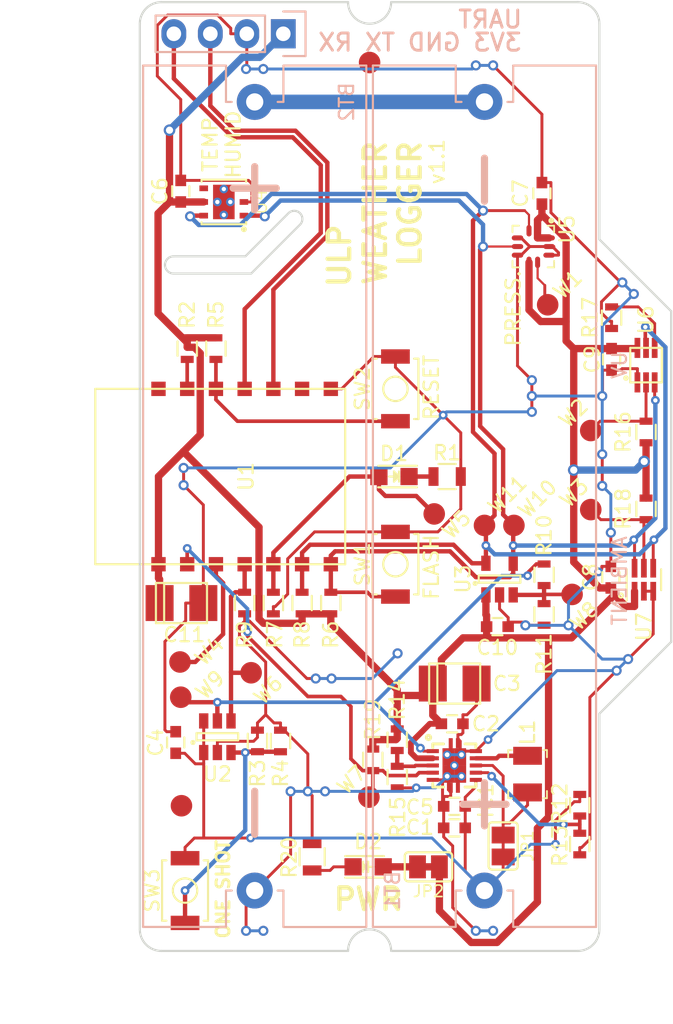
<source format=kicad_pcb>
(kicad_pcb (version 20171130) (host pcbnew "(5.1.12)-1")

  (general
    (thickness 1.6)
    (drawings 39)
    (tracks 566)
    (zones 0)
    (modules 94)
    (nets 29)
  )

  (page A4)
  (title_block
    (title "Ultra Low Power Weather Logger (ESP8266)")
    (date 2017-01-16)
    (rev 1.2)
    (company @hamityanik)
    (comment 1 "M. Hamit YANIK")
  )

  (layers
    (0 F.Cu signal)
    (31 B.Cu signal)
    (32 B.Adhes user hide)
    (33 F.Adhes user hide)
    (34 B.Paste user hide)
    (35 F.Paste user hide)
    (36 B.SilkS user hide)
    (37 F.SilkS user hide)
    (38 B.Mask user)
    (39 F.Mask user hide)
    (40 Dwgs.User user)
    (41 Cmts.User user)
    (42 Eco1.User user)
    (43 Eco2.User user)
    (44 Edge.Cuts user)
    (45 Margin user)
    (46 B.CrtYd user hide)
    (47 F.CrtYd user)
    (48 B.Fab user hide)
    (49 F.Fab user hide)
  )

  (setup
    (last_trace_width 0.4064)
    (user_trace_width 0.2032)
    (user_trace_width 0.254)
    (user_trace_width 0.3048)
    (user_trace_width 0.4064)
    (user_trace_width 0.508)
    (user_trace_width 0.6096)
    (user_trace_width 0.8128)
    (user_trace_width 1.016)
    (trace_clearance 0.1524)
    (zone_clearance 0.2032)
    (zone_45_only yes)
    (trace_min 0.1524)
    (via_size 0.6096)
    (via_drill 0.3)
    (via_min_size 0.6096)
    (via_min_drill 0.3)
    (user_via 0.7048 0.4)
    (user_via 0.8048 0.5)
    (user_via 0.9048 0.6)
    (user_via 1.05 0.7)
    (user_via 1.2 0.8)
    (user_via 1.35 0.9)
    (user_via 1.5 1)
    (user_via 1.65 1.1)
    (uvia_size 0.6096)
    (uvia_drill 0.3)
    (uvias_allowed no)
    (uvia_min_size 0.3048)
    (uvia_min_drill 0.3)
    (edge_width 0.15)
    (segment_width 0.2)
    (pcb_text_width 0.3)
    (pcb_text_size 1.5 1.5)
    (mod_edge_width 0.15)
    (mod_text_size 0.8 0.8)
    (mod_text_width 0.125)
    (pad_size 0.28 0.7)
    (pad_drill 0)
    (pad_to_mask_clearance 0.13)
    (solder_mask_min_width 0.1)
    (pad_to_paste_clearance -0.03)
    (aux_axis_origin 138 149)
    (grid_origin 138 149)
    (visible_elements 7FFFFFFF)
    (pcbplotparams
      (layerselection 0x010f8_80000001)
      (usegerberextensions true)
      (usegerberattributes true)
      (usegerberadvancedattributes true)
      (creategerberjobfile true)
      (excludeedgelayer true)
      (linewidth 0.100000)
      (plotframeref false)
      (viasonmask false)
      (mode 1)
      (useauxorigin true)
      (hpglpennumber 1)
      (hpglpenspeed 20)
      (hpglpendiameter 15.000000)
      (psnegative false)
      (psa4output false)
      (plotreference true)
      (plotvalue true)
      (plotinvisibletext false)
      (padsonsilk false)
      (subtractmaskfromsilk true)
      (outputformat 1)
      (mirror false)
      (drillshape 0)
      (scaleselection 1)
      (outputdirectory "gerbers/"))
  )

  (net 0 "")
  (net 1 +BATT)
  (net 2 "Net-(BT1-Pad2)")
  (net 3 GND)
  (net 4 +3V3)
  (net 5 /L)
  (net 6 "Net-(D1-Pad1)")
  (net 7 "Net-(IC1-Pad9)")
  (net 8 /LOWBATT)
  (net 9 /TX)
  (net 10 /RX)
  (net 11 "Net-(R2-Pad2)")
  (net 12 "Net-(R5-Pad2)")
  (net 13 /SDA)
  (net 14 /SCL)
  (net 15 /DONE)
  (net 16 /BATT_VOUT)
  (net 17 "Net-(R16-Pad2)")
  (net 18 "Net-(R17-Pad2)")
  (net 19 "Net-(R18-Pad2)")
  (net 20 "Net-(U1-Pad7)")
  (net 21 "Net-(U4-PadPAD)")
  (net 22 "Net-(U5-Pad7)")
  (net 23 /DRVn)
  (net 24 /M_DRV)
  (net 25 "Net-(D2-Pad1)")
  (net 26 /GPIO_12)
  (net 27 /LBI)
  (net 28 /FB)

  (net_class Default "This is the default net class."
    (clearance 0.1524)
    (trace_width 0.2032)
    (via_dia 0.6096)
    (via_drill 0.3)
    (uvia_dia 0.6096)
    (uvia_drill 0.3)
    (add_net +BATT)
    (add_net /BATT_VOUT)
    (add_net /DONE)
    (add_net /DRVn)
    (add_net /FB)
    (add_net /GPIO_12)
    (add_net /L)
    (add_net /LBI)
    (add_net /LOWBATT)
    (add_net /M_DRV)
    (add_net /RX)
    (add_net /SCL)
    (add_net /SDA)
    (add_net /TX)
    (add_net GND)
    (add_net "Net-(BT1-Pad2)")
    (add_net "Net-(D1-Pad1)")
    (add_net "Net-(D2-Pad1)")
    (add_net "Net-(IC1-Pad9)")
    (add_net "Net-(R16-Pad2)")
    (add_net "Net-(R17-Pad2)")
    (add_net "Net-(R18-Pad2)")
    (add_net "Net-(R2-Pad2)")
    (add_net "Net-(R5-Pad2)")
    (add_net "Net-(U1-Pad7)")
    (add_net "Net-(U4-PadPAD)")
    (add_net "Net-(U5-Pad7)")
  )

  (net_class power ""
    (clearance 0.1524)
    (trace_width 0.508)
    (via_dia 0.8048)
    (via_drill 0.5)
    (uvia_dia 0.6096)
    (uvia_drill 0.3)
    (add_net +3V3)
  )

  (module footprints:ST_LPS25HB (layer F.Cu) (tedit 58CA7D2B) (tstamp 582A148F)
    (at 165.4 100 270)
    (path /582794E2)
    (attr smd)
    (fp_text reference U5 (at -1.2 -2.35 90) (layer F.SilkS)
      (effects (font (size 1 1) (thickness 0.15)))
    )
    (fp_text value LPS25HB (at 0 -1.7 270) (layer F.Fab)
      (effects (font (size 0.8 0.8) (thickness 0.125)))
    )
    (fp_circle (center -1.8 -1.25) (end -1.9 -1.25) (layer F.SilkS) (width 0.2))
    (fp_line (start -1.5 -1.5) (end 1.5 -1.5) (layer F.CrtYd) (width 0.05))
    (fp_line (start -1.5 1.5) (end -1.5 -1.5) (layer F.CrtYd) (width 0.05))
    (fp_line (start 1.5 1.5) (end -1.5 1.5) (layer F.CrtYd) (width 0.05))
    (fp_line (start 1.5 -1.5) (end 1.5 1.5) (layer F.CrtYd) (width 0.05))
    (fp_line (start -1.45 -1.45) (end -1.45 -1) (layer F.SilkS) (width 0.127))
    (fp_line (start -1 -1.45) (end -1.45 -1.45) (layer F.SilkS) (width 0.127))
    (fp_line (start 1.45 -1.45) (end 1.45 -1) (layer F.SilkS) (width 0.127))
    (fp_line (start 1 -1.45) (end 1.45 -1.45) (layer F.SilkS) (width 0.127))
    (fp_line (start 1.45 1.45) (end 1 1.45) (layer F.SilkS) (width 0.127))
    (fp_line (start 1.45 1) (end 1.45 1.45) (layer F.SilkS) (width 0.127))
    (fp_line (start -1.45 1.45) (end -1.45 1) (layer F.SilkS) (width 0.127))
    (fp_line (start -1 1.45) (end -1.45 1.45) (layer F.SilkS) (width 0.127))
    (fp_line (start -1.1 -0.7) (end -0.7 -1.1) (layer F.Fab) (width 0.15))
    (fp_line (start -0.7 -1.1) (end 1.1 -1.1) (layer F.Fab) (width 0.15))
    (fp_line (start 1.1 -1.1) (end 1.1 1.1) (layer F.Fab) (width 0.15))
    (fp_line (start 1.1 1.1) (end -1.1 1.1) (layer F.Fab) (width 0.15))
    (fp_line (start -1.1 1.1) (end -1.1 -0.7) (layer F.Fab) (width 0.15))
    (pad 1 smd oval (at -1.1 -0.3 270) (size 0.8 0.35) (layers F.Cu F.Paste F.Mask)
      (net 4 +3V3))
    (pad 2 smd oval (at -1.1 0.3 270) (size 0.8 0.35) (layers F.Cu F.Paste F.Mask)
      (net 14 /SCL))
    (pad 6 smd oval (at 1.1 0.3 270) (size 0.8 0.35) (layers F.Cu F.Paste F.Mask)
      (net 4 +3V3))
    (pad 7 smd oval (at 1.1 -0.3 270) (size 0.8 0.35) (layers F.Cu F.Paste F.Mask)
      (net 22 "Net-(U5-Pad7)"))
    (pad 3 smd oval (at -0.6 1.1) (size 0.8 0.35) (layers F.Cu F.Paste F.Mask)
      (net 3 GND))
    (pad 4 smd oval (at 0 1.1) (size 0.8 0.35) (layers F.Cu F.Paste F.Mask)
      (net 13 /SDA))
    (pad 5 smd oval (at 0.6 1.1) (size 0.8 0.35) (layers F.Cu F.Paste F.Mask)
      (net 3 GND))
    (pad 8 smd oval (at 0.6 -1.1) (size 0.8 0.35) (layers F.Cu F.Paste F.Mask)
      (net 3 GND))
    (pad 9 smd oval (at 0 -1.1) (size 0.8 0.35) (layers F.Cu F.Paste F.Mask)
      (net 3 GND))
    (pad 10 smd oval (at -0.6 -1.1) (size 0.8 0.35) (layers F.Cu F.Paste F.Mask)
      (net 4 +3V3))
    (model ${KIPRJMOD}/packages3d/LPS25H.wrl
      (at (xyz 0 0 0))
      (scale (xyz 1 1 1))
      (rotate (xyz 0 0 0))
    )
  )

  (module footprints:TI_DRC_S-PVSON-N10 (layer F.Cu) (tedit 58D1B3D2) (tstamp 582A1396)
    (at 159.9 136.1)
    (path /58261506)
    (attr smd)
    (fp_text reference IC1 (at 2.2 2.45 90) (layer F.SilkS)
      (effects (font (size 1 1) (thickness 0.15)))
    )
    (fp_text value TPS61025 (at 3.1 2.4 90) (layer F.Fab)
      (effects (font (size 0.8 0.8) (thickness 0.125)))
    )
    (fp_circle (center -1.8 -1.95) (end -1.8 -1.8) (layer F.SilkS) (width 0.2032))
    (fp_line (start -1.5 1.5) (end -0.75 1.5) (layer F.SilkS) (width 0.2032))
    (fp_line (start -1.5 1.25) (end -1.5 1.5) (layer F.SilkS) (width 0.2032))
    (fp_line (start 1.5 1.5) (end 1.5 1.25) (layer F.SilkS) (width 0.2032))
    (fp_line (start 0.75 1.5) (end 1.5 1.5) (layer F.SilkS) (width 0.2032))
    (fp_line (start 1.5 -1.5) (end 0.75 -1.5) (layer F.SilkS) (width 0.2032))
    (fp_line (start 1.5 -1.25) (end 1.5 -1.5) (layer F.SilkS) (width 0.2032))
    (fp_line (start -0.75 -1.5) (end -1.5 -1.5) (layer F.SilkS) (width 0.2032))
    (fp_line (start -1.5 -1.25) (end -1.5 -1.5) (layer F.SilkS) (width 0.2032))
    (pad 1 smd rect (at -1.5 -1) (size 0.85 0.28) (layers F.Cu F.Paste F.Mask)
      (net 23 /DRVn))
    (pad 2 smd rect (at -1.5 -0.5) (size 0.85 0.28) (layers F.Cu F.Paste F.Mask)
      (net 4 +3V3) (die_length 0.74168))
    (pad 3 smd rect (at -1.5 0) (size 0.85 0.28) (layers F.Cu F.Paste F.Mask)
      (net 28 /FB) (die_length 0.20574))
    (pad 4 smd rect (at -1.5 0.5) (size 0.85 0.28) (layers F.Cu F.Paste F.Mask)
      (net 8 /LOWBATT) (die_length 0.12192))
    (pad 5 smd rect (at -1.5 1) (size 0.85 0.28) (layers F.Cu F.Paste F.Mask)
      (net 3 GND) (die_length -1518.485687) (zone_connect 2))
    (pad 6 smd rect (at 1.5 1) (size 0.85 0.28) (layers F.Cu F.Paste F.Mask)
      (net 1 +BATT) (die_length -1518.485687) (zone_connect 2))
    (pad 7 smd rect (at 1.5 0.5) (size 0.85 0.28) (layers F.Cu F.Paste F.Mask)
      (net 27 /LBI) (die_length -1518.485687))
    (pad 8 smd rect (at 1.5 0) (size 0.85 0.28) (layers F.Cu F.Paste F.Mask)
      (net 1 +BATT) (die_length -1518.485687))
    (pad 9 smd rect (at 1.5 -0.5) (size 0.85 0.28) (layers F.Cu F.Paste F.Mask)
      (net 7 "Net-(IC1-Pad9)") (die_length -1518.485687))
    (pad 10 smd rect (at 1.5 -1) (size 0.85 0.28) (layers F.Cu F.Paste F.Mask)
      (net 3 GND) (zone_connect 2))
    (pad 0 smd rect (at 0.41148 0.6) (size 0.82296 1.2) (layers F.Cu F.Paste F.Mask)
      (net 3 GND) (die_length 0.12446) (solder_paste_margin -0.07))
    (pad 0 smd rect (at 0.41148 -0.6) (size 0.82296 1.2) (layers F.Cu F.Paste F.Mask)
      (net 3 GND) (solder_paste_margin -0.07))
    (pad 0 smd rect (at -0.41148 -0.6) (size 0.82296 1.2) (layers F.Cu F.Paste F.Mask)
      (net 3 GND) (die_length 0.08382) (solder_paste_margin -0.07))
    (pad 0 smd rect (at -0.41148 0.6) (size 0.82296 1.2) (layers F.Cu F.Paste F.Mask)
      (net 3 GND) (die_length -1518.485687) (solder_paste_margin -0.07))
    (pad 0 smd rect (at 0.25 -1.55) (size 0.28 0.7) (layers F.Cu F.Paste F.Mask)
      (net 3 GND) (die_length 0.08128) (zone_connect 0))
    (pad 0 smd rect (at -0.25 -1.55) (size 0.28 0.7) (layers F.Cu F.Paste F.Mask)
      (net 3 GND) (zone_connect 0))
    (pad 0 smd rect (at -0.25 1.55) (size 0.28 0.7) (layers F.Cu F.Paste F.Mask)
      (net 3 GND) (die_length -1518.485687) (zone_connect 0))
    (pad 0 smd rect (at 0.25 1.55) (size 0.28 0.7) (layers F.Cu F.Paste F.Mask)
      (net 3 GND) (die_length -1518.485687) (zone_connect 0))
    (pad 0 thru_hole circle (at 0 0) (size 0.5842 0.5842) (drill 0.3302) (layers *.Cu *.Mask)
      (net 3 GND) (die_length 0.74168) (zone_connect 2))
    (pad 0 thru_hole circle (at 0.5 -0.75) (size 0.5842 0.5842) (drill 0.3302) (layers *.Cu *.Mask)
      (net 3 GND) (zone_connect 2))
    (pad 0 thru_hole circle (at -0.5 -0.75) (size 0.5842 0.5842) (drill 0.3302) (layers *.Cu *.Mask)
      (net 3 GND) (die_length -1518.485687) (zone_connect 2))
    (pad 0 thru_hole circle (at -0.5 0.75) (size 0.5842 0.5842) (drill 0.3302) (layers *.Cu *.Mask)
      (net 3 GND) (die_length 10.53846) (zone_connect 2))
    (pad 0 thru_hole circle (at 0.5 0.75) (size 0.5842 0.5842) (drill 0.3302) (layers *.Cu *.Mask)
      (net 3 GND) (die_length -1518.485687) (zone_connect 2))
    (model ${KIPRJMOD}/packages3d/TI_DRC_S-PVSON-N10.wrl
      (at (xyz 0 0 0))
      (scale (xyz 1 1 1))
      (rotate (xyz 0 0 0))
    )
  )

  (module footprints:WSON-6-PAD (layer F.Cu) (tedit 5884B82F) (tstamp 582A1481)
    (at 143.85 96.9 90)
    (descr "6-Pin WSON")
    (path /5827561D)
    (solder_mask_margin 0.1)
    (attr smd)
    (fp_text reference U4 (at 0 2.5 90) (layer F.SilkS)
      (effects (font (size 1 0.9) (thickness 0.1)))
    )
    (fp_text value HDC1080 (at 0.350002 3.45 90) (layer F.Fab)
      (effects (font (size 0.8 0.8) (thickness 0.125)))
    )
    (fp_line (start -1.55 1.55) (end -1.4 1.55) (layer F.SilkS) (width 0.15))
    (fp_line (start -1.55 -1.55) (end -1.4 -1.55) (layer F.SilkS) (width 0.15))
    (fp_line (start 1.4 -1.55) (end 1.55 -1.55) (layer F.SilkS) (width 0.15))
    (fp_line (start 1.4 1.55) (end 1.55 1.55) (layer F.SilkS) (width 0.15))
    (fp_line (start 1.55 -1.55) (end 1.55 1.55) (layer F.SilkS) (width 0.1524))
    (fp_line (start -1.55 -1.55) (end -1.55 1.55) (layer F.SilkS) (width 0.1524))
    (fp_circle (center -1.9 1.4) (end -1.8 1.4) (layer F.SilkS) (width 0.2))
    (pad 4 smd rect (at 0.95 -1.4 90) (size 0.4 0.6) (layers F.Cu F.Paste F.Mask)
      (solder_mask_margin 0.2))
    (pad 6 smd rect (at -0.95 -1.4 90) (size 0.4 0.6) (layers F.Cu F.Paste F.Mask)
      (net 14 /SCL) (solder_mask_margin 0.2))
    (pad 5 smd rect (at 0 -1.4 90) (size 0.4 0.6) (layers F.Cu F.Paste F.Mask)
      (net 4 +3V3) (solder_mask_margin 0.2))
    (pad 2 smd rect (at 0 1.4 90) (size 0.4 0.6) (layers F.Cu F.Paste F.Mask)
      (net 3 GND) (solder_mask_margin 0.2))
    (pad 3 smd rect (at 0.95 1.4 90) (size 0.4 0.6) (layers F.Cu F.Paste F.Mask)
      (solder_mask_margin 0.2))
    (pad 1 smd rect (at -0.95 1.4 90) (size 0.4 0.6) (layers F.Cu F.Paste F.Mask)
      (net 13 /SDA) (solder_mask_margin 0.2))
    (pad PAD smd rect (at -0.6 0 90) (size 1.2 1.5) (layers F.Cu F.Paste F.Mask)
      (net 21 "Net-(U4-PadPAD)") (solder_mask_margin 0.2) (solder_paste_margin -0.07))
    (pad PAD smd rect (at 0.6 0 90) (size 1.2 1.5) (layers F.Cu F.Paste F.Mask)
      (net 21 "Net-(U4-PadPAD)") (solder_mask_margin 0.2) (solder_paste_margin -0.07))
    (pad PAD thru_hole circle (at 0 0.45 90) (size 0.6 0.6) (drill 0.3) (layers *.Cu *.Mask)
      (net 21 "Net-(U4-PadPAD)"))
    (pad PAD thru_hole circle (at 0 -0.45 90) (size 0.6 0.6) (drill 0.3) (layers *.Cu *.Mask)
      (net 21 "Net-(U4-PadPAD)"))
    (pad PAD thru_hole circle (at -0.9 0 90) (size 0.6 0.6) (drill 0.3) (layers *.Cu *.Mask)
      (net 21 "Net-(U4-PadPAD)"))
    (pad PAD thru_hole circle (at 0.9 0 90) (size 0.6 0.6) (drill 0.3) (layers *.Cu *.Mask)
      (net 21 "Net-(U4-PadPAD)"))
    (model ${KIPRJMOD}/packages3d/hdc1080.wrl
      (at (xyz 0 0 0))
      (scale (xyz 1 1 1))
      (rotate (xyz 0 0 0))
    )
  )

  (module footprints:Via_0.3mm (layer F.Cu) (tedit 5884AF82) (tstamp 5859907A)
    (at 157.25 137.65)
    (fp_text reference REF**_31 (at 0 1.25) (layer F.SilkS) hide
      (effects (font (size 1 1) (thickness 0.15)))
    )
    (fp_text value Via_0.4mm (at 0 -1.1) (layer F.Fab) hide
      (effects (font (size 0.8 0.8) (thickness 0.125)))
    )
    (pad 1 thru_hole circle (at 0 0) (size 0.6048 0.6048) (drill 0.3) (layers *.Cu)
      (net 3 GND) (zone_connect 2))
  )

  (module footprints:Via_0.4mm (layer F.Cu) (tedit 5884AEDD) (tstamp 5)
    (at 155.95 128.3)
    (fp_text reference REF**_30 (at 0 1.3) (layer F.SilkS) hide
      (effects (font (size 1 1) (thickness 0.15)))
    )
    (fp_text value Via_0.4mm (at 0 -1.15) (layer F.Fab) hide
      (effects (font (size 0.8 0.8) (thickness 0.125)))
    )
    (pad 1 thru_hole circle (at 0 0) (size 0.7048 0.7048) (drill 0.4) (layers *.Cu)
      (net 3 GND) (zone_connect 2))
  )

  (module footprints:Via_0.4mm (layer F.Cu) (tedit 5884AECA) (tstamp 58559FE5)
    (at 171.6 102.5 90)
    (fp_text reference REF**_29 (at 0 1.3 90) (layer F.SilkS) hide
      (effects (font (size 1 1) (thickness 0.15)))
    )
    (fp_text value Via_0.4mm (at 0 -1.15 90) (layer F.Fab) hide
      (effects (font (size 0.8 0.8) (thickness 0.125)))
    )
    (pad 1 thru_hole circle (at 0 0 90) (size 0.7048 0.7048) (drill 0.4) (layers *.Cu)
      (net 3 GND) (zone_connect 2))
  )

  (module footprints:Via_0.4mm (layer F.Cu) (tedit 5884AED1) (tstamp 58559FE1)
    (at 172.4 103.3 90)
    (fp_text reference REF**_28 (at 0 1.3 90) (layer F.SilkS) hide
      (effects (font (size 1 1) (thickness 0.15)))
    )
    (fp_text value Via_0.4mm (at 0 -1.15 90) (layer F.Fab) hide
      (effects (font (size 0.8 0.8) (thickness 0.125)))
    )
    (pad 1 thru_hole circle (at 0 0 90) (size 0.7048 0.7048) (drill 0.4) (layers *.Cu)
      (net 3 GND) (zone_connect 2))
  )

  (module footprints:Via_0.4mm (layer F.Cu) (tedit 5876972A) (tstamp 58559FC6)
    (at 151.35 130.05)
    (fp_text reference REF**_27 (at 0 1.3) (layer F.SilkS) hide
      (effects (font (size 1 1) (thickness 0.15)))
    )
    (fp_text value Via_0.4mm (at 0 -1.15) (layer F.Fab) hide
      (effects (font (size 0.8 0.8) (thickness 0.125)))
    )
    (pad 1 thru_hole circle (at 0 0) (size 0.7048 0.7048) (drill 0.4) (layers *.Cu)
      (net 3 GND) (zone_connect 2))
  )

  (module footprints:Via_0.4mm (layer F.Cu) (tedit 5884AF75) (tstamp 58559FC2)
    (at 150.25 130.05)
    (fp_text reference REF**_26 (at 0 1.3) (layer F.SilkS) hide
      (effects (font (size 1 1) (thickness 0.15)))
    )
    (fp_text value Via_0.4mm (at 0 -1.15) (layer F.Fab) hide
      (effects (font (size 0.8 0.8) (thickness 0.125)))
    )
    (pad 1 thru_hole circle (at 0 0) (size 0.7048 0.7048) (drill 0.4) (layers *.Cu)
      (net 3 GND) (zone_connect 2))
  )

  (module footprints:Via_0.4mm (layer F.Cu) (tedit 5876974C) (tstamp 5855589A)
    (at 164.85 126.35)
    (fp_text reference REF**_25 (at 0 1.3) (layer F.SilkS) hide
      (effects (font (size 1 1) (thickness 0.15)))
    )
    (fp_text value Via_0.4mm (at 0 -1.15) (layer F.Fab) hide
      (effects (font (size 0.8 0.8) (thickness 0.125)))
    )
    (pad 1 thru_hole circle (at 0 0) (size 0.7048 0.7048) (drill 0.4) (layers *.Cu)
      (net 3 GND) (zone_connect 2))
  )

  (module footprints:Via_0.4mm (layer F.Cu) (tedit 5884AF1B) (tstamp 58555883)
    (at 167.85 126.35)
    (fp_text reference REF**_24 (at 0 1.3) (layer F.SilkS) hide
      (effects (font (size 1 1) (thickness 0.15)))
    )
    (fp_text value Via_0.4mm (at 0 -1.15) (layer F.Fab) hide
      (effects (font (size 0.8 0.8) (thickness 0.125)))
    )
    (pad 1 thru_hole circle (at 0 0) (size 0.7048 0.7048) (drill 0.4) (layers *.Cu)
      (net 3 GND) (zone_connect 2))
  )

  (module footprints:Via_0.4mm (layer F.Cu) (tedit 58769746) (tstamp 5855587D)
    (at 170.8 119.9)
    (fp_text reference REF**_23 (at 0 1.3) (layer F.SilkS) hide
      (effects (font (size 1 1) (thickness 0.15)))
    )
    (fp_text value Via_0.4mm (at 0 -1.15) (layer F.Fab) hide
      (effects (font (size 0.8 0.8) (thickness 0.125)))
    )
    (pad 1 thru_hole circle (at 0 0) (size 0.7048 0.7048) (drill 0.4) (layers *.Cu)
      (net 3 GND) (zone_connect 2))
  )

  (module footprints:Via_0.4mm (layer F.Cu) (tedit 5884AEED) (tstamp 582B89DA)
    (at 145.4 87.65)
    (fp_text reference REF**_22 (at 0 1.3) (layer F.SilkS) hide
      (effects (font (size 1 1) (thickness 0.15)))
    )
    (fp_text value Via_0.4mm (at 0 -1.15) (layer F.Fab) hide
      (effects (font (size 0.8 0.8) (thickness 0.125)))
    )
    (pad 1 thru_hole circle (at 0 0) (size 0.7048 0.7048) (drill 0.4) (layers *.Cu)
      (net 3 GND) (zone_connect 2))
  )

  (module footprints:Via_0.4mm (layer F.Cu) (tedit 5876973A) (tstamp 582C38BB)
    (at 150.9 137.9)
    (fp_text reference REF**_21 (at 0 1.3) (layer F.SilkS) hide
      (effects (font (size 1 1) (thickness 0.15)))
    )
    (fp_text value Via_0.4mm (at 0 -1.15) (layer F.Fab) hide
      (effects (font (size 0.8 0.8) (thickness 0.125)))
    )
    (pad 1 thru_hole circle (at 0 0) (size 0.7048 0.7048) (drill 0.4) (layers *.Cu)
      (net 3 GND) (zone_connect 2))
  )

  (module footprints:Via_0.4mm (layer F.Cu) (tedit 58769744) (tstamp 582B8BEC)
    (at 170.2 116.65)
    (fp_text reference REF**_20 (at 0 1.3) (layer F.SilkS) hide
      (effects (font (size 1 1) (thickness 0.15)))
    )
    (fp_text value Via_0.4mm (at 0 -1.15) (layer F.Fab) hide
      (effects (font (size 0.8 0.8) (thickness 0.125)))
    )
    (pad 1 thru_hole circle (at 0 0) (size 0.7048 0.7048) (drill 0.4) (layers *.Cu)
      (net 3 GND) (zone_connect 2))
  )

  (module footprints:Via_0.4mm (layer F.Cu) (tedit 5884AEEB) (tstamp 582B89D6)
    (at 146.6 87.65)
    (fp_text reference REF**_19 (at 0 1.3) (layer F.SilkS) hide
      (effects (font (size 1 1) (thickness 0.15)))
    )
    (fp_text value Via_0.4mm (at 0 -1.15) (layer F.Fab) hide
      (effects (font (size 0.8 0.8) (thickness 0.125)))
    )
    (pad 1 thru_hole circle (at 0 0) (size 0.7048 0.7048) (drill 0.4) (layers *.Cu)
      (net 3 GND) (zone_connect 2))
  )

  (module footprints:Via_0.4mm (layer F.Cu) (tedit 5884AEE3) (tstamp 582B89AF)
    (at 141.05 116.6 90)
    (fp_text reference REF**_18 (at 0 1.3 90) (layer F.SilkS) hide
      (effects (font (size 1 1) (thickness 0.15)))
    )
    (fp_text value Via_0.4mm (at 0 -1.15 90) (layer F.Fab) hide
      (effects (font (size 0.8 0.8) (thickness 0.125)))
    )
    (pad 1 thru_hole circle (at 0 0 90) (size 0.7048 0.7048) (drill 0.4) (layers *.Cu)
      (net 3 GND) (zone_connect 2))
  )

  (module footprints:Via_0.4mm (layer F.Cu) (tedit 5884AEE6) (tstamp 582B89AB)
    (at 141.05 115.4 90)
    (fp_text reference REF**_17 (at 0 1.3 90) (layer F.SilkS) hide
      (effects (font (size 1 1) (thickness 0.15)))
    )
    (fp_text value Via_0.4mm (at 0 -1.15 90) (layer F.Fab) hide
      (effects (font (size 0.8 0.8) (thickness 0.125)))
    )
    (pad 1 thru_hole circle (at 0 0 90) (size 0.7048 0.7048) (drill 0.4) (layers *.Cu)
      (net 3 GND) (zone_connect 2))
  )

  (module footprints:Via_0.4mm (layer F.Cu) (tedit 5884AEF6) (tstamp 582B8983)
    (at 162.6 87.4)
    (fp_text reference REF**_16 (at 0 1.3) (layer F.SilkS) hide
      (effects (font (size 1 1) (thickness 0.15)))
    )
    (fp_text value Via_0.4mm (at 0 -1.15) (layer F.Fab) hide
      (effects (font (size 0.8 0.8) (thickness 0.125)))
    )
    (pad 1 thru_hole circle (at 0 0) (size 0.7048 0.7048) (drill 0.4) (layers *.Cu)
      (net 3 GND) (zone_connect 2))
  )

  (module footprints:Via_0.4mm (layer F.Cu) (tedit 5884AEFB) (tstamp 582B897F)
    (at 161.4 87.4)
    (fp_text reference REF**_15 (at 0 1.3) (layer F.SilkS) hide
      (effects (font (size 1 1) (thickness 0.15)))
    )
    (fp_text value Via_0.4mm (at 0 -1.15) (layer F.Fab) hide
      (effects (font (size 0.8 0.8) (thickness 0.125)))
    )
    (pad 1 thru_hole circle (at 0 0) (size 0.7048 0.7048) (drill 0.4) (layers *.Cu)
      (net 3 GND) (zone_connect 2))
  )

  (module footprints:Via_0.4mm (layer F.Cu) (tedit 5876972D) (tstamp 582B75F4)
    (at 162.6 147.6)
    (fp_text reference REF**_14 (at 0 1.3) (layer F.SilkS) hide
      (effects (font (size 1 1) (thickness 0.15)))
    )
    (fp_text value Via_0.4mm (at 0 -1.15) (layer F.Fab) hide
      (effects (font (size 0.8 0.8) (thickness 0.125)))
    )
    (pad 1 thru_hole circle (at 0 0) (size 0.7048 0.7048) (drill 0.4) (layers *.Cu)
      (net 3 GND) (zone_connect 2))
  )

  (module footprints:Via_0.4mm (layer F.Cu) (tedit 5876972F) (tstamp 582B75F0)
    (at 161.4 147.6)
    (fp_text reference REF**_13 (at 0 1.3) (layer F.SilkS) hide
      (effects (font (size 1 1) (thickness 0.15)))
    )
    (fp_text value Via_0.4mm (at 0 -1.15) (layer F.Fab) hide
      (effects (font (size 0.8 0.8) (thickness 0.125)))
    )
    (pad 1 thru_hole circle (at 0 0) (size 0.7048 0.7048) (drill 0.4) (layers *.Cu)
      (net 3 GND) (zone_connect 2))
  )

  (module footprints:Via_0.4mm (layer F.Cu) (tedit 58769734) (tstamp 582B75EC)
    (at 146.6 147.6)
    (fp_text reference REF**_12 (at 0 1.3) (layer F.SilkS) hide
      (effects (font (size 1 1) (thickness 0.15)))
    )
    (fp_text value Via_0.4mm (at 0 -1.15) (layer F.Fab) hide
      (effects (font (size 0.8 0.8) (thickness 0.125)))
    )
    (pad 1 thru_hole circle (at 0 0) (size 0.7048 0.7048) (drill 0.4) (layers *.Cu)
      (net 3 GND) (zone_connect 2))
  )

  (module footprints:Via_0.4mm (layer F.Cu) (tedit 58769736) (tstamp 582B75E8)
    (at 145.4 147.6)
    (fp_text reference REF**_11 (at 0 1.3) (layer F.SilkS) hide
      (effects (font (size 1 1) (thickness 0.15)))
    )
    (fp_text value Via_0.4mm (at 0 -1.15) (layer F.Fab) hide
      (effects (font (size 0.8 0.8) (thickness 0.125)))
    )
    (pad 1 thru_hole circle (at 0 0) (size 0.7048 0.7048) (drill 0.4) (layers *.Cu)
      (net 3 GND) (zone_connect 2))
  )

  (module footprints:Via_0.4mm (layer F.Cu) (tedit 5876973F) (tstamp 582B75E0)
    (at 149.7 137.9)
    (fp_text reference REF**_10 (at 0 1.3) (layer F.SilkS) hide
      (effects (font (size 1 1) (thickness 0.15)))
    )
    (fp_text value Via_0.4mm (at 0 -1.15) (layer F.Fab) hide
      (effects (font (size 0.8 0.8) (thickness 0.125)))
    )
    (pad 1 thru_hole circle (at 0 0) (size 0.7048 0.7048) (drill 0.4) (layers *.Cu)
      (net 3 GND) (zone_connect 2))
  )

  (module footprints:Via_0.4mm (layer F.Cu) (tedit 5876973D) (tstamp 582B75DC)
    (at 148.5 137.9)
    (fp_text reference REF**_9 (at 0 1.3) (layer F.SilkS) hide
      (effects (font (size 1 1) (thickness 0.15)))
    )
    (fp_text value Via_0.4mm (at 0 -1.15) (layer F.Fab) hide
      (effects (font (size 0.8 0.8) (thickness 0.125)))
    )
    (pad 1 thru_hole circle (at 0 0) (size 0.7048 0.7048) (drill 0.4) (layers *.Cu)
      (net 3 GND) (zone_connect 2))
  )

  (module footprints:Via_0.4mm (layer F.Cu) (tedit 58769723) (tstamp 582B7583)
    (at 172 128.7)
    (fp_text reference REF**_8 (at 0 1.3) (layer F.SilkS) hide
      (effects (font (size 1 1) (thickness 0.15)))
    )
    (fp_text value Via_0.4mm (at 0 -1.15) (layer F.Fab) hide
      (effects (font (size 0.8 0.8) (thickness 0.125)))
    )
    (pad 1 thru_hole circle (at 0 0) (size 0.7048 0.7048) (drill 0.4) (layers *.Cu)
      (net 3 GND) (zone_connect 2))
  )

  (module footprints:Via_0.4mm (layer F.Cu) (tedit 58769725) (tstamp 582B757F)
    (at 171.2 129.5)
    (fp_text reference REF**_7 (at 0 1.3) (layer F.SilkS) hide
      (effects (font (size 1 1) (thickness 0.15)))
    )
    (fp_text value Via_0.4mm (at 0 -1.15) (layer F.Fab) hide
      (effects (font (size 0.8 0.8) (thickness 0.125)))
    )
    (pad 1 thru_hole circle (at 0 0) (size 0.7048 0.7048) (drill 0.4) (layers *.Cu)
      (net 3 GND) (zone_connect 2))
  )

  (module footprints:Via_0.4mm (layer F.Cu) (tedit 5884AED6) (tstamp 582B7579)
    (at 170.2 114.45)
    (fp_text reference REF**_6 (at 0 1.3) (layer F.SilkS) hide
      (effects (font (size 1 1) (thickness 0.15)))
    )
    (fp_text value Via_0.4mm (at 0 -1.15) (layer F.Fab) hide
      (effects (font (size 0.8 0.8) (thickness 0.125)))
    )
    (pad 1 thru_hole circle (at 0 0) (size 0.7048 0.7048) (drill 0.4) (layers *.Cu)
      (net 3 GND) (zone_connect 2))
  )

  (module footprints:Via_0.4mm (layer F.Cu) (tedit 5884AED4) (tstamp 582B7573)
    (at 170.2 110.4)
    (fp_text reference REF**_5 (at 0 1.3) (layer F.SilkS) hide
      (effects (font (size 1 1) (thickness 0.15)))
    )
    (fp_text value Via_0.4mm (at 0 -1.15) (layer F.Fab) hide
      (effects (font (size 0.8 0.8) (thickness 0.125)))
    )
    (pad 1 thru_hole circle (at 0 0) (size 0.7048 0.7048) (drill 0.4) (layers *.Cu)
      (net 3 GND) (zone_connect 2))
  )

  (module footprints:Via_0.4mm (layer F.Cu) (tedit 5884AEC0) (tstamp 582B756D)
    (at 165.3 111.5)
    (fp_text reference REF**_4 (at 0 1.3) (layer F.SilkS) hide
      (effects (font (size 1 1) (thickness 0.15)))
    )
    (fp_text value Via_0.4mm (at 0 -1.15) (layer F.Fab) hide
      (effects (font (size 0.8 0.8) (thickness 0.125)))
    )
    (pad 1 thru_hole circle (at 0 0) (size 0.7048 0.7048) (drill 0.4) (layers *.Cu)
      (net 3 GND) (zone_connect 2))
  )

  (module footprints:Via_0.4mm (layer F.Cu) (tedit 5884AEBE) (tstamp 582B7569)
    (at 165.3 110.4)
    (fp_text reference REF**_3 (at 0 1.3) (layer F.SilkS) hide
      (effects (font (size 1 1) (thickness 0.15)))
    )
    (fp_text value Via_0.4mm (at 0 -1.15) (layer F.Fab) hide
      (effects (font (size 0.8 0.8) (thickness 0.125)))
    )
    (pad 1 thru_hole circle (at 0 0) (size 0.7048 0.7048) (drill 0.4) (layers *.Cu)
      (net 3 GND) (zone_connect 2))
  )

  (module footprints:R_0603 (layer F.Cu) (tedit 5415CC62) (tstamp 582A13F7)
    (at 168.635 138.863 270)
    (descr "Resistor SMD 0603, reflow soldering, Vishay (see dcrcw.pdf)")
    (tags "resistor 0603")
    (path /58261FBB)
    (attr smd)
    (fp_text reference R12 (at -0.113255 1.385295 270) (layer F.SilkS)
      (effects (font (size 1 1) (thickness 0.15)))
    )
    (fp_text value DNP (at -0.013255 0.485295 270) (layer F.Fab)
      (effects (font (size 0.8 0.8) (thickness 0.125)))
    )
    (fp_line (start -0.5 -0.675) (end 0.5 -0.675) (layer F.SilkS) (width 0.15))
    (fp_line (start 0.5 0.675) (end -0.5 0.675) (layer F.SilkS) (width 0.15))
    (fp_line (start 1.3 -0.8) (end 1.3 0.8) (layer F.CrtYd) (width 0.05))
    (fp_line (start -1.3 -0.8) (end -1.3 0.8) (layer F.CrtYd) (width 0.05))
    (fp_line (start -1.3 0.8) (end 1.3 0.8) (layer F.CrtYd) (width 0.05))
    (fp_line (start -1.3 -0.8) (end 1.3 -0.8) (layer F.CrtYd) (width 0.05))
    (pad 1 smd rect (at -0.75 0 270) (size 0.5 0.9) (layers F.Cu F.Paste F.Mask)
      (net 1 +BATT))
    (pad 2 smd rect (at 0.75 0 270) (size 0.5 0.9) (layers F.Cu F.Paste F.Mask)
      (net 27 /LBI))
    (model ${KIPRJMOD}/packages3d/R_0603.wrl-
      (at (xyz 0 0 0))
      (scale (xyz 1 1 1))
      (rotate (xyz 0 0 0))
    )
  )

  (module footprints:TantalC_SizeB_EIA-3528_Reflow (layer F.Cu) (tedit 582B6DAA) (tstamp 582A1352)
    (at 159.924 130.4 180)
    (descr TantalC_SizeT_EIA-3528)
    (path /58262697)
    (attr smd)
    (fp_text reference C3 (at -3.635295 0 180) (layer F.SilkS)
      (effects (font (size 1 1) (thickness 0.15)))
    )
    (fp_text value 100uF (at -3.726406 -0.85 180) (layer F.Fab)
      (effects (font (size 0.8 0.8) (thickness 0.125)))
    )
    (fp_line (start 1.778 1.397) (end 1.778 -1.397) (layer F.SilkS) (width 0.15))
    (fp_line (start -1.778 1.397) (end 1.778 1.397) (layer F.SilkS) (width 0.15))
    (fp_line (start -1.778 -1.397) (end -1.778 1.397) (layer F.SilkS) (width 0.15))
    (fp_line (start 1.778 -1.397) (end -1.778 -1.397) (layer F.SilkS) (width 0.15))
    (fp_line (start 1.2065 -1.397) (end 1.2065 1.397) (layer F.SilkS) (width 0.15))
    (pad 1 smd rect (at 1.524 0 180) (size 1.95072 2.49936) (layers F.Cu F.Paste F.Mask)
      (net 4 +3V3) (zone_connect 2))
    (pad 2 smd rect (at -1.524 0 180) (size 1.95072 2.49936) (layers F.Cu F.Paste F.Mask)
      (net 3 GND))
    (model ${KIPRJMOD}/packages3d/TantalC_SizeB_EIA-3528_Reflow.wrl
      (at (xyz 0 0 0))
      (scale (xyz 1 1 1))
      (rotate (xyz 0 0 0))
    )
  )

  (module footprints:Pin_Header_Straight_1x04 (layer B.Cu) (tedit 5884B816) (tstamp 582A13AF)
    (at 147.99 85.2 90)
    (descr "Through hole pin header")
    (tags "pin header")
    (path /5827965B)
    (fp_text reference P1 (at -2.3 -0.04 90) (layer B.SilkS) hide
      (effects (font (size 1 1) (thickness 0.15)) (justify mirror))
    )
    (fp_text value CONN_01X04 (at 0 3.1 90) (layer B.Fab) hide
      (effects (font (size 0.8 0.8) (thickness 0.125)) (justify mirror))
    )
    (fp_line (start -1.55 1.55) (end 1.55 1.55) (layer B.SilkS) (width 0.15))
    (fp_line (start -1.55 0) (end -1.55 1.55) (layer B.SilkS) (width 0.15))
    (fp_line (start 1.27 -1.27) (end -1.27 -1.27) (layer B.SilkS) (width 0.15))
    (fp_line (start -1.27 -8.89) (end 1.27 -8.89) (layer B.SilkS) (width 0.15))
    (fp_line (start 1.55 1.55) (end 1.55 0) (layer B.SilkS) (width 0.15))
    (fp_line (start 1.27 -1.27) (end 1.27 -8.89) (layer B.SilkS) (width 0.15))
    (fp_line (start -1.27 -1.27) (end -1.27 -8.89) (layer B.SilkS) (width 0.15))
    (fp_line (start -1.75 -9.4) (end 1.75 -9.4) (layer B.CrtYd) (width 0.05))
    (fp_line (start -1.75 1.75) (end 1.75 1.75) (layer B.CrtYd) (width 0.05))
    (fp_line (start 1.75 1.75) (end 1.75 -9.4) (layer B.CrtYd) (width 0.05))
    (fp_line (start -1.75 1.75) (end -1.75 -9.4) (layer B.CrtYd) (width 0.05))
    (pad 1 thru_hole rect (at 0 0 90) (size 2.032 1.7272) (drill 1.016) (layers *.Cu *.Mask)
      (net 4 +3V3))
    (pad 2 thru_hole oval (at 0 -2.54 90) (size 2.032 1.7272) (drill 1.016) (layers *.Cu *.Mask)
      (net 3 GND))
    (pad 3 thru_hole oval (at 0 -5.08 90) (size 2.032 1.7272) (drill 1.016) (layers *.Cu *.Mask)
      (net 9 /TX))
    (pad 4 thru_hole oval (at 0 -7.62 90) (size 2.032 1.7272) (drill 1.016) (layers *.Cu *.Mask)
      (net 10 /RX))
    (model ${KIPRJMOD}/packages3d/Pin_Header_Straight_1x04.wrl
      (at (xyz 0 0 0))
      (scale (xyz 1 1 1))
      (rotate (xyz 0 0 0))
    )
  )

  (module footprints:R_0805 (layer F.Cu) (tedit 5415CDEB) (tstamp 582A13B5)
    (at 159.4 116)
    (descr "Resistor SMD 0805, reflow soldering, Vishay (see dcrcw.pdf)")
    (tags "resistor 0805")
    (path /5827C682)
    (attr smd)
    (fp_text reference R1 (at 0 -1.65 180) (layer F.SilkS)
      (effects (font (size 1 1) (thickness 0.15)))
    )
    (fp_text value 1k (at 0 -0.75) (layer F.Fab)
      (effects (font (size 0.8 0.8) (thickness 0.125)))
    )
    (fp_line (start -0.6 -0.875) (end 0.6 -0.875) (layer F.SilkS) (width 0.15))
    (fp_line (start 0.6 0.875) (end -0.6 0.875) (layer F.SilkS) (width 0.15))
    (fp_line (start 1.6 -1) (end 1.6 1) (layer F.CrtYd) (width 0.05))
    (fp_line (start -1.6 -1) (end -1.6 1) (layer F.CrtYd) (width 0.05))
    (fp_line (start -1.6 1) (end 1.6 1) (layer F.CrtYd) (width 0.05))
    (fp_line (start -1.6 -1) (end 1.6 -1) (layer F.CrtYd) (width 0.05))
    (pad 1 smd rect (at -0.95 0) (size 0.7 1.3) (layers F.Cu F.Paste F.Mask)
      (net 6 "Net-(D1-Pad1)"))
    (pad 2 smd rect (at 0.95 0) (size 0.7 1.3) (layers F.Cu F.Paste F.Mask)
      (net 3 GND))
    (model ${KIPRJMOD}/packages3d/R_0805.wrl
      (at (xyz 0 0 0))
      (scale (xyz 1 1 1))
      (rotate (xyz 0 0 0))
    )
  )

  (module footprints:R_0603 (layer F.Cu) (tedit 5415CC62) (tstamp 582A13C1)
    (at 146.192 134.391 90)
    (descr "Resistor SMD 0603, reflow soldering, Vishay (see dcrcw.pdf)")
    (tags "resistor 0603")
    (path /58274FDB)
    (attr smd)
    (fp_text reference R3 (at -2.25918 0.008406 90) (layer F.SilkS)
      (effects (font (size 1 1) (thickness 0.15)))
    )
    (fp_text value 140k (at -2.259178 0.858406 90) (layer F.Fab)
      (effects (font (size 0.8 0.8) (thickness 0.125)))
    )
    (fp_line (start -0.5 -0.675) (end 0.5 -0.675) (layer F.SilkS) (width 0.15))
    (fp_line (start 0.5 0.675) (end -0.5 0.675) (layer F.SilkS) (width 0.15))
    (fp_line (start 1.3 -0.8) (end 1.3 0.8) (layer F.CrtYd) (width 0.05))
    (fp_line (start -1.3 -0.8) (end -1.3 0.8) (layer F.CrtYd) (width 0.05))
    (fp_line (start -1.3 0.8) (end 1.3 0.8) (layer F.CrtYd) (width 0.05))
    (fp_line (start -1.3 -0.8) (end 1.3 -0.8) (layer F.CrtYd) (width 0.05))
    (pad 1 smd rect (at -0.75 0 90) (size 0.5 0.9) (layers F.Cu F.Paste F.Mask)
      (net 24 /M_DRV))
    (pad 2 smd rect (at 0.75 0 90) (size 0.5 0.9) (layers F.Cu F.Paste F.Mask)
      (net 3 GND))
    (model ${KIPRJMOD}/packages3d/R_0603.wrl
      (at (xyz 0 0 0))
      (scale (xyz 1 1 1))
      (rotate (xyz 0 0 0))
    )
  )

  (module footprints:R_0603 (layer F.Cu) (tedit 5415CC62) (tstamp 582A13C7)
    (at 147.797 134.394 90)
    (descr "Resistor SMD 0603, reflow soldering, Vishay (see dcrcw.pdf)")
    (tags "resistor 0603")
    (path /58274F1B)
    (attr smd)
    (fp_text reference R4 (at -2.255848 0.003406 90) (layer F.SilkS)
      (effects (font (size 1 1) (thickness 0.15)))
    )
    (fp_text value 174k (at -2.205847 0.903407 90) (layer F.Fab)
      (effects (font (size 0.8 0.8) (thickness 0.125)))
    )
    (fp_line (start -0.5 -0.675) (end 0.5 -0.675) (layer F.SilkS) (width 0.15))
    (fp_line (start 0.5 0.675) (end -0.5 0.675) (layer F.SilkS) (width 0.15))
    (fp_line (start 1.3 -0.8) (end 1.3 0.8) (layer F.CrtYd) (width 0.05))
    (fp_line (start -1.3 -0.8) (end -1.3 0.8) (layer F.CrtYd) (width 0.05))
    (fp_line (start -1.3 0.8) (end 1.3 0.8) (layer F.CrtYd) (width 0.05))
    (fp_line (start -1.3 -0.8) (end 1.3 -0.8) (layer F.CrtYd) (width 0.05))
    (pad 1 smd rect (at -0.75 0 90) (size 0.5 0.9) (layers F.Cu F.Paste F.Mask)
      (net 24 /M_DRV))
    (pad 2 smd rect (at 0.75 0 90) (size 0.5 0.9) (layers F.Cu F.Paste F.Mask)
      (net 3 GND))
    (model ${KIPRJMOD}/packages3d/R_0603.wrl
      (at (xyz 0 0 0))
      (scale (xyz 1 1 1))
      (rotate (xyz 0 0 0))
    )
  )

  (module footprints:R_0603 (layer F.Cu) (tedit 5415CC62) (tstamp 582A13CD)
    (at 143.3 107.1 270)
    (descr "Resistor SMD 0603, reflow soldering, Vishay (see dcrcw.pdf)")
    (tags "resistor 0603")
    (path /582635DC)
    (attr smd)
    (fp_text reference R5 (at -2.349999 0 90) (layer F.SilkS)
      (effects (font (size 1 1) (thickness 0.15)))
    )
    (fp_text value 10k (at -2.349999 -0.95 270) (layer F.Fab)
      (effects (font (size 0.8 0.8) (thickness 0.125)))
    )
    (fp_line (start -0.5 -0.675) (end 0.5 -0.675) (layer F.SilkS) (width 0.15))
    (fp_line (start 0.5 0.675) (end -0.5 0.675) (layer F.SilkS) (width 0.15))
    (fp_line (start 1.3 -0.8) (end 1.3 0.8) (layer F.CrtYd) (width 0.05))
    (fp_line (start -1.3 -0.8) (end -1.3 0.8) (layer F.CrtYd) (width 0.05))
    (fp_line (start -1.3 0.8) (end 1.3 0.8) (layer F.CrtYd) (width 0.05))
    (fp_line (start -1.3 -0.8) (end 1.3 -0.8) (layer F.CrtYd) (width 0.05))
    (pad 1 smd rect (at -0.75 0 270) (size 0.5 0.9) (layers F.Cu F.Paste F.Mask)
      (net 4 +3V3))
    (pad 2 smd rect (at 0.75 0 270) (size 0.5 0.9) (layers F.Cu F.Paste F.Mask)
      (net 12 "Net-(R5-Pad2)"))
    (model ${KIPRJMOD}/packages3d/R_0603.wrl
      (at (xyz 0 0 0))
      (scale (xyz 1 1 1))
      (rotate (xyz 0 0 0))
    )
  )

  (module footprints:R_0603 (layer F.Cu) (tedit 5415CC62) (tstamp 582A13D3)
    (at 151.3 124.8 90)
    (descr "Resistor SMD 0603, reflow soldering, Vishay (see dcrcw.pdf)")
    (tags "resistor 0603")
    (path /58263618)
    (attr smd)
    (fp_text reference R6 (at -2.2 0 90) (layer F.SilkS)
      (effects (font (size 1 1) (thickness 0.15)))
    )
    (fp_text value 10k (at -2.199999 0.9 90) (layer F.Fab)
      (effects (font (size 0.8 0.8) (thickness 0.125)))
    )
    (fp_line (start -0.5 -0.675) (end 0.5 -0.675) (layer F.SilkS) (width 0.15))
    (fp_line (start 0.5 0.675) (end -0.5 0.675) (layer F.SilkS) (width 0.15))
    (fp_line (start 1.3 -0.8) (end 1.3 0.8) (layer F.CrtYd) (width 0.05))
    (fp_line (start -1.3 -0.8) (end -1.3 0.8) (layer F.CrtYd) (width 0.05))
    (fp_line (start -1.3 0.8) (end 1.3 0.8) (layer F.CrtYd) (width 0.05))
    (fp_line (start -1.3 -0.8) (end 1.3 -0.8) (layer F.CrtYd) (width 0.05))
    (pad 1 smd rect (at -0.75 0 90) (size 0.5 0.9) (layers F.Cu F.Paste F.Mask)
      (net 4 +3V3))
    (pad 2 smd rect (at 0.75 0 90) (size 0.5 0.9) (layers F.Cu F.Paste F.Mask)
      (net 13 /SDA))
    (model ${KIPRJMOD}/packages3d/R_0603.wrl
      (at (xyz 0 0 0))
      (scale (xyz 1 1 1))
      (rotate (xyz 0 0 0))
    )
  )

  (module footprints:R_0603 (layer F.Cu) (tedit 5415CC62) (tstamp 582A13D9)
    (at 147.3 124.8 270)
    (descr "Resistor SMD 0603, reflow soldering, Vishay (see dcrcw.pdf)")
    (tags "resistor 0603")
    (path /58262FCE)
    (attr smd)
    (fp_text reference R7 (at 2.2 -0.1 270) (layer F.SilkS)
      (effects (font (size 1 1) (thickness 0.15)))
    )
    (fp_text value 10k (at 2.250001 -0.950001 270) (layer F.Fab)
      (effects (font (size 0.8 0.8) (thickness 0.125)))
    )
    (fp_line (start -0.5 -0.675) (end 0.5 -0.675) (layer F.SilkS) (width 0.15))
    (fp_line (start 0.5 0.675) (end -0.5 0.675) (layer F.SilkS) (width 0.15))
    (fp_line (start 1.3 -0.8) (end 1.3 0.8) (layer F.CrtYd) (width 0.05))
    (fp_line (start -1.3 -0.8) (end -1.3 0.8) (layer F.CrtYd) (width 0.05))
    (fp_line (start -1.3 0.8) (end 1.3 0.8) (layer F.CrtYd) (width 0.05))
    (fp_line (start -1.3 -0.8) (end 1.3 -0.8) (layer F.CrtYd) (width 0.05))
    (pad 1 smd rect (at -0.75 0 270) (size 0.5 0.9) (layers F.Cu F.Paste F.Mask)
      (net 5 /L))
    (pad 2 smd rect (at 0.75 0 270) (size 0.5 0.9) (layers F.Cu F.Paste F.Mask)
      (net 3 GND))
    (model ${KIPRJMOD}/packages3d/R_0603.wrl
      (at (xyz 0 0 0))
      (scale (xyz 1 1 1))
      (rotate (xyz 0 0 0))
    )
  )

  (module footprints:R_0603 (layer F.Cu) (tedit 5415CC62) (tstamp 582A13DF)
    (at 149.3 124.8 90)
    (descr "Resistor SMD 0603, reflow soldering, Vishay (see dcrcw.pdf)")
    (tags "resistor 0603")
    (path /58265AB8)
    (attr smd)
    (fp_text reference R8 (at -2.2 0 90) (layer F.SilkS)
      (effects (font (size 1 1) (thickness 0.15)))
    )
    (fp_text value 10k (at -2.250001 0.850001 90) (layer F.Fab)
      (effects (font (size 0.8 0.8) (thickness 0.125)))
    )
    (fp_line (start -0.5 -0.675) (end 0.5 -0.675) (layer F.SilkS) (width 0.15))
    (fp_line (start 0.5 0.675) (end -0.5 0.675) (layer F.SilkS) (width 0.15))
    (fp_line (start 1.3 -0.8) (end 1.3 0.8) (layer F.CrtYd) (width 0.05))
    (fp_line (start -1.3 -0.8) (end -1.3 0.8) (layer F.CrtYd) (width 0.05))
    (fp_line (start -1.3 0.8) (end 1.3 0.8) (layer F.CrtYd) (width 0.05))
    (fp_line (start -1.3 -0.8) (end 1.3 -0.8) (layer F.CrtYd) (width 0.05))
    (pad 1 smd rect (at -0.75 0 90) (size 0.5 0.9) (layers F.Cu F.Paste F.Mask)
      (net 4 +3V3))
    (pad 2 smd rect (at 0.75 0 90) (size 0.5 0.9) (layers F.Cu F.Paste F.Mask)
      (net 14 /SCL))
    (model ${KIPRJMOD}/packages3d/R_0603.wrl
      (at (xyz 0 0 0))
      (scale (xyz 1 1 1))
      (rotate (xyz 0 0 0))
    )
  )

  (module footprints:R_0603 (layer F.Cu) (tedit 5415CC62) (tstamp 582A13E5)
    (at 145.3 124.8 270)
    (descr "Resistor SMD 0603, reflow soldering, Vishay (see dcrcw.pdf)")
    (tags "resistor 0603")
    (path /5827BC1F)
    (attr smd)
    (fp_text reference R9 (at 2.2 0 270) (layer F.SilkS)
      (effects (font (size 1 1) (thickness 0.15)))
    )
    (fp_text value 10k (at 2.25 -0.900001 270) (layer F.Fab)
      (effects (font (size 0.8 0.8) (thickness 0.125)))
    )
    (fp_line (start -0.5 -0.675) (end 0.5 -0.675) (layer F.SilkS) (width 0.15))
    (fp_line (start 0.5 0.675) (end -0.5 0.675) (layer F.SilkS) (width 0.15))
    (fp_line (start 1.3 -0.8) (end 1.3 0.8) (layer F.CrtYd) (width 0.05))
    (fp_line (start -1.3 -0.8) (end -1.3 0.8) (layer F.CrtYd) (width 0.05))
    (fp_line (start -1.3 0.8) (end 1.3 0.8) (layer F.CrtYd) (width 0.05))
    (fp_line (start -1.3 -0.8) (end 1.3 -0.8) (layer F.CrtYd) (width 0.05))
    (pad 1 smd rect (at -0.75 0 270) (size 0.5 0.9) (layers F.Cu F.Paste F.Mask)
      (net 15 /DONE))
    (pad 2 smd rect (at 0.75 0 270) (size 0.5 0.9) (layers F.Cu F.Paste F.Mask)
      (net 3 GND))
    (model ${KIPRJMOD}/packages3d/R_0603.wrl
      (at (xyz 0 0 0))
      (scale (xyz 1 1 1))
      (rotate (xyz 0 0 0))
    )
  )

  (module footprints:R_0603 (layer F.Cu) (tedit 5415CC62) (tstamp 582A13EB)
    (at 166.15 122.834 270)
    (descr "Resistor SMD 0603, reflow soldering, Vishay (see dcrcw.pdf)")
    (tags "resistor 0603")
    (path /582A027A)
    (attr smd)
    (fp_text reference R10 (at -2.734457 0.000001 270) (layer F.SilkS)
      (effects (font (size 1 1) (thickness 0.15)))
    )
    (fp_text value 1k (at -2.684457 -0.849999 270) (layer F.Fab)
      (effects (font (size 0.8 0.8) (thickness 0.125)))
    )
    (fp_line (start -0.5 -0.675) (end 0.5 -0.675) (layer F.SilkS) (width 0.15))
    (fp_line (start 0.5 0.675) (end -0.5 0.675) (layer F.SilkS) (width 0.15))
    (fp_line (start 1.3 -0.8) (end 1.3 0.8) (layer F.CrtYd) (width 0.05))
    (fp_line (start -1.3 -0.8) (end -1.3 0.8) (layer F.CrtYd) (width 0.05))
    (fp_line (start -1.3 0.8) (end 1.3 0.8) (layer F.CrtYd) (width 0.05))
    (fp_line (start -1.3 -0.8) (end 1.3 -0.8) (layer F.CrtYd) (width 0.05))
    (pad 1 smd rect (at -0.75 0 270) (size 0.5 0.9) (layers F.Cu F.Paste F.Mask)
      (net 23 /DRVn))
    (pad 2 smd rect (at 0.75 0 270) (size 0.5 0.9) (layers F.Cu F.Paste F.Mask)
      (net 16 /BATT_VOUT))
    (model ${KIPRJMOD}/packages3d/R_0603.wrl
      (at (xyz 0 0 0))
      (scale (xyz 1 1 1))
      (rotate (xyz 0 0 0))
    )
  )

  (module footprints:R_0603 (layer F.Cu) (tedit 5415CC62) (tstamp 582A13F1)
    (at 166.15 125.591 270)
    (descr "Resistor SMD 0603, reflow soldering, Vishay (see dcrcw.pdf)")
    (tags "resistor 0603")
    (path /582A031D)
    (attr smd)
    (fp_text reference R11 (at 2.758763 0 270) (layer F.SilkS)
      (effects (font (size 1 1) (thickness 0.15)))
    )
    (fp_text value 390k (at 2.858763 -0.9 270) (layer F.Fab)
      (effects (font (size 0.8 0.8) (thickness 0.125)))
    )
    (fp_line (start -0.5 -0.675) (end 0.5 -0.675) (layer F.SilkS) (width 0.15))
    (fp_line (start 0.5 0.675) (end -0.5 0.675) (layer F.SilkS) (width 0.15))
    (fp_line (start 1.3 -0.8) (end 1.3 0.8) (layer F.CrtYd) (width 0.05))
    (fp_line (start -1.3 -0.8) (end -1.3 0.8) (layer F.CrtYd) (width 0.05))
    (fp_line (start -1.3 0.8) (end 1.3 0.8) (layer F.CrtYd) (width 0.05))
    (fp_line (start -1.3 -0.8) (end 1.3 -0.8) (layer F.CrtYd) (width 0.05))
    (pad 1 smd rect (at -0.75 0 270) (size 0.5 0.9) (layers F.Cu F.Paste F.Mask)
      (net 16 /BATT_VOUT))
    (pad 2 smd rect (at 0.75 0 270) (size 0.5 0.9) (layers F.Cu F.Paste F.Mask)
      (net 3 GND))
    (model ${KIPRJMOD}/packages3d/R_0603.wrl
      (at (xyz 0 0 0))
      (scale (xyz 1 1 1))
      (rotate (xyz 0 0 0))
    )
  )

  (module footprints:R_0603 (layer F.Cu) (tedit 5415CC62) (tstamp 582A13FD)
    (at 168.635 141.563 270)
    (descr "Resistor SMD 0603, reflow soldering, Vishay (see dcrcw.pdf)")
    (tags "resistor 0603")
    (path /58261FB5)
    (attr smd)
    (fp_text reference R13 (at 0.136747 1.385294 270) (layer F.SilkS)
      (effects (font (size 1 1) (thickness 0.15)))
    )
    (fp_text value 0R (at 0.036747 0.485294 270) (layer F.Fab)
      (effects (font (size 0.8 0.8) (thickness 0.125)))
    )
    (fp_line (start -0.5 -0.675) (end 0.5 -0.675) (layer F.SilkS) (width 0.15))
    (fp_line (start 0.5 0.675) (end -0.5 0.675) (layer F.SilkS) (width 0.15))
    (fp_line (start 1.3 -0.8) (end 1.3 0.8) (layer F.CrtYd) (width 0.05))
    (fp_line (start -1.3 -0.8) (end -1.3 0.8) (layer F.CrtYd) (width 0.05))
    (fp_line (start -1.3 0.8) (end 1.3 0.8) (layer F.CrtYd) (width 0.05))
    (fp_line (start -1.3 -0.8) (end 1.3 -0.8) (layer F.CrtYd) (width 0.05))
    (pad 1 smd rect (at -0.75 0 270) (size 0.5 0.9) (layers F.Cu F.Paste F.Mask)
      (net 27 /LBI))
    (pad 2 smd rect (at 0.75 0 270) (size 0.5 0.9) (layers F.Cu F.Paste F.Mask)
      (net 3 GND))
    (model ${KIPRJMOD}/packages3d/R_0603.wrl
      (at (xyz 0 0 0))
      (scale (xyz 1 1 1))
      (rotate (xyz 0 0 0))
    )
  )

  (module footprints:R_0603 (layer F.Cu) (tedit 5415CC62) (tstamp 582A1403)
    (at 155.924 134.307 270)
    (descr "Resistor SMD 0603, reflow soldering, Vishay (see dcrcw.pdf)")
    (tags "resistor 0603")
    (path /58261EC9)
    (attr smd)
    (fp_text reference R14 (at -2.8 0 270) (layer F.SilkS)
      (effects (font (size 1 1) (thickness 0.15)))
    )
    (fp_text value 0R (at -2.707179 -0.926406 270) (layer F.Fab)
      (effects (font (size 0.8 0.8) (thickness 0.125)))
    )
    (fp_line (start -0.5 -0.675) (end 0.5 -0.675) (layer F.SilkS) (width 0.15))
    (fp_line (start 0.5 0.675) (end -0.5 0.675) (layer F.SilkS) (width 0.15))
    (fp_line (start 1.3 -0.8) (end 1.3 0.8) (layer F.CrtYd) (width 0.05))
    (fp_line (start -1.3 -0.8) (end -1.3 0.8) (layer F.CrtYd) (width 0.05))
    (fp_line (start -1.3 0.8) (end 1.3 0.8) (layer F.CrtYd) (width 0.05))
    (fp_line (start -1.3 -0.8) (end 1.3 -0.8) (layer F.CrtYd) (width 0.05))
    (pad 1 smd rect (at -0.75 0 270) (size 0.5 0.9) (layers F.Cu F.Paste F.Mask)
      (net 4 +3V3))
    (pad 2 smd rect (at 0.75 0 270) (size 0.5 0.9) (layers F.Cu F.Paste F.Mask)
      (net 28 /FB))
    (model ${KIPRJMOD}/packages3d/R_0603.wrl
      (at (xyz 0 0 0))
      (scale (xyz 1 1 1))
      (rotate (xyz 0 0 0))
    )
  )

  (module footprints:R_0603 (layer F.Cu) (tedit 5415CC62) (tstamp 582A1409)
    (at 155.924 136.907 270)
    (descr "Resistor SMD 0603, reflow soldering, Vishay (see dcrcw.pdf)")
    (tags "resistor 0603")
    (path /58261F14)
    (attr smd)
    (fp_text reference R15 (at 2.792822 -0.035294 270) (layer F.SilkS)
      (effects (font (size 1 1) (thickness 0.15)))
    )
    (fp_text value DNP (at 2.092822 0.023594 270) (layer F.Fab)
      (effects (font (size 0.8 0.8) (thickness 0.125)))
    )
    (fp_line (start -0.5 -0.675) (end 0.5 -0.675) (layer F.SilkS) (width 0.15))
    (fp_line (start 0.5 0.675) (end -0.5 0.675) (layer F.SilkS) (width 0.15))
    (fp_line (start 1.3 -0.8) (end 1.3 0.8) (layer F.CrtYd) (width 0.05))
    (fp_line (start -1.3 -0.8) (end -1.3 0.8) (layer F.CrtYd) (width 0.05))
    (fp_line (start -1.3 0.8) (end 1.3 0.8) (layer F.CrtYd) (width 0.05))
    (fp_line (start -1.3 -0.8) (end 1.3 -0.8) (layer F.CrtYd) (width 0.05))
    (pad 1 smd rect (at -0.75 0 270) (size 0.5 0.9) (layers F.Cu F.Paste F.Mask)
      (net 28 /FB))
    (pad 2 smd rect (at 0.75 0 270) (size 0.5 0.9) (layers F.Cu F.Paste F.Mask)
      (net 3 GND))
    (model ${KIPRJMOD}/packages3d/R_0603.wrl-
      (at (xyz 0 0 0))
      (scale (xyz 1 1 1))
      (rotate (xyz 0 0 0))
    )
  )

  (module footprints:R_0603 (layer F.Cu) (tedit 58595772) (tstamp 582A140F)
    (at 173.25 112.9 90)
    (descr "Resistor SMD 0603, reflow soldering, Vishay (see dcrcw.pdf)")
    (tags "resistor 0603")
    (path /5827B3E1)
    (attr smd)
    (fp_text reference R16 (at 0 -1.6 90) (layer F.SilkS)
      (effects (font (size 1 1) (thickness 0.15)))
    )
    (fp_text value 10k (at 0 -0.75 90) (layer F.Fab)
      (effects (font (size 0.8 0.8) (thickness 0.125)))
    )
    (fp_line (start -0.5 -0.675) (end 0.5 -0.675) (layer F.SilkS) (width 0.15))
    (fp_line (start 0.5 0.675) (end -0.5 0.675) (layer F.SilkS) (width 0.15))
    (fp_line (start 1.3 -0.8) (end 1.3 0.8) (layer F.CrtYd) (width 0.05))
    (fp_line (start -1.3 -0.8) (end -1.3 0.8) (layer F.CrtYd) (width 0.05))
    (fp_line (start -1.3 0.8) (end 1.3 0.8) (layer F.CrtYd) (width 0.05))
    (fp_line (start -1.3 -0.8) (end 1.3 -0.8) (layer F.CrtYd) (width 0.05))
    (pad 1 smd rect (at -0.75 0 90) (size 0.5 0.9) (layers F.Cu F.Paste F.Mask)
      (net 4 +3V3))
    (pad 2 smd rect (at 0.75 0 90) (size 0.5 0.9) (layers F.Cu F.Paste F.Mask)
      (net 17 "Net-(R16-Pad2)"))
    (model ${KIPRJMOD}/packages3d/R_0603.wrl
      (at (xyz 0 0 0))
      (scale (xyz 1 1 1))
      (rotate (xyz 0 0 0))
    )
  )

  (module footprints:R_0603 (layer F.Cu) (tedit 5415CC62) (tstamp 582A1415)
    (at 170.85 104.95 90)
    (descr "Resistor SMD 0603, reflow soldering, Vishay (see dcrcw.pdf)")
    (tags "resistor 0603")
    (path /5827A069)
    (attr smd)
    (fp_text reference R17 (at 0 -1.5 90) (layer F.SilkS)
      (effects (font (size 1 1) (thickness 0.15)))
    )
    (fp_text value 270k (at 0 -0.7 90) (layer F.Fab)
      (effects (font (size 0.8 0.8) (thickness 0.125)))
    )
    (fp_line (start -0.5 -0.675) (end 0.5 -0.675) (layer F.SilkS) (width 0.15))
    (fp_line (start 0.5 0.675) (end -0.5 0.675) (layer F.SilkS) (width 0.15))
    (fp_line (start 1.3 -0.8) (end 1.3 0.8) (layer F.CrtYd) (width 0.05))
    (fp_line (start -1.3 -0.8) (end -1.3 0.8) (layer F.CrtYd) (width 0.05))
    (fp_line (start -1.3 0.8) (end 1.3 0.8) (layer F.CrtYd) (width 0.05))
    (fp_line (start -1.3 -0.8) (end 1.3 -0.8) (layer F.CrtYd) (width 0.05))
    (pad 1 smd rect (at -0.75 0 90) (size 0.5 0.9) (layers F.Cu F.Paste F.Mask)
      (net 3 GND))
    (pad 2 smd rect (at 0.75 0 90) (size 0.5 0.9) (layers F.Cu F.Paste F.Mask)
      (net 18 "Net-(R17-Pad2)"))
    (model ${KIPRJMOD}/packages3d/R_0603.wrl
      (at (xyz 0 0 0))
      (scale (xyz 1 1 1))
      (rotate (xyz 0 0 0))
    )
  )

  (module footprints:R_0603 (layer F.Cu) (tedit 58595767) (tstamp 582A141B)
    (at 173.25 118.25 270)
    (descr "Resistor SMD 0603, reflow soldering, Vishay (see dcrcw.pdf)")
    (tags "resistor 0603")
    (path /58278E3E)
    (attr smd)
    (fp_text reference R18 (at 0.000001 1.599999 270) (layer F.SilkS)
      (effects (font (size 1 1) (thickness 0.15)))
    )
    (fp_text value 10k (at 0.000001 0.699999 270) (layer F.Fab)
      (effects (font (size 0.8 0.8) (thickness 0.125)))
    )
    (fp_line (start -0.5 -0.675) (end 0.5 -0.675) (layer F.SilkS) (width 0.15))
    (fp_line (start 0.5 0.675) (end -0.5 0.675) (layer F.SilkS) (width 0.15))
    (fp_line (start 1.3 -0.8) (end 1.3 0.8) (layer F.CrtYd) (width 0.05))
    (fp_line (start -1.3 -0.8) (end -1.3 0.8) (layer F.CrtYd) (width 0.05))
    (fp_line (start -1.3 0.8) (end 1.3 0.8) (layer F.CrtYd) (width 0.05))
    (fp_line (start -1.3 -0.8) (end 1.3 -0.8) (layer F.CrtYd) (width 0.05))
    (pad 1 smd rect (at -0.75 0 270) (size 0.5 0.9) (layers F.Cu F.Paste F.Mask)
      (net 4 +3V3))
    (pad 2 smd rect (at 0.75 0 270) (size 0.5 0.9) (layers F.Cu F.Paste F.Mask)
      (net 19 "Net-(R18-Pad2)"))
    (model ${KIPRJMOD}/packages3d/R_0603.wrl
      (at (xyz 0 0 0))
      (scale (xyz 1 1 1))
      (rotate (xyz 0 0 0))
    )
  )

  (module footprints:SOT-23-6 (layer F.Cu) (tedit 53DE8DE3) (tstamp 582A145E)
    (at 143.4 134.1 90)
    (descr "6-pin SOT-23 package")
    (tags SOT-23-6)
    (path /58274837)
    (attr smd)
    (fp_text reference U2 (at -2.6 0 180) (layer F.SilkS)
      (effects (font (size 1 1) (thickness 0.15)))
    )
    (fp_text value TPL5111 (at -3.45 0 180) (layer F.Fab)
      (effects (font (size 0.8 0.8) (thickness 0.125)))
    )
    (fp_line (start -0.25 -1.45) (end -0.25 1.45) (layer F.SilkS) (width 0.15))
    (fp_line (start -0.25 1.45) (end 0.25 1.45) (layer F.SilkS) (width 0.15))
    (fp_line (start 0.25 1.45) (end 0.25 -1.45) (layer F.SilkS) (width 0.15))
    (fp_line (start 0.25 -1.45) (end -0.25 -1.45) (layer F.SilkS) (width 0.15))
    (fp_circle (center -0.4 -1.7) (end -0.3 -1.7) (layer F.SilkS) (width 0.15))
    (pad 1 smd rect (at -1.1 -0.95 90) (size 1.06 0.65) (layers F.Cu F.Paste F.Mask)
      (net 1 +BATT))
    (pad 2 smd rect (at -1.1 0 90) (size 1.06 0.65) (layers F.Cu F.Paste F.Mask)
      (net 3 GND))
    (pad 3 smd rect (at -1.1 0.95 90) (size 1.06 0.65) (layers F.Cu F.Paste F.Mask)
      (net 24 /M_DRV))
    (pad 4 smd rect (at 1.1 0.95 90) (size 1.06 0.65) (layers F.Cu F.Paste F.Mask)
      (net 15 /DONE))
    (pad 6 smd rect (at 1.1 -0.95 90) (size 1.06 0.65) (layers F.Cu F.Paste F.Mask)
      (net 1 +BATT))
    (pad 5 smd rect (at 1.1 0 90) (size 1.06 0.65) (layers F.Cu F.Paste F.Mask)
      (net 23 /DRVn))
    (model ${KIPRJMOD}/packages3d/SOT-23-6.wrl
      (at (xyz 0 0 0))
      (scale (xyz 1 1 1))
      (rotate (xyz 0 0 0))
    )
  )

  (module footprints:SOT-23-5 (layer F.Cu) (tedit 55360473) (tstamp 582A1470)
    (at 163.05 123.134 90)
    (descr "5-pin SOT23 package")
    (tags SOT-23-5)
    (path /5829F922)
    (attr smd)
    (fp_text reference U3 (at 0 -2.55 90) (layer F.SilkS)
      (effects (font (size 1 1) (thickness 0.15)))
    )
    (fp_text value MCP3021 (at -0.015543 -1.650001 90) (layer F.Fab)
      (effects (font (size 0.8 0.8) (thickness 0.125)))
    )
    (fp_circle (center -0.3 -1.7) (end -0.2 -1.7) (layer F.SilkS) (width 0.15))
    (fp_line (start -0.25 -1.45) (end -0.25 1.45) (layer F.SilkS) (width 0.15))
    (fp_line (start -0.25 1.45) (end 0.25 1.45) (layer F.SilkS) (width 0.15))
    (fp_line (start 0.25 1.45) (end 0.25 -1.45) (layer F.SilkS) (width 0.15))
    (fp_line (start 0.25 -1.45) (end -0.25 -1.45) (layer F.SilkS) (width 0.15))
    (fp_line (start -1.8 1.6) (end -1.8 -1.6) (layer F.CrtYd) (width 0.05))
    (fp_line (start 1.8 1.6) (end -1.8 1.6) (layer F.CrtYd) (width 0.05))
    (fp_line (start 1.8 -1.6) (end 1.8 1.6) (layer F.CrtYd) (width 0.05))
    (fp_line (start -1.8 -1.6) (end 1.8 -1.6) (layer F.CrtYd) (width 0.05))
    (pad 1 smd rect (at -1.1 -0.95 90) (size 1.06 0.65) (layers F.Cu F.Paste F.Mask)
      (net 4 +3V3))
    (pad 2 smd rect (at -1.1 0 90) (size 1.06 0.65) (layers F.Cu F.Paste F.Mask)
      (net 3 GND))
    (pad 3 smd rect (at -1.1 0.95 90) (size 1.06 0.65) (layers F.Cu F.Paste F.Mask)
      (net 16 /BATT_VOUT))
    (pad 4 smd rect (at 1.1 0.95 90) (size 1.06 0.65) (layers F.Cu F.Paste F.Mask)
      (net 13 /SDA))
    (pad 5 smd rect (at 1.1 -0.95 90) (size 1.06 0.65) (layers F.Cu F.Paste F.Mask)
      (net 14 /SCL))
    (model ${KIPRJMOD}/packages3d/SOT-23-5.wrl
      (at (xyz 0 0 0))
      (scale (xyz 1 1 1))
      (rotate (xyz 0 0 0))
    )
  )

  (module footprints:TantalC_SizeB_EIA-3528_Reflow (layer F.Cu) (tedit 0) (tstamp 582A20CF)
    (at 140.9 124.8 180)
    (descr TantalC_SizeT_EIA-3528)
    (path /582A77A8)
    (fp_text reference C11 (at -0.200001 -2.200001 180) (layer F.SilkS)
      (effects (font (size 1 1) (thickness 0.15)))
    )
    (fp_text value DNP (at -0.000001 -3.150001 180) (layer F.Fab)
      (effects (font (size 0.8 0.8) (thickness 0.125)))
    )
    (fp_line (start 1.778 1.397) (end 1.778 -1.397) (layer F.SilkS) (width 0.15))
    (fp_line (start -1.778 1.397) (end 1.778 1.397) (layer F.SilkS) (width 0.15))
    (fp_line (start -1.778 -1.397) (end -1.778 1.397) (layer F.SilkS) (width 0.15))
    (fp_line (start 1.778 -1.397) (end -1.778 -1.397) (layer F.SilkS) (width 0.15))
    (fp_line (start 1.2065 -1.397) (end 1.2065 1.397) (layer F.SilkS) (width 0.15))
    (pad 1 smd rect (at 1.524 0 180) (size 1.95072 2.49936) (layers F.Cu F.Paste F.Mask)
      (net 4 +3V3))
    (pad 2 smd rect (at -1.524 0 180) (size 1.95072 2.49936) (layers F.Cu F.Paste F.Mask)
      (net 3 GND))
    (model ${KIPRJMOD}/packages3d/TantalC_SizeB_EIA-3528_Reflow.wrl-
      (at (xyz 0 0 0))
      (scale (xyz 1 1 1))
      (rotate (xyz 0 0 0))
    )
  )

  (module footprints:R_0603 (layer F.Cu) (tedit 5415CC62) (tstamp 582A2665)
    (at 154.224 135.707 270)
    (descr "Resistor SMD 0603, reflow soldering, Vishay (see dcrcw.pdf)")
    (tags "resistor 0603")
    (path /582A9323)
    (attr smd)
    (fp_text reference R19 (at -2.8 0 270) (layer F.SilkS)
      (effects (font (size 1 1) (thickness 0.15)))
    )
    (fp_text value 1M (at -2.857179 -0.876406 270) (layer F.Fab)
      (effects (font (size 0.8 0.8) (thickness 0.125)))
    )
    (fp_line (start -0.5 -0.675) (end 0.5 -0.675) (layer F.SilkS) (width 0.15))
    (fp_line (start 0.5 0.675) (end -0.5 0.675) (layer F.SilkS) (width 0.15))
    (fp_line (start 1.3 -0.8) (end 1.3 0.8) (layer F.CrtYd) (width 0.05))
    (fp_line (start -1.3 -0.8) (end -1.3 0.8) (layer F.CrtYd) (width 0.05))
    (fp_line (start -1.3 0.8) (end 1.3 0.8) (layer F.CrtYd) (width 0.05))
    (fp_line (start -1.3 -0.8) (end 1.3 -0.8) (layer F.CrtYd) (width 0.05))
    (pad 1 smd rect (at -0.75 0 270) (size 0.5 0.9) (layers F.Cu F.Paste F.Mask)
      (net 4 +3V3))
    (pad 2 smd rect (at 0.75 0 270) (size 0.5 0.9) (layers F.Cu F.Paste F.Mask)
      (net 8 /LOWBATT))
    (model ${KIPRJMOD}/packages3d/R_0603.wrl
      (at (xyz 0 0 0))
      (scale (xyz 1 1 1))
      (rotate (xyz 0 0 0))
    )
  )

  (module footprints:LED_0805 (layer F.Cu) (tedit 55BDE1C2) (tstamp 582AEA29)
    (at 153.9 143.15)
    (descr "LED 0805 smd package")
    (tags "LED 0805 SMD")
    (path /582AEE7A)
    (attr smd)
    (fp_text reference D2 (at 0 -1.75) (layer F.SilkS)
      (effects (font (size 1 1) (thickness 0.15)))
    )
    (fp_text value LTST-C170KRKT (at 0 -0.85) (layer F.Fab)
      (effects (font (size 0.8 0.8) (thickness 0.125)))
    )
    (fp_line (start -1.9 -0.95) (end 1.9 -0.95) (layer F.CrtYd) (width 0.05))
    (fp_line (start -1.9 0.95) (end -1.9 -0.95) (layer F.CrtYd) (width 0.05))
    (fp_line (start 1.9 0.95) (end -1.9 0.95) (layer F.CrtYd) (width 0.05))
    (fp_line (start 1.9 -0.95) (end 1.9 0.95) (layer F.CrtYd) (width 0.05))
    (fp_line (start 0 0.35) (end -0.35 0) (layer F.SilkS) (width 0.15))
    (fp_line (start 0 -0.35) (end 0 0.35) (layer F.SilkS) (width 0.15))
    (fp_line (start -0.35 0) (end 0 -0.35) (layer F.SilkS) (width 0.15))
    (fp_line (start 0 0) (end 0.35 0) (layer F.SilkS) (width 0.15))
    (fp_line (start -0.35 -0.35) (end -0.35 0.35) (layer F.SilkS) (width 0.15))
    (fp_line (start -0.1 -0.1) (end -0.25 0.05) (layer F.SilkS) (width 0.15))
    (fp_line (start -0.1 0.15) (end -0.1 -0.1) (layer F.SilkS) (width 0.15))
    (fp_line (start -1.6 -0.75) (end 1.1 -0.75) (layer F.SilkS) (width 0.15))
    (fp_line (start -1.6 0.75) (end 1.1 0.75) (layer F.SilkS) (width 0.15))
    (fp_line (start -1 -0.6) (end -1 0.6) (layer F.Fab) (width 0.15))
    (fp_line (start -1 0.6) (end 1 0.6) (layer F.Fab) (width 0.15))
    (fp_line (start 1 0.6) (end 1 -0.6) (layer F.Fab) (width 0.15))
    (fp_line (start 1 -0.6) (end -1 -0.6) (layer F.Fab) (width 0.15))
    (fp_line (start 0 -0.3) (end 0 0.3) (layer F.Fab) (width 0.15))
    (fp_line (start 0 0.3) (end -0.3 0) (layer F.Fab) (width 0.15))
    (fp_line (start -0.3 0) (end 0 -0.3) (layer F.Fab) (width 0.15))
    (fp_line (start -0.4 -0.3) (end -0.4 0.3) (layer F.Fab) (width 0.15))
    (pad 2 smd rect (at 1.04902 0 180) (size 1.19888 1.19888) (layers F.Cu F.Paste F.Mask)
      (net 4 +3V3))
    (pad 1 smd rect (at -1.04902 0 180) (size 1.19888 1.19888) (layers F.Cu F.Paste F.Mask)
      (net 25 "Net-(D2-Pad1)"))
    (model ${KIPRJMOD}/packages3d/LED_0805.wrl
      (at (xyz 0 0 0))
      (scale (xyz 1 1 1))
      (rotate (xyz 0 0 180))
    )
  )

  (module footprints:R_0805 (layer F.Cu) (tedit 5415CDEB) (tstamp 582AEA35)
    (at 150 142.45 90)
    (descr "Resistor SMD 0805, reflow soldering, Vishay (see dcrcw.pdf)")
    (tags "resistor 0805")
    (path /582AEE82)
    (attr smd)
    (fp_text reference R20 (at -0.049999 -1.600001 90) (layer F.SilkS)
      (effects (font (size 1 1) (thickness 0.15)))
    )
    (fp_text value 1k (at 0 -0.700001 90) (layer F.Fab)
      (effects (font (size 0.8 0.8) (thickness 0.125)))
    )
    (fp_line (start -0.6 -0.875) (end 0.6 -0.875) (layer F.SilkS) (width 0.15))
    (fp_line (start 0.6 0.875) (end -0.6 0.875) (layer F.SilkS) (width 0.15))
    (fp_line (start 1.6 -1) (end 1.6 1) (layer F.CrtYd) (width 0.05))
    (fp_line (start -1.6 -1) (end -1.6 1) (layer F.CrtYd) (width 0.05))
    (fp_line (start -1.6 1) (end 1.6 1) (layer F.CrtYd) (width 0.05))
    (fp_line (start -1.6 -1) (end 1.6 -1) (layer F.CrtYd) (width 0.05))
    (pad 1 smd rect (at -0.95 0 90) (size 0.7 1.3) (layers F.Cu F.Paste F.Mask)
      (net 25 "Net-(D2-Pad1)"))
    (pad 2 smd rect (at 0.95 0 90) (size 0.7 1.3) (layers F.Cu F.Paste F.Mask)
      (net 3 GND))
    (model ${KIPRJMOD}/packages3d/R_0805.wrl
      (at (xyz 0 0 0))
      (scale (xyz 1 1 1))
      (rotate (xyz 0 0 0))
    )
  )

  (module footprints:Measurement_Point_Round-SMD-Pad_Small (layer F.Cu) (tedit 5884B997) (tstamp 582B21B5)
    (at 158.5 118.6)
    (descr "Mesurement Point, Round, SMD Pad, DM 1.5mm,")
    (tags "Mesurement Point Round SMD Pad 1.5mm")
    (path /582B28A0)
    (attr virtual)
    (fp_text reference W5 (at 1.55 0.75 225) (layer F.SilkS)
      (effects (font (size 1 1) (thickness 0.15)))
    )
    (fp_text value L (at 0 2) (layer F.Fab) hide
      (effects (font (size 0.8 0.8) (thickness 0.125)))
    )
    (fp_circle (center 0 0) (end 1 0) (layer F.CrtYd) (width 0.05))
    (pad 1 smd circle (at 0 0) (size 1.5 1.5) (layers F.Cu F.Mask)
      (net 5 /L))
  )

  (module footprints:Measurement_Point_Round-SMD-Pad_Small (layer F.Cu) (tedit 5884B855) (tstamp 582B21BB)
    (at 145.75 129.65)
    (descr "Mesurement Point, Round, SMD Pad, DM 1.5mm,")
    (tags "Mesurement Point Round SMD Pad 1.5mm")
    (path /582B294C)
    (attr virtual)
    (fp_text reference W6 (at 1.199999 1.2 45) (layer F.SilkS)
      (effects (font (size 1 1) (thickness 0.15)))
    )
    (fp_text value DONE (at 0 2) (layer F.Fab) hide
      (effects (font (size 0.8 0.8) (thickness 0.125)))
    )
    (fp_circle (center 0 0) (end 1 0) (layer F.CrtYd) (width 0.05))
    (pad 1 smd circle (at 0 0) (size 1.5 1.5) (layers F.Cu F.Mask)
      (net 15 /DONE))
  )

  (module footprints:Measurement_Point_Round-SMD-Pad_Small (layer F.Cu) (tedit 5884B865) (tstamp 582B21C1)
    (at 153.95 138.3 180)
    (descr "Mesurement Point, Round, SMD Pad, DM 1.5mm,")
    (tags "Mesurement Point Round SMD Pad 1.5mm")
    (path /582B29FC)
    (attr virtual)
    (fp_text reference W7 (at 1.2 1.2 225) (layer F.SilkS)
      (effects (font (size 1 1) (thickness 0.15)))
    )
    (fp_text value LOWBATT (at 0 2 180) (layer F.Fab) hide
      (effects (font (size 0.8 0.8) (thickness 0.125)))
    )
    (fp_circle (center 0 0) (end 1 0) (layer F.CrtYd) (width 0.05))
    (pad 1 smd circle (at 0 0 180) (size 1.5 1.5) (layers F.Cu F.Mask)
      (net 8 /LOWBATT))
  )

  (module footprints:Measurement_Point_Round-SMD-Pad_Small (layer F.Cu) (tedit 5884B5DC) (tstamp 582B21C7)
    (at 168.1 124.2)
    (descr "Mesurement Point, Round, SMD Pad, DM 1.5mm,")
    (tags "Mesurement Point Round SMD Pad 1.5mm")
    (path /582B6256)
    (attr virtual)
    (fp_text reference W8 (at 0.85 1.5 45) (layer F.SilkS)
      (effects (font (size 1 1) (thickness 0.15)))
    )
    (fp_text value BATT_VOUT (at 0 2) (layer F.Fab) hide
      (effects (font (size 0.8 0.8) (thickness 0.125)))
    )
    (fp_circle (center 0 0) (end 1 0) (layer F.CrtYd) (width 0.05))
    (pad 1 smd circle (at 0 0) (size 1.5 1.5) (layers F.Cu F.Mask)
      (net 16 /BATT_VOUT))
  )

  (module footprints:Measurement_Point_Round-SMD-Pad_Small (layer F.Cu) (tedit 5884B79E) (tstamp 582B21CD)
    (at 140.85 131.35)
    (descr "Mesurement Point, Round, SMD Pad, DM 1.5mm,")
    (tags "Mesurement Point Round SMD Pad 1.5mm")
    (path /582B7A9E)
    (attr virtual)
    (fp_text reference W9 (at 2.05 -0.85 45) (layer F.SilkS)
      (effects (font (size 1 1) (thickness 0.15)))
    )
    (fp_text value DRVn (at 0 2) (layer F.Fab) hide
      (effects (font (size 0.8 0.8) (thickness 0.125)))
    )
    (fp_circle (center 0 0) (end 1 0) (layer F.CrtYd) (width 0.05))
    (pad 1 smd circle (at 0 0) (size 1.5 1.5) (layers F.Cu F.Mask)
      (net 23 /DRVn))
  )

  (module footprints:Measurement_Point_Round-SMD-Pad_Small (layer F.Cu) (tedit 5884B5C1) (tstamp 582B21D3)
    (at 164.05 119.4)
    (descr "Mesurement Point, Round, SMD Pad, DM 1.5mm,")
    (tags "Mesurement Point Round SMD Pad 1.5mm")
    (path /582B7244)
    (attr virtual)
    (fp_text reference W10 (at 1.65 -1.85 225) (layer F.SilkS)
      (effects (font (size 1 1) (thickness 0.15)))
    )
    (fp_text value SDA (at 0 2) (layer F.Fab) hide
      (effects (font (size 0.8 0.8) (thickness 0.125)))
    )
    (fp_circle (center 0 0) (end 1 0) (layer F.CrtYd) (width 0.05))
    (pad 1 smd circle (at 0 0) (size 1.5 1.5) (layers F.Cu F.Mask)
      (net 13 /SDA))
  )

  (module footprints:Measurement_Point_Round-SMD-Pad_Small (layer F.Cu) (tedit 5884B5C3) (tstamp 582B21D9)
    (at 162 119.4)
    (descr "Mesurement Point, Round, SMD Pad, DM 1.5mm,")
    (tags "Mesurement Point Round SMD Pad 1.5mm")
    (path /582B7433)
    (attr virtual)
    (fp_text reference W11 (at 1.6 -2.15 45) (layer F.SilkS)
      (effects (font (size 1 1) (thickness 0.15)))
    )
    (fp_text value SCL (at 0 2) (layer F.Fab) hide
      (effects (font (size 0.8 0.8) (thickness 0.125)))
    )
    (fp_circle (center 0 0) (end 1 0) (layer F.CrtYd) (width 0.05))
    (pad 1 smd circle (at 0 0) (size 1.5 1.5) (layers F.Cu F.Mask)
      (net 14 /SCL))
  )

  (module footprints:Measurement_Point_Round-SMD-Pad_Small (layer F.Cu) (tedit 5884B801) (tstamp 582A14B8)
    (at 166.4 104.05 90)
    (descr "Mesurement Point, Round, SMD Pad, DM 1.5mm,")
    (tags "Mesurement Point Round SMD Pad 1.5mm")
    (path /5827A73B)
    (attr virtual)
    (fp_text reference W1 (at 1.4 1.4 225) (layer F.SilkS)
      (effects (font (size 1 1) (thickness 0.15)))
    )
    (fp_text value PRES_INT (at 0 2 90) (layer F.Fab) hide
      (effects (font (size 0.8 0.8) (thickness 0.125)))
    )
    (fp_circle (center 0 0) (end 1 0) (layer F.CrtYd) (width 0.05))
    (pad 1 smd circle (at 0 0 90) (size 1.5 1.5) (layers F.Cu F.Mask)
      (net 22 "Net-(U5-Pad7)"))
  )

  (module footprints:Measurement_Point_Round-SMD-Pad_Small (layer F.Cu) (tedit 5884B7D8) (tstamp 582A14C2)
    (at 169.4 118.3 90)
    (descr "Mesurement Point, Round, SMD Pad, DM 1.5mm,")
    (tags "Mesurement Point Round SMD Pad 1.5mm")
    (path /582795A0)
    (attr virtual)
    (fp_text reference W3 (at 1.150001 -1.150001 225) (layer F.SilkS)
      (effects (font (size 1 1) (thickness 0.15)))
    )
    (fp_text value AMB_INT (at 0 2 90) (layer F.Fab) hide
      (effects (font (size 0.8 0.8) (thickness 0.125)))
    )
    (fp_circle (center 0 0) (end 1 0) (layer F.CrtYd) (width 0.05))
    (pad 1 smd circle (at 0 0 90) (size 1.5 1.5) (layers F.Cu F.Mask)
      (net 19 "Net-(R18-Pad2)"))
  )

  (module footprints:Measurement_Point_Round-SMD-Pad_Small (layer F.Cu) (tedit 5884B7E3) (tstamp 582A14BD)
    (at 169.4 112.8 90)
    (descr "Mesurement Point, Round, SMD Pad, DM 1.5mm,")
    (tags "Mesurement Point Round SMD Pad 1.5mm")
    (path /5827B721)
    (attr virtual)
    (fp_text reference W2 (at 1.2 -1.2 225) (layer F.SilkS)
      (effects (font (size 1 1) (thickness 0.15)))
    )
    (fp_text value UV_INT (at 0 2 90) (layer F.Fab) hide
      (effects (font (size 0.8 0.8) (thickness 0.125)))
    )
    (fp_circle (center 0 0) (end 1 0) (layer F.CrtYd) (width 0.05))
    (pad 1 smd circle (at 0 0 90) (size 1.5 1.5) (layers F.Cu F.Mask)
      (net 17 "Net-(R16-Pad2)"))
  )

  (module footprints:Measurement_Point_Round-SMD-Pad_Small (layer F.Cu) (tedit 5884B798) (tstamp 582A14C7)
    (at 140.8 128.9 180)
    (descr "Mesurement Point, Round, SMD Pad, DM 1.5mm,")
    (tags "Mesurement Point Round SMD Pad 1.5mm")
    (path /582A5887)
    (attr virtual)
    (fp_text reference W4 (at -2.05 0.75 225) (layer F.SilkS)
      (effects (font (size 1 1) (thickness 0.15)))
    )
    (fp_text value GPIO_12 (at 0 2 180) (layer F.Fab) hide
      (effects (font (size 0.8 0.8) (thickness 0.125)))
    )
    (fp_circle (center 0 0) (end 1 0) (layer F.CrtYd) (width 0.05))
    (pad 1 smd circle (at 0 0 180) (size 1.5 1.5) (layers F.Cu F.Mask)
      (net 26 /GPIO_12))
  )

  (module footprints:Via_0.4mm (layer F.Cu) (tedit 5884AEBB) (tstamp 582B7546)
    (at 165.3 109.3)
    (fp_text reference REF**_2 (at 0 1.3) (layer F.SilkS) hide
      (effects (font (size 1 1) (thickness 0.15)))
    )
    (fp_text value Via_0.4mm (at 0 -1.15) (layer F.Fab) hide
      (effects (font (size 0.8 0.8) (thickness 0.125)))
    )
    (pad 1 thru_hole circle (at 0 0) (size 0.7048 0.7048) (drill 0.4) (layers *.Cu)
      (net 3 GND) (zone_connect 2))
  )

  (module footprints:OPLGA6 (layer F.Cu) (tedit 5859573C) (tstamp 582A149E)
    (at 173.25 108.25 90)
    (path /58279E7D)
    (attr smd)
    (fp_text reference U6 (at 3.15 0 90) (layer F.SilkS)
      (effects (font (size 1 1) (thickness 0.15)))
    )
    (fp_text value VEML6070 (at 3.1 0.9 90) (layer F.Fab)
      (effects (font (size 0.8 0.8) (thickness 0.125)))
    )
    (fp_line (start -1.2 1.1) (end -1.2 -1.1) (layer F.SilkS) (width 0.15))
    (fp_line (start 1.2 1.1) (end -1.2 1.1) (layer F.SilkS) (width 0.15))
    (fp_line (start 1.2 -1.1) (end 1.2 1.1) (layer F.SilkS) (width 0.15))
    (fp_line (start -1.2 -1.1) (end 1.2 -1.1) (layer F.SilkS) (width 0.15))
    (fp_circle (center -0.9 -1.4) (end -0.85 -1.3) (layer F.SilkS) (width 0.15))
    (pad 1 smd rect (at -1.2 -0.6 90) (size 1.4 0.4) (layers F.Cu F.Paste F.Mask)
      (net 3 GND))
    (pad 2 smd rect (at -1.2 0 90) (size 1.4 0.4) (layers F.Cu F.Paste F.Mask)
      (net 17 "Net-(R16-Pad2)"))
    (pad 3 smd rect (at -1.2 0.6 90) (size 1.4 0.4) (layers F.Cu F.Paste F.Mask)
      (net 13 /SDA))
    (pad 4 smd rect (at 1.2 0.6 90) (size 1.4 0.4) (layers F.Cu F.Paste F.Mask)
      (net 18 "Net-(R17-Pad2)"))
    (pad 5 smd rect (at 1.2 0 90) (size 1.4 0.4) (layers F.Cu F.Paste F.Mask)
      (net 14 /SCL))
    (pad 6 smd rect (at 1.2 -0.6 90) (size 1.4 0.4) (layers F.Cu F.Paste F.Mask)
      (net 4 +3V3))
    (model ${KIPRJMOD}/packages3d/veml6070.wrl
      (at (xyz 0 0 0))
      (scale (xyz 1 1 1))
      (rotate (xyz 0 0 0))
    )
  )

  (module footprints:WDFN-6_2x2mm_Pitch0.65mm (layer F.Cu) (tedit 585957A5) (tstamp 582A14B3)
    (at 173.1 123.177 90)
    (descr "6-Lead Plastic Dual Flat, No Lead Package (MA) - 2x2x0.9 mm Body [DFN] (see Microchip Packaging Specification 00000049BS.pdf)")
    (tags "DFN 0.65")
    (path /5827C986)
    (attr smd)
    (fp_text reference U7 (at -3.273333 0 90) (layer F.SilkS)
      (effects (font (size 1 1) (thickness 0.15)))
    )
    (fp_text value TSL2561 (at -3.373333 0.9 90) (layer F.Fab)
      (effects (font (size 0.8 0.8) (thickness 0.125)))
    )
    (fp_line (start -1.45 -1.2) (end 0.725 -1.2) (layer F.SilkS) (width 0.15))
    (fp_line (start -0.725 1.2) (end 0.725 1.2) (layer F.SilkS) (width 0.15))
    (fp_line (start -1.65 1.25) (end 1.65 1.25) (layer F.CrtYd) (width 0.05))
    (fp_line (start -1.65 -1.25) (end 1.65 -1.25) (layer F.CrtYd) (width 0.05))
    (fp_line (start 1.65 -1.25) (end 1.65 1.25) (layer F.CrtYd) (width 0.05))
    (fp_line (start -1.65 -1.25) (end -1.65 1.25) (layer F.CrtYd) (width 0.05))
    (fp_line (start -1 0) (end 0 -1) (layer F.Fab) (width 0.15))
    (fp_line (start -1 1) (end -1 0) (layer F.Fab) (width 0.15))
    (fp_line (start 1 1) (end -1 1) (layer F.Fab) (width 0.15))
    (fp_line (start 1 -1) (end 1 1) (layer F.Fab) (width 0.15))
    (fp_line (start 0 -1) (end 1 -1) (layer F.Fab) (width 0.15))
    (fp_circle (center -1.1 -1.6) (end -1 -1.5) (layer F.SilkS) (width 0.15))
    (pad 1 smd rect (at -0.8 -0.65 90) (size 1.3 0.4) (layers F.Cu F.Paste F.Mask)
      (net 4 +3V3))
    (pad 2 smd rect (at -0.8 0 90) (size 1.3 0.4) (layers F.Cu F.Paste F.Mask)
      (net 3 GND) (zone_connect 0))
    (pad 3 smd rect (at -0.8 0.65 90) (size 1.3 0.4) (layers F.Cu F.Paste F.Mask)
      (net 3 GND) (zone_connect 0))
    (pad 4 smd rect (at 0.8 0.65 90) (size 1.3 0.4) (layers F.Cu F.Paste F.Mask)
      (net 14 /SCL))
    (pad 5 smd rect (at 0.8 0 90) (size 1.3 0.4) (layers F.Cu F.Paste F.Mask)
      (net 19 "Net-(R18-Pad2)"))
    (pad 6 smd rect (at 0.8 -0.65 90) (size 1.3 0.4) (layers F.Cu F.Paste F.Mask)
      (net 13 /SDA))
    (model ${KIPRJMOD}/packages3d/DFN-6-1EP_2x2mm_Pitch0.65mm.wrl
      (at (xyz 0 0 0))
      (scale (xyz 1 1 1))
      (rotate (xyz 0 0 0))
    )
  )

  (module footprints:R_0603 (layer F.Cu) (tedit 58307A47) (tstamp 582A13BB)
    (at 141.3 107.1 270)
    (descr "Resistor SMD 0603, reflow soldering, Vishay (see dcrcw.pdf)")
    (tags "resistor 0603")
    (path /5826427A)
    (attr smd)
    (fp_text reference R2 (at -2.350001 0 270) (layer F.SilkS)
      (effects (font (size 1 1) (thickness 0.15)))
    )
    (fp_text value 0R (at -2.300001 -0.9 270) (layer F.Fab)
      (effects (font (size 0.8 0.8) (thickness 0.125)))
    )
    (fp_line (start -0.5 -0.675) (end 0.5 -0.675) (layer F.SilkS) (width 0.15))
    (fp_line (start 0.5 0.675) (end -0.5 0.675) (layer F.SilkS) (width 0.15))
    (fp_line (start 1.3 -0.8) (end 1.3 0.8) (layer F.CrtYd) (width 0.05))
    (fp_line (start -1.3 -0.8) (end -1.3 0.8) (layer F.CrtYd) (width 0.05))
    (fp_line (start -1.3 0.8) (end 1.3 0.8) (layer F.CrtYd) (width 0.05))
    (fp_line (start -1.3 -0.8) (end 1.3 -0.8) (layer F.CrtYd) (width 0.05))
    (fp_line (start -0.8 -0.4) (end 0.8 -0.4) (layer F.Fab) (width 0.1))
    (fp_line (start 0.8 -0.4) (end 0.8 0.4) (layer F.Fab) (width 0.1))
    (fp_line (start 0.8 0.4) (end -0.8 0.4) (layer F.Fab) (width 0.1))
    (fp_line (start -0.8 0.4) (end -0.8 -0.4) (layer F.Fab) (width 0.1))
    (pad 1 smd rect (at -0.75 0 270) (size 0.5 0.9) (layers F.Cu F.Paste F.Mask)
      (net 4 +3V3))
    (pad 2 smd rect (at 0.75 0 270) (size 0.5 0.9) (layers F.Cu F.Paste F.Mask)
      (net 11 "Net-(R2-Pad2)"))
    (model ${KIPRJMOD}/packages3d/R_0603.wrl
      (at (xyz 0 0 0))
      (scale (xyz 1 1 1))
      (rotate (xyz 0 0 0))
    )
  )

  (module footprints:SJ_OPEN (layer F.Cu) (tedit 54779663) (tstamp 58593CA1)
    (at 163.3 141.7 270)
    (descr "<b>Solder jumper</b>")
    (path /582BBB4B)
    (attr virtual)
    (fp_text reference JP1 (at 0 -1.7 270) (layer F.SilkS)
      (effects (font (size 0.8 0.8) (thickness 0.12)))
    )
    (fp_text value JUMPER (at 0 1.6 270) (layer Eco1.User) hide
      (effects (font (size 0.8 0.8) (thickness 0.125)))
    )
    (fp_line (start -1.016 0) (end -1.524 0) (layer Cmts.User) (width 0.1524))
    (fp_line (start 1.016 0) (end 1.524 0) (layer Cmts.User) (width 0.1524))
    (fp_line (start -1.397 -1.016) (end 1.397 -1.016) (layer F.SilkS) (width 0.1524))
    (fp_line (start -1.651 0.762) (end -1.651 -0.762) (layer F.SilkS) (width 0.1524))
    (fp_line (start 1.651 0.762) (end 1.651 -0.762) (layer F.SilkS) (width 0.1524))
    (fp_line (start 1.397 1.016) (end -1.397 1.016) (layer F.SilkS) (width 0.1524))
    (fp_arc (start 1.397 -0.762) (end 1.397 -1.016) (angle 90) (layer F.SilkS) (width 0.1524))
    (fp_arc (start -1.397 -0.762) (end -1.651 -0.762) (angle 90) (layer F.SilkS) (width 0.1524))
    (fp_arc (start -1.397 0.762) (end -1.651 0.762) (angle -90) (layer F.SilkS) (width 0.1524))
    (fp_arc (start 1.397 0.762) (end 1.397 1.016) (angle -90) (layer F.SilkS) (width 0.1524))
    (fp_arc (start -0.254 0) (end -0.254 0.127) (angle 180) (layer Cmts.User) (width 1.27))
    (fp_arc (start 0.254 0) (end 0.254 -0.127) (angle 180) (layer Cmts.User) (width 1.27))
    (pad 1 smd rect (at -0.762 0 270) (size 1.1684 1.6002) (layers F.Cu F.Mask)
      (net 1 +BATT))
    (pad 2 smd rect (at 0.762 0 270) (size 1.1684 1.6002) (layers F.Cu F.Mask)
      (net 1 +BATT))
  )

  (module footprints:Keystone_1015_Holder_Battery_AA locked (layer B.Cu) (tedit 58594175) (tstamp 582A1328)
    (at 162 144.8 90)
    (path /58261E41)
    (fp_text reference BT1 (at 0 -6.4 90) (layer B.SilkS)
      (effects (font (size 1 1) (thickness 0.15)) (justify mirror))
    )
    (fp_text value 1015 (at 0 -7.4 90) (layer B.Fab)
      (effects (font (size 0.8 0.8) (thickness 0.125)) (justify mirror))
    )
    (fp_line (start 57.395 -2) (end 57.395 -7.77) (layer B.SilkS) (width 0.15))
    (fp_line (start -2.53 7.77) (end -2.53 2) (layer B.SilkS) (width 0.15))
    (fp_line (start -2.535 -7.77) (end 57.395 -7.77) (layer B.SilkS) (width 0.15))
    (fp_line (start -2.535 7.77) (end 57.395 7.77) (layer B.SilkS) (width 0.15))
    (fp_line (start 57.39 7.77) (end 57.39 2) (layer B.SilkS) (width 0.15))
    (fp_line (start -2.53 -2) (end -2.53 -7.77) (layer B.SilkS) (width 0.15))
    (fp_line (start 0 1.6) (end 0 2) (layer B.SilkS) (width 0.15))
    (fp_line (start 0 2) (end -2.5 2) (layer B.SilkS) (width 0.15))
    (fp_line (start 0 -1.6) (end 0 -2) (layer B.SilkS) (width 0.15))
    (fp_line (start 0 -2) (end -2.5 -2) (layer B.SilkS) (width 0.15))
    (fp_line (start 6 -1.5) (end 6 1.5) (layer B.SilkS) (width 0.5))
    (fp_line (start 4.5 0) (end 7.5 0) (layer B.SilkS) (width 0.5))
    (fp_line (start 47.95 0) (end 50.95 0) (layer B.SilkS) (width 0.5))
    (fp_line (start 54.86 1.6) (end 54.86 2) (layer B.SilkS) (width 0.15))
    (fp_line (start 54.86 2) (end 57.39 2) (layer B.SilkS) (width 0.15))
    (fp_line (start 54.86 -1.6) (end 54.86 -2) (layer B.SilkS) (width 0.15))
    (fp_line (start 54.86 -2) (end 57.39 -2) (layer B.SilkS) (width 0.15))
    (pad 1 thru_hole circle (at 0 0 90) (size 2.5 2.5) (drill 1.2) (layers *.Cu *.Mask)
      (net 1 +BATT))
    (pad 2 thru_hole circle (at 54.86 0 90) (size 2.5 2.5) (drill 1.2) (layers *.Cu *.Mask)
      (net 2 "Net-(BT1-Pad2)"))
    (pad "" np_thru_hole circle (at 0 6.73 90) (size 1.6 1.6) (drill 1.6) (layers *.Cu *.Mask)
      (zone_connect 0))
    (model ${KIPRJMOD}/packages3d/Keystone_1015_Holder_Battery_AA.wrl
      (offset (xyz -0.1777999973297119 -0.05079999923706055 0))
      (scale (xyz 1.006 1.006 1.006))
      (rotate (xyz 0 0 0))
    )
  )

  (module footprints:Keystone_1015_Holder_Battery_AA locked (layer B.Cu) (tedit 58594175) (tstamp 582A1340)
    (at 146 89.94 270)
    (path /58275EFF)
    (fp_text reference BT2 (at 0 -6.4 270) (layer B.SilkS)
      (effects (font (size 1 1) (thickness 0.15)) (justify mirror))
    )
    (fp_text value 1015 (at 0.01 -5.45 270) (layer B.Fab)
      (effects (font (size 0.8 0.8) (thickness 0.125)) (justify mirror))
    )
    (fp_line (start 57.395 -2) (end 57.395 -7.77) (layer B.SilkS) (width 0.15))
    (fp_line (start -2.53 7.77) (end -2.53 2) (layer B.SilkS) (width 0.15))
    (fp_line (start -2.535 -7.77) (end 57.395 -7.77) (layer B.SilkS) (width 0.15))
    (fp_line (start -2.535 7.77) (end 57.395 7.77) (layer B.SilkS) (width 0.15))
    (fp_line (start 57.39 7.77) (end 57.39 2) (layer B.SilkS) (width 0.15))
    (fp_line (start -2.53 -2) (end -2.53 -7.77) (layer B.SilkS) (width 0.15))
    (fp_line (start 0 1.6) (end 0 2) (layer B.SilkS) (width 0.15))
    (fp_line (start 0 2) (end -2.5 2) (layer B.SilkS) (width 0.15))
    (fp_line (start 0 -1.6) (end 0 -2) (layer B.SilkS) (width 0.15))
    (fp_line (start 0 -2) (end -2.5 -2) (layer B.SilkS) (width 0.15))
    (fp_line (start 6 -1.5) (end 6 1.5) (layer B.SilkS) (width 0.5))
    (fp_line (start 4.5 0) (end 7.5 0) (layer B.SilkS) (width 0.5))
    (fp_line (start 47.95 0) (end 50.95 0) (layer B.SilkS) (width 0.5))
    (fp_line (start 54.86 1.6) (end 54.86 2) (layer B.SilkS) (width 0.15))
    (fp_line (start 54.86 2) (end 57.39 2) (layer B.SilkS) (width 0.15))
    (fp_line (start 54.86 -1.6) (end 54.86 -2) (layer B.SilkS) (width 0.15))
    (fp_line (start 54.86 -2) (end 57.39 -2) (layer B.SilkS) (width 0.15))
    (pad 1 thru_hole circle (at 0 0 270) (size 2.5 2.5) (drill 1.2) (layers *.Cu *.Mask)
      (net 2 "Net-(BT1-Pad2)"))
    (pad 2 thru_hole circle (at 54.86 0 270) (size 2.5 2.5) (drill 1.2) (layers *.Cu *.Mask)
      (net 3 GND))
    (pad "" np_thru_hole circle (at 0 6.73 270) (size 1.6 1.6) (drill 1.6) (layers *.Cu *.Mask)
      (zone_connect 0))
    (model ${KIPRJMOD}/packages3d/Keystone_1015_Holder_Battery_AA.wrl
      (offset (xyz -0.1777999973297119 -0.05079999923706055 0))
      (scale (xyz 1.006 1.006 1.006))
      (rotate (xyz 0 0 0))
    )
  )

  (module footprints:Fiducial (layer F.Cu) (tedit 5884B812) (tstamp 585987F7)
    (at 154 87.2)
    (descr "Circular Fiducial, 1mm bare copper top; 2.54mm keepout")
    (tags marker)
    (path /5859AC78)
    (attr virtual)
    (fp_text reference FID1 (at 0.2032 -1.9558) (layer Eco2.User) hide
      (effects (font (size 0.5 0.5) (thickness 0.04)))
    )
    (fp_text value FIDUCIAL (at 0.0762 1.9558) (layer Eco2.User) hide
      (effects (font (size 0.8 0.8) (thickness 0.125)))
    )
    (fp_circle (center 0 0) (end 1.6002 0) (layer F.CrtYd) (width 0.05))
    (pad ~ smd circle (at 0 0) (size 1.5 1.5) (layers F.Cu F.Mask)
      (solder_mask_margin 0.75) (solder_paste_margin -0.75) (clearance 1))
    (model ${KIPRJMOD}/packages3d/fiducial.wrl
      (at (xyz 0 0 0))
      (scale (xyz 1 1 1))
      (rotate (xyz 0 0 0))
    )
  )

  (module footprints:Fiducial (layer F.Cu) (tedit 5884B7BA) (tstamp 585987FD)
    (at 140.9 138.9)
    (descr "Circular Fiducial, 1mm bare copper top; 2.54mm keepout")
    (tags marker)
    (path /5859ADA4)
    (attr virtual)
    (fp_text reference FID2 (at 0.2032 -1.9558) (layer Eco2.User) hide
      (effects (font (size 0.5 0.5) (thickness 0.04)))
    )
    (fp_text value FIDUCIAL (at 0.0762 1.9558) (layer Eco2.User) hide
      (effects (font (size 0.8 0.8) (thickness 0.125)))
    )
    (fp_circle (center 0 0) (end 1.6002 0) (layer F.CrtYd) (width 0.05))
    (pad ~ smd circle (at 0 0) (size 1.5 1.5) (layers F.Cu F.Mask)
      (solder_mask_margin 0.75) (solder_paste_margin -0.75) (clearance 1))
    (model ${KIPRJMOD}/packages3d/fiducial.wrl
      (at (xyz 0 0 0))
      (scale (xyz 1 1 1))
      (rotate (xyz 0 0 0))
    )
  )

  (module footprints:Via_0.3mm (layer F.Cu) (tedit 5884AF7E) (tstamp 58598FA0)
    (at 162.25 134.3)
    (fp_text reference REF** (at 0 1.25) (layer F.SilkS) hide
      (effects (font (size 1 1) (thickness 0.15)))
    )
    (fp_text value Via_0.4mm (at 0 -1.1) (layer F.Fab) hide
      (effects (font (size 0.8 0.8) (thickness 0.125)))
    )
    (pad 1 thru_hole circle (at 0 0) (size 0.6048 0.6048) (drill 0.3) (layers *.Cu)
      (net 3 GND) (zone_connect 2))
  )

  (module footprints:ESP8266-ESP-03 (layer F.Cu) (tedit 5859921C) (tstamp 582A144F)
    (at 145.4 116 90)
    (descr "ESP8266 ESP-03 wifi module -- Phillip Pearson")
    (path /58262B25)
    (attr smd)
    (fp_text reference U1 (at 0 0 270) (layer F.SilkS)
      (effects (font (size 1 1) (thickness 0.15)))
    )
    (fp_text value ESP8266-ESP-03 (at 0 0.95 270) (layer F.Fab)
      (effects (font (size 0.8 0.8) (thickness 0.125)))
    )
    (fp_line (start 6.1 6.9) (end -6.1 6.9) (layer F.SilkS) (width 0.15))
    (fp_line (start 6.1 -10.5) (end 6.1 6.9) (layer F.SilkS) (width 0.15))
    (fp_line (start -6.1 -10.5) (end 6.1 -10.5) (layer F.SilkS) (width 0.15))
    (fp_line (start -6.1 6.9) (end -6.1 -10.5) (layer F.SilkS) (width 0.15))
    (pad 14 smd rect (at -6.1 5.9 90) (size 1 1) (layers F.Cu F.Paste F.Mask)
      (net 13 /SDA))
    (pad 13 smd rect (at -6.1 3.9 90) (size 1 1) (layers F.Cu F.Paste F.Mask)
      (net 14 /SCL))
    (pad 12 smd rect (at -6.1 1.9 90) (size 1 1) (layers F.Cu F.Paste F.Mask)
      (net 5 /L))
    (pad 11 smd rect (at -6.1 -0.1 90) (size 1 1) (layers F.Cu F.Paste F.Mask)
      (net 15 /DONE))
    (pad 10 smd rect (at -6.1 -2.1 90) (size 1 1) (layers F.Cu F.Paste F.Mask)
      (net 26 /GPIO_12))
    (pad 9 smd rect (at -6.1 -4.1 90) (size 1 1) (layers F.Cu F.Paste F.Mask)
      (net 8 /LOWBATT))
    (pad 8 smd rect (at -6.1 -6.1 90) (size 1 1) (layers F.Cu F.Paste F.Mask)
      (net 4 +3V3))
    (pad 1 smd rect (at 6.1 5.9 90) (size 1 1) (layers F.Cu F.Paste F.Mask)
      (net 3 GND))
    (pad 2 smd rect (at 6.1 3.9 90) (size 1 1) (layers F.Cu F.Paste F.Mask))
    (pad 3 smd rect (at 6.1 1.9 90) (size 1 1) (layers F.Cu F.Paste F.Mask)
      (net 9 /TX))
    (pad 4 smd rect (at 6.1 -0.1 90) (size 1 1) (layers F.Cu F.Paste F.Mask)
      (net 10 /RX))
    (pad 5 smd rect (at 6.1 -2.1 90) (size 1 1) (layers F.Cu F.Paste F.Mask)
      (net 12 "Net-(R5-Pad2)"))
    (pad 6 smd rect (at 6.1 -4.1 90) (size 1 1) (layers F.Cu F.Paste F.Mask)
      (net 11 "Net-(R2-Pad2)"))
    (pad 7 smd rect (at 6.1 -6.1 90) (size 1 1) (layers F.Cu F.Paste F.Mask)
      (net 20 "Net-(U1-Pad7)"))
    (model ${KIPRJMOD}/packages3d/esp-03.wrl
      (at (xyz 0 0 0))
      (scale (xyz 1 1 1))
      (rotate (xyz 0 0 0))
    )
  )

  (module footprints:SJ_OPEN (layer F.Cu) (tedit 54779663) (tstamp 5884B725)
    (at 158.1 143.15)
    (descr "<b>Solder jumper</b>")
    (path /5884B6E8)
    (solder_mask_margin 0.18)
    (fp_text reference JP2 (at 0 1.7) (layer F.SilkS)
      (effects (font (size 0.8 0.8) (thickness 0.12)))
    )
    (fp_text value JUMPER (at 0 1.6) (layer Eco1.User) hide
      (effects (font (size 0.8 0.8) (thickness 0.125)))
    )
    (fp_line (start -1.016 0) (end -1.524 0) (layer Cmts.User) (width 0.1524))
    (fp_line (start 1.016 0) (end 1.524 0) (layer Cmts.User) (width 0.1524))
    (fp_line (start -1.397 -1.016) (end 1.397 -1.016) (layer F.SilkS) (width 0.1524))
    (fp_line (start -1.651 0.762) (end -1.651 -0.762) (layer F.SilkS) (width 0.1524))
    (fp_line (start 1.651 0.762) (end 1.651 -0.762) (layer F.SilkS) (width 0.1524))
    (fp_line (start 1.397 1.016) (end -1.397 1.016) (layer F.SilkS) (width 0.1524))
    (fp_arc (start 1.397 -0.762) (end 1.397 -1.016) (angle 90) (layer F.SilkS) (width 0.1524))
    (fp_arc (start -1.397 -0.762) (end -1.651 -0.762) (angle 90) (layer F.SilkS) (width 0.1524))
    (fp_arc (start -1.397 0.762) (end -1.651 0.762) (angle -90) (layer F.SilkS) (width 0.1524))
    (fp_arc (start 1.397 0.762) (end 1.397 1.016) (angle -90) (layer F.SilkS) (width 0.1524))
    (fp_arc (start -0.254 0) (end -0.254 0.127) (angle 180) (layer Cmts.User) (width 1.27))
    (fp_arc (start 0.254 0) (end 0.254 -0.127) (angle 180) (layer Cmts.User) (width 1.27))
    (pad 1 smd rect (at -0.762 0) (size 1.1684 1.6002) (layers F.Cu F.Mask)
      (net 4 +3V3))
    (pad 2 smd rect (at 0.762 0) (size 1.1684 1.6002) (layers F.Cu F.Mask)
      (net 4 +3V3))
  )

  (module footprints:LED_0805 (layer F.Cu) (tedit 5884B590) (tstamp 582A1382)
    (at 155.7 116 180)
    (descr "LED 0805 smd package")
    (tags "LED 0805 SMD")
    (path /5827C314)
    (attr smd)
    (fp_text reference D1 (at 0 1.6 180) (layer F.SilkS)
      (effects (font (size 1 1) (thickness 0.15)))
    )
    (fp_text value LTST-C170KRKT (at 0 0.7 180) (layer F.Fab)
      (effects (font (size 0.8 0.8) (thickness 0.125)))
    )
    (fp_line (start -1.9 -0.95) (end 1.9 -0.95) (layer F.CrtYd) (width 0.05))
    (fp_line (start -1.9 0.95) (end -1.9 -0.95) (layer F.CrtYd) (width 0.05))
    (fp_line (start 1.9 0.95) (end -1.9 0.95) (layer F.CrtYd) (width 0.05))
    (fp_line (start 1.9 -0.95) (end 1.9 0.95) (layer F.CrtYd) (width 0.05))
    (fp_line (start 0 0.35) (end -0.35 0) (layer F.SilkS) (width 0.15))
    (fp_line (start 0 -0.35) (end 0 0.35) (layer F.SilkS) (width 0.15))
    (fp_line (start -0.35 0) (end 0 -0.35) (layer F.SilkS) (width 0.15))
    (fp_line (start 0 0) (end 0.35 0) (layer F.SilkS) (width 0.15))
    (fp_line (start -0.35 -0.35) (end -0.35 0.35) (layer F.SilkS) (width 0.15))
    (fp_line (start -0.1 -0.1) (end -0.25 0.05) (layer F.SilkS) (width 0.15))
    (fp_line (start -0.1 0.15) (end -0.1 -0.1) (layer F.SilkS) (width 0.15))
    (fp_line (start -1.6 -0.75) (end 1.1 -0.75) (layer F.SilkS) (width 0.15))
    (fp_line (start -1.6 0.75) (end 1.1 0.75) (layer F.SilkS) (width 0.15))
    (pad 2 smd rect (at 1.04902 0) (size 1.19888 1.19888) (layers F.Cu F.Paste F.Mask)
      (net 5 /L))
    (pad 1 smd rect (at -1.04902 0) (size 1.19888 1.19888) (layers F.Cu F.Paste F.Mask)
      (net 6 "Net-(D1-Pad1)"))
    (model ${KIPRJMOD}/packages3d/LED_0805.wrl
      (at (xyz 0 0 0))
      (scale (xyz 1 1 1))
      (rotate (xyz 0 0 180))
    )
  )

  (module footprints:Tact_Switch_Top_PTS820 (layer F.Cu) (tedit 588B0394) (tstamp 5889E9AD)
    (at 155.8 122.1 180)
    (path /582633D4)
    (fp_text reference SW1 (at 2.3 0 270) (layer F.SilkS)
      (effects (font (size 1 1) (thickness 0.15)))
    )
    (fp_text value "PTS820 J15M SMTR LFS" (at 1.4 -0.1 270) (layer F.Fab)
      (effects (font (size 0.8 0.8) (thickness 0.125)))
    )
    (fp_circle (center 0 0) (end 0 0.85) (layer F.SilkS) (width 0.15))
    (fp_line (start 1.6 -2.1) (end 1.6 2.1) (layer F.SilkS) (width 0.15))
    (fp_line (start -1.6 -2.1) (end -1.6 2.1) (layer F.SilkS) (width 0.15))
    (fp_line (start 1.6 -2.1) (end 1.3 -2.1) (layer F.SilkS) (width 0.15))
    (fp_line (start 1.6 2.1) (end 1.3 2.1) (layer F.SilkS) (width 0.15))
    (fp_line (start -1.6 -2.1) (end -1.3 -2.1) (layer F.SilkS) (width 0.15))
    (fp_line (start -1.6 2.1) (end -1.3 2.1) (layer F.SilkS) (width 0.15))
    (fp_line (start 1.8 -3.2) (end 1.8 3.2) (layer F.CrtYd) (width 0.05))
    (fp_line (start 1.8 3.2) (end -1.8 3.2) (layer F.CrtYd) (width 0.05))
    (fp_line (start -1.8 3.2) (end -1.8 -3.2) (layer F.CrtYd) (width 0.05))
    (fp_line (start -1.8 -3.2) (end 1.8 -3.2) (layer F.CrtYd) (width 0.05))
    (pad 1 smd rect (at 0 -2.25 90) (size 1 2) (layers F.Cu F.Paste F.Mask)
      (net 13 /SDA))
    (pad 2 smd rect (at 0 2.25 90) (size 1 2) (layers F.Cu F.Paste F.Mask)
      (net 3 GND))
    (model ${KIPRJMOD}/packages3d/Tact_Switch_Top_PTS820.wrl
      (at (xyz 0 0 0))
      (scale (xyz 1 1 1))
      (rotate (xyz 0 0 0))
    )
  )

  (module footprints:Tact_Switch_Top_PTS820 (layer F.Cu) (tedit 588B0394) (tstamp 5889EDE5)
    (at 155.8 109.9 180)
    (path /58263336)
    (fp_text reference SW2 (at 2.3 0 270) (layer F.SilkS)
      (effects (font (size 1 1) (thickness 0.15)))
    )
    (fp_text value "PTS820 J15M SMTR LFS" (at 1.4 0 270) (layer F.Fab)
      (effects (font (size 0.8 0.8) (thickness 0.125)))
    )
    (fp_circle (center 0 0) (end 0 0.85) (layer F.SilkS) (width 0.15))
    (fp_line (start 1.6 -2.1) (end 1.6 2.1) (layer F.SilkS) (width 0.15))
    (fp_line (start -1.6 -2.1) (end -1.6 2.1) (layer F.SilkS) (width 0.15))
    (fp_line (start 1.6 -2.1) (end 1.3 -2.1) (layer F.SilkS) (width 0.15))
    (fp_line (start 1.6 2.1) (end 1.3 2.1) (layer F.SilkS) (width 0.15))
    (fp_line (start -1.6 -2.1) (end -1.3 -2.1) (layer F.SilkS) (width 0.15))
    (fp_line (start -1.6 2.1) (end -1.3 2.1) (layer F.SilkS) (width 0.15))
    (fp_line (start 1.8 -3.2) (end 1.8 3.2) (layer F.CrtYd) (width 0.05))
    (fp_line (start 1.8 3.2) (end -1.8 3.2) (layer F.CrtYd) (width 0.05))
    (fp_line (start -1.8 3.2) (end -1.8 -3.2) (layer F.CrtYd) (width 0.05))
    (fp_line (start -1.8 -3.2) (end 1.8 -3.2) (layer F.CrtYd) (width 0.05))
    (pad 1 smd rect (at 0 -2.25 90) (size 1 2) (layers F.Cu F.Paste F.Mask)
      (net 12 "Net-(R5-Pad2)"))
    (pad 2 smd rect (at 0 2.25 90) (size 1 2) (layers F.Cu F.Paste F.Mask)
      (net 3 GND))
    (model ${KIPRJMOD}/packages3d/Tact_Switch_Top_PTS820.wrl
      (at (xyz 0 0 0))
      (scale (xyz 1 1 1))
      (rotate (xyz 0 0 0))
    )
  )

  (module footprints:Tact_Switch_Top_PTS820 (layer F.Cu) (tedit 588B0394) (tstamp 582ABA94)
    (at 141.15 144.8)
    (path /582ABB2E)
    (fp_text reference SW3 (at -2.3 0 90) (layer F.SilkS)
      (effects (font (size 1 1) (thickness 0.15)))
    )
    (fp_text value "PTS820 J15M SMTR LFS" (at -1.35 0 90) (layer F.Fab)
      (effects (font (size 0.8 0.8) (thickness 0.125)))
    )
    (fp_circle (center 0 0) (end 0 0.85) (layer F.SilkS) (width 0.15))
    (fp_line (start 1.6 -2.1) (end 1.6 2.1) (layer F.SilkS) (width 0.15))
    (fp_line (start -1.6 -2.1) (end -1.6 2.1) (layer F.SilkS) (width 0.15))
    (fp_line (start 1.6 -2.1) (end 1.3 -2.1) (layer F.SilkS) (width 0.15))
    (fp_line (start 1.6 2.1) (end 1.3 2.1) (layer F.SilkS) (width 0.15))
    (fp_line (start -1.6 -2.1) (end -1.3 -2.1) (layer F.SilkS) (width 0.15))
    (fp_line (start -1.6 2.1) (end -1.3 2.1) (layer F.SilkS) (width 0.15))
    (fp_line (start 1.8 -3.2) (end 1.8 3.2) (layer F.CrtYd) (width 0.05))
    (fp_line (start 1.8 3.2) (end -1.8 3.2) (layer F.CrtYd) (width 0.05))
    (fp_line (start -1.8 3.2) (end -1.8 -3.2) (layer F.CrtYd) (width 0.05))
    (fp_line (start -1.8 -3.2) (end 1.8 -3.2) (layer F.CrtYd) (width 0.05))
    (pad 1 smd rect (at 0 -2.25 270) (size 1 2) (layers F.Cu F.Paste F.Mask)
      (net 1 +BATT))
    (pad 2 smd rect (at 0 2.25 270) (size 1 2) (layers F.Cu F.Paste F.Mask)
      (net 24 /M_DRV))
    (model ${KIPRJMOD}/packages3d/Tact_Switch_Top_PTS820.wrl
      (at (xyz 0 0 0))
      (scale (xyz 1 1 1))
      (rotate (xyz 0 0 0))
    )
  )

  (module footprints:Inductor_1210 (layer F.Cu) (tedit 588C73E3) (tstamp 582A139C)
    (at 165 136.7 90)
    (path /58261C7B)
    (solder_mask_margin 0.075)
    (solder_paste_margin -0.05)
    (attr smd)
    (fp_text reference L1 (at 2.9 0 270) (layer F.SilkS)
      (effects (font (size 1 1) (thickness 0.15)))
    )
    (fp_text value 6.8uH (at 2.9 0.9 90) (layer F.Fab)
      (effects (font (size 0.8 0.8) (thickness 0.125)))
    )
    (fp_line (start -2.1 -1.5) (end 2.1 -1.5) (layer F.CrtYd) (width 0.05))
    (fp_line (start -2.1 1.5) (end -2.1 -1.5) (layer F.CrtYd) (width 0.05))
    (fp_line (start 2.1 1.5) (end -2.1 1.5) (layer F.CrtYd) (width 0.05))
    (fp_line (start 2.1 -1.5) (end 2.1 1.5) (layer F.CrtYd) (width 0.05))
    (fp_line (start -1.675 -1.35) (end -1.675 -1.1) (layer F.SilkS) (width 0.127))
    (fp_line (start -1.675 -1.35) (end -1.175 -1.35) (layer F.SilkS) (width 0.127))
    (fp_line (start 1.675 -1.35) (end 1.675 -1.1) (layer F.SilkS) (width 0.127))
    (fp_line (start 1.175 -1.35) (end 1.675 -1.35) (layer F.SilkS) (width 0.127))
    (fp_line (start -1.675 1.35) (end -1.675 1.1) (layer F.SilkS) (width 0.127))
    (fp_line (start -1.675 1.35) (end -1.175 1.35) (layer F.SilkS) (width 0.127))
    (fp_line (start 1.675 1.35) (end 1.675 1.1) (layer F.SilkS) (width 0.127))
    (fp_line (start 1.175 1.35) (end 1.675 1.35) (layer F.SilkS) (width 0.127))
    (pad 1 smd rect (at -1.275 0 90) (size 1.25 2) (layers F.Cu F.Paste F.Mask)
      (net 1 +BATT) (zone_connect 2))
    (pad 2 smd rect (at 1.275 0 90) (size 1.25 2) (layers F.Cu F.Paste F.Mask)
      (net 7 "Net-(IC1-Pad9)") (zone_connect 2))
    (model ${KIPRJMOD}/packages3d/LQH32PN.wrl
      (at (xyz 0 0 0))
      (scale (xyz 1 1 1))
      (rotate (xyz 0 0 90))
    )
  )

  (module footprints:C_0603 (layer F.Cu) (tedit 5415D631) (tstamp 588C6E56)
    (at 159.75 133.2)
    (descr "Capacitor SMD 0603, reflow soldering, AVX (see smccp.pdf)")
    (tags "capacitor 0603")
    (path /58261D9A)
    (attr smd)
    (fp_text reference C2 (at 2.35 0) (layer F.SilkS)
      (effects (font (size 1 1) (thickness 0.15)))
    )
    (fp_text value 2.2uF (at 0 1.9) (layer F.Fab)
      (effects (font (size 0.8 0.8) (thickness 0.125)))
    )
    (fp_line (start 0.35 0.6) (end -0.35 0.6) (layer F.SilkS) (width 0.15))
    (fp_line (start -0.35 -0.6) (end 0.35 -0.6) (layer F.SilkS) (width 0.15))
    (fp_line (start 1.45 -0.75) (end 1.45 0.75) (layer F.CrtYd) (width 0.05))
    (fp_line (start -1.45 -0.75) (end -1.45 0.75) (layer F.CrtYd) (width 0.05))
    (fp_line (start -1.45 0.75) (end 1.45 0.75) (layer F.CrtYd) (width 0.05))
    (fp_line (start -1.45 -0.75) (end 1.45 -0.75) (layer F.CrtYd) (width 0.05))
    (fp_line (start -0.8 -0.5) (end -0.8 0.5) (layer F.Fab) (width 0.15))
    (fp_line (start -0.8 0.5) (end 0.8 0.5) (layer F.Fab) (width 0.15))
    (fp_line (start 0.8 0.5) (end 0.8 -0.5) (layer F.Fab) (width 0.15))
    (fp_line (start 0.8 -0.5) (end -0.8 -0.5) (layer F.Fab) (width 0.15))
    (pad 1 smd rect (at -0.75 0) (size 0.8 0.75) (layers F.Cu F.Paste F.Mask)
      (net 4 +3V3))
    (pad 2 smd rect (at 0.75 0) (size 0.8 0.75) (layers F.Cu F.Paste F.Mask)
      (net 3 GND))
    (model ${KIPRJMOD}/packages3d/C_0603.wrl
      (at (xyz 0 0 0))
      (scale (xyz 1 1 1))
      (rotate (xyz 0 0 0))
    )
  )

  (module footprints:C_0603 (layer F.Cu) (tedit 5415D631) (tstamp 582AC613)
    (at 162.9 126.441)
    (descr "Capacitor SMD 0603, reflow soldering, AVX (see smccp.pdf)")
    (tags "capacitor 0603")
    (path /5829FB48)
    (attr smd)
    (fp_text reference C10 (at -0.000001 1.458761) (layer F.SilkS)
      (effects (font (size 1 1) (thickness 0.15)))
    )
    (fp_text value 0.1uF (at 0 1.9) (layer F.Fab)
      (effects (font (size 0.8 0.8) (thickness 0.125)))
    )
    (fp_line (start 0.35 0.6) (end -0.35 0.6) (layer F.SilkS) (width 0.15))
    (fp_line (start -0.35 -0.6) (end 0.35 -0.6) (layer F.SilkS) (width 0.15))
    (fp_line (start 1.45 -0.75) (end 1.45 0.75) (layer F.CrtYd) (width 0.05))
    (fp_line (start -1.45 -0.75) (end -1.45 0.75) (layer F.CrtYd) (width 0.05))
    (fp_line (start -1.45 0.75) (end 1.45 0.75) (layer F.CrtYd) (width 0.05))
    (fp_line (start -1.45 -0.75) (end 1.45 -0.75) (layer F.CrtYd) (width 0.05))
    (fp_line (start -0.8 -0.5) (end -0.8 0.5) (layer F.Fab) (width 0.15))
    (fp_line (start -0.8 0.5) (end 0.8 0.5) (layer F.Fab) (width 0.15))
    (fp_line (start 0.8 0.5) (end 0.8 -0.5) (layer F.Fab) (width 0.15))
    (fp_line (start 0.8 -0.5) (end -0.8 -0.5) (layer F.Fab) (width 0.15))
    (pad 1 smd rect (at -0.75 0) (size 0.8 0.75) (layers F.Cu F.Paste F.Mask)
      (net 4 +3V3))
    (pad 2 smd rect (at 0.75 0) (size 0.8 0.75) (layers F.Cu F.Paste F.Mask)
      (net 3 GND))
    (model ${KIPRJMOD}/packages3d/C_0603.wrl
      (at (xyz 0 0 0))
      (scale (xyz 1 1 1))
      (rotate (xyz 0 0 0))
    )
  )

  (module footprints:C_0603 (layer F.Cu) (tedit 5415D631) (tstamp 582AC60E)
    (at 170.85 107.85 270)
    (descr "Capacitor SMD 0603, reflow soldering, AVX (see smccp.pdf)")
    (tags "capacitor 0603")
    (path /5827B001)
    (attr smd)
    (fp_text reference C9 (at 0 1.350002 270) (layer F.SilkS)
      (effects (font (size 1 1) (thickness 0.15)))
    )
    (fp_text value 0.1uF (at 0 1.9 270) (layer F.Fab)
      (effects (font (size 0.8 0.8) (thickness 0.125)))
    )
    (fp_line (start 0.35 0.6) (end -0.35 0.6) (layer F.SilkS) (width 0.15))
    (fp_line (start -0.35 -0.6) (end 0.35 -0.6) (layer F.SilkS) (width 0.15))
    (fp_line (start 1.45 -0.75) (end 1.45 0.75) (layer F.CrtYd) (width 0.05))
    (fp_line (start -1.45 -0.75) (end -1.45 0.75) (layer F.CrtYd) (width 0.05))
    (fp_line (start -1.45 0.75) (end 1.45 0.75) (layer F.CrtYd) (width 0.05))
    (fp_line (start -1.45 -0.75) (end 1.45 -0.75) (layer F.CrtYd) (width 0.05))
    (fp_line (start -0.8 -0.5) (end -0.8 0.5) (layer F.Fab) (width 0.15))
    (fp_line (start -0.8 0.5) (end 0.8 0.5) (layer F.Fab) (width 0.15))
    (fp_line (start 0.8 0.5) (end 0.8 -0.5) (layer F.Fab) (width 0.15))
    (fp_line (start 0.8 -0.5) (end -0.8 -0.5) (layer F.Fab) (width 0.15))
    (pad 1 smd rect (at -0.75 0 270) (size 0.8 0.75) (layers F.Cu F.Paste F.Mask)
      (net 4 +3V3))
    (pad 2 smd rect (at 0.75 0 270) (size 0.8 0.75) (layers F.Cu F.Paste F.Mask)
      (net 3 GND))
    (model ${KIPRJMOD}/packages3d/C_0603.wrl
      (at (xyz 0 0 0))
      (scale (xyz 1 1 1))
      (rotate (xyz 0 0 0))
    )
  )

  (module footprints:C_0603 (layer F.Cu) (tedit 5415D631) (tstamp 582AC609)
    (at 170.8 123 90)
    (descr "Capacitor SMD 0603, reflow soldering, AVX (see smccp.pdf)")
    (tags "capacitor 0603")
    (path /5827CADD)
    (attr smd)
    (fp_text reference C8 (at 0 -1.4 90) (layer F.SilkS)
      (effects (font (size 1 1) (thickness 0.15)))
    )
    (fp_text value 0.1uF (at 0 1.9 90) (layer F.Fab)
      (effects (font (size 0.8 0.8) (thickness 0.125)))
    )
    (fp_line (start 0.35 0.6) (end -0.35 0.6) (layer F.SilkS) (width 0.15))
    (fp_line (start -0.35 -0.6) (end 0.35 -0.6) (layer F.SilkS) (width 0.15))
    (fp_line (start 1.45 -0.75) (end 1.45 0.75) (layer F.CrtYd) (width 0.05))
    (fp_line (start -1.45 -0.75) (end -1.45 0.75) (layer F.CrtYd) (width 0.05))
    (fp_line (start -1.45 0.75) (end 1.45 0.75) (layer F.CrtYd) (width 0.05))
    (fp_line (start -1.45 -0.75) (end 1.45 -0.75) (layer F.CrtYd) (width 0.05))
    (fp_line (start -0.8 -0.5) (end -0.8 0.5) (layer F.Fab) (width 0.15))
    (fp_line (start -0.8 0.5) (end 0.8 0.5) (layer F.Fab) (width 0.15))
    (fp_line (start 0.8 0.5) (end 0.8 -0.5) (layer F.Fab) (width 0.15))
    (fp_line (start 0.8 -0.5) (end -0.8 -0.5) (layer F.Fab) (width 0.15))
    (pad 1 smd rect (at -0.75 0 90) (size 0.8 0.75) (layers F.Cu F.Paste F.Mask)
      (net 4 +3V3))
    (pad 2 smd rect (at 0.75 0 90) (size 0.8 0.75) (layers F.Cu F.Paste F.Mask)
      (net 3 GND))
    (model ${KIPRJMOD}/packages3d/C_0603.wrl
      (at (xyz 0 0 0))
      (scale (xyz 1 1 1))
      (rotate (xyz 0 0 0))
    )
  )

  (module footprints:C_0603 (layer F.Cu) (tedit 5415D631) (tstamp 582AC604)
    (at 166 96.3 90)
    (descr "Capacitor SMD 0603, reflow soldering, AVX (see smccp.pdf)")
    (tags "capacitor 0603")
    (path /58279FB1)
    (attr smd)
    (fp_text reference C7 (at 0 -1.5 90) (layer F.SilkS)
      (effects (font (size 1 1) (thickness 0.15)))
    )
    (fp_text value 0.1uF (at 0 1.9 90) (layer F.Fab)
      (effects (font (size 0.8 0.8) (thickness 0.125)))
    )
    (fp_line (start 0.35 0.6) (end -0.35 0.6) (layer F.SilkS) (width 0.15))
    (fp_line (start -0.35 -0.6) (end 0.35 -0.6) (layer F.SilkS) (width 0.15))
    (fp_line (start 1.45 -0.75) (end 1.45 0.75) (layer F.CrtYd) (width 0.05))
    (fp_line (start -1.45 -0.75) (end -1.45 0.75) (layer F.CrtYd) (width 0.05))
    (fp_line (start -1.45 0.75) (end 1.45 0.75) (layer F.CrtYd) (width 0.05))
    (fp_line (start -1.45 -0.75) (end 1.45 -0.75) (layer F.CrtYd) (width 0.05))
    (fp_line (start -0.8 -0.5) (end -0.8 0.5) (layer F.Fab) (width 0.15))
    (fp_line (start -0.8 0.5) (end 0.8 0.5) (layer F.Fab) (width 0.15))
    (fp_line (start 0.8 0.5) (end 0.8 -0.5) (layer F.Fab) (width 0.15))
    (fp_line (start 0.8 -0.5) (end -0.8 -0.5) (layer F.Fab) (width 0.15))
    (pad 1 smd rect (at -0.75 0 90) (size 0.8 0.75) (layers F.Cu F.Paste F.Mask)
      (net 4 +3V3))
    (pad 2 smd rect (at 0.75 0 90) (size 0.8 0.75) (layers F.Cu F.Paste F.Mask)
      (net 3 GND))
    (model ${KIPRJMOD}/packages3d/C_0603.wrl
      (at (xyz 0 0 0))
      (scale (xyz 1 1 1))
      (rotate (xyz 0 0 0))
    )
  )

  (module footprints:C_0603 (layer F.Cu) (tedit 5415D631) (tstamp 582AC5FF)
    (at 140.85 96.15 90)
    (descr "Capacitor SMD 0603, reflow soldering, AVX (see smccp.pdf)")
    (tags "capacitor 0603")
    (path /58278675)
    (attr smd)
    (fp_text reference C6 (at 0 -1.45 90) (layer F.SilkS)
      (effects (font (size 1 1) (thickness 0.15)))
    )
    (fp_text value 0.1uF (at 0 1.9 90) (layer F.Fab)
      (effects (font (size 0.8 0.8) (thickness 0.125)))
    )
    (fp_line (start 0.35 0.6) (end -0.35 0.6) (layer F.SilkS) (width 0.15))
    (fp_line (start -0.35 -0.6) (end 0.35 -0.6) (layer F.SilkS) (width 0.15))
    (fp_line (start 1.45 -0.75) (end 1.45 0.75) (layer F.CrtYd) (width 0.05))
    (fp_line (start -1.45 -0.75) (end -1.45 0.75) (layer F.CrtYd) (width 0.05))
    (fp_line (start -1.45 0.75) (end 1.45 0.75) (layer F.CrtYd) (width 0.05))
    (fp_line (start -1.45 -0.75) (end 1.45 -0.75) (layer F.CrtYd) (width 0.05))
    (fp_line (start -0.8 -0.5) (end -0.8 0.5) (layer F.Fab) (width 0.15))
    (fp_line (start -0.8 0.5) (end 0.8 0.5) (layer F.Fab) (width 0.15))
    (fp_line (start 0.8 0.5) (end 0.8 -0.5) (layer F.Fab) (width 0.15))
    (fp_line (start 0.8 -0.5) (end -0.8 -0.5) (layer F.Fab) (width 0.15))
    (pad 1 smd rect (at -0.75 0 90) (size 0.8 0.75) (layers F.Cu F.Paste F.Mask)
      (net 4 +3V3))
    (pad 2 smd rect (at 0.75 0 90) (size 0.8 0.75) (layers F.Cu F.Paste F.Mask)
      (net 3 GND))
    (model ${KIPRJMOD}/packages3d/C_0603.wrl
      (at (xyz 0 0 0))
      (scale (xyz 1 1 1))
      (rotate (xyz 0 0 0))
    )
  )

  (module footprints:C_0603 (layer F.Cu) (tedit 5415D631) (tstamp 582AC5FA)
    (at 159.909 138.94 180)
    (descr "Capacitor SMD 0603, reflow soldering, AVX (see smccp.pdf)")
    (tags "capacitor 0603")
    (path /58276AB5)
    (attr smd)
    (fp_text reference C5 (at 2.408888 -0.059562 180) (layer F.SilkS)
      (effects (font (size 1 1) (thickness 0.15)))
    )
    (fp_text value 0.1uF (at -2.591112 0.040438 180) (layer F.Fab)
      (effects (font (size 0.8 0.8) (thickness 0.125)))
    )
    (fp_line (start 0.35 0.6) (end -0.35 0.6) (layer F.SilkS) (width 0.15))
    (fp_line (start -0.35 -0.6) (end 0.35 -0.6) (layer F.SilkS) (width 0.15))
    (fp_line (start 1.45 -0.75) (end 1.45 0.75) (layer F.CrtYd) (width 0.05))
    (fp_line (start -1.45 -0.75) (end -1.45 0.75) (layer F.CrtYd) (width 0.05))
    (fp_line (start -1.45 0.75) (end 1.45 0.75) (layer F.CrtYd) (width 0.05))
    (fp_line (start -1.45 -0.75) (end 1.45 -0.75) (layer F.CrtYd) (width 0.05))
    (fp_line (start -0.8 -0.5) (end -0.8 0.5) (layer F.Fab) (width 0.15))
    (fp_line (start -0.8 0.5) (end 0.8 0.5) (layer F.Fab) (width 0.15))
    (fp_line (start 0.8 0.5) (end 0.8 -0.5) (layer F.Fab) (width 0.15))
    (fp_line (start 0.8 -0.5) (end -0.8 -0.5) (layer F.Fab) (width 0.15))
    (pad 1 smd rect (at -0.75 0 180) (size 0.8 0.75) (layers F.Cu F.Paste F.Mask)
      (net 1 +BATT))
    (pad 2 smd rect (at 0.75 0 180) (size 0.8 0.75) (layers F.Cu F.Paste F.Mask)
      (net 3 GND))
    (model ${KIPRJMOD}/packages3d/C_0603.wrl
      (at (xyz 0 0 0))
      (scale (xyz 1 1 1))
      (rotate (xyz 0 0 0))
    )
  )

  (module footprints:C_0603 (layer F.Cu) (tedit 5415D631) (tstamp 582AC5F5)
    (at 140.5 134.5 90)
    (descr "Capacitor SMD 0603, reflow soldering, AVX (see smccp.pdf)")
    (tags "capacitor 0603")
    (path /58276623)
    (attr smd)
    (fp_text reference C4 (at 0 -1.4 90) (layer F.SilkS)
      (effects (font (size 1 1) (thickness 0.15)))
    )
    (fp_text value 0.1uF (at 0 1.9 90) (layer F.Fab)
      (effects (font (size 0.8 0.8) (thickness 0.125)))
    )
    (fp_line (start 0.35 0.6) (end -0.35 0.6) (layer F.SilkS) (width 0.15))
    (fp_line (start -0.35 -0.6) (end 0.35 -0.6) (layer F.SilkS) (width 0.15))
    (fp_line (start 1.45 -0.75) (end 1.45 0.75) (layer F.CrtYd) (width 0.05))
    (fp_line (start -1.45 -0.75) (end -1.45 0.75) (layer F.CrtYd) (width 0.05))
    (fp_line (start -1.45 0.75) (end 1.45 0.75) (layer F.CrtYd) (width 0.05))
    (fp_line (start -1.45 -0.75) (end 1.45 -0.75) (layer F.CrtYd) (width 0.05))
    (fp_line (start -0.8 -0.5) (end -0.8 0.5) (layer F.Fab) (width 0.15))
    (fp_line (start -0.8 0.5) (end 0.8 0.5) (layer F.Fab) (width 0.15))
    (fp_line (start 0.8 0.5) (end 0.8 -0.5) (layer F.Fab) (width 0.15))
    (fp_line (start 0.8 -0.5) (end -0.8 -0.5) (layer F.Fab) (width 0.15))
    (pad 1 smd rect (at -0.75 0 90) (size 0.8 0.75) (layers F.Cu F.Paste F.Mask)
      (net 1 +BATT))
    (pad 2 smd rect (at 0.75 0 90) (size 0.8 0.75) (layers F.Cu F.Paste F.Mask)
      (net 3 GND))
    (model ${KIPRJMOD}/packages3d/C_0603.wrl
      (at (xyz 0 0 0))
      (scale (xyz 1 1 1))
      (rotate (xyz 0 0 0))
    )
  )

  (module footprints:C_0603 (layer F.Cu) (tedit 5415D631) (tstamp 582A1346)
    (at 159.909 140.44 180)
    (descr "Capacitor SMD 0603, reflow soldering, AVX (see smccp.pdf)")
    (tags "capacitor 0603")
    (path /58262325)
    (attr smd)
    (fp_text reference C1 (at 2.408888 0.040433 180) (layer F.SilkS)
      (effects (font (size 1 1) (thickness 0.15)))
    )
    (fp_text value 10uF (at -2.391112 0.040433 180) (layer F.Fab)
      (effects (font (size 0.8 0.8) (thickness 0.125)))
    )
    (fp_line (start 0.35 0.6) (end -0.35 0.6) (layer F.SilkS) (width 0.15))
    (fp_line (start -0.35 -0.6) (end 0.35 -0.6) (layer F.SilkS) (width 0.15))
    (fp_line (start 1.45 -0.75) (end 1.45 0.75) (layer F.CrtYd) (width 0.05))
    (fp_line (start -1.45 -0.75) (end -1.45 0.75) (layer F.CrtYd) (width 0.05))
    (fp_line (start -1.45 0.75) (end 1.45 0.75) (layer F.CrtYd) (width 0.05))
    (fp_line (start -1.45 -0.75) (end 1.45 -0.75) (layer F.CrtYd) (width 0.05))
    (fp_line (start -0.8 -0.5) (end -0.8 0.5) (layer F.Fab) (width 0.15))
    (fp_line (start -0.8 0.5) (end 0.8 0.5) (layer F.Fab) (width 0.15))
    (fp_line (start 0.8 0.5) (end 0.8 -0.5) (layer F.Fab) (width 0.15))
    (fp_line (start 0.8 -0.5) (end -0.8 -0.5) (layer F.Fab) (width 0.15))
    (pad 1 smd rect (at -0.75 0 180) (size 0.8 0.75) (layers F.Cu F.Paste F.Mask)
      (net 1 +BATT))
    (pad 2 smd rect (at 0.75 0 180) (size 0.8 0.75) (layers F.Cu F.Paste F.Mask)
      (net 3 GND))
    (model ${KIPRJMOD}/packages3d/C_0603.wrl
      (at (xyz 0 0 0))
      (scale (xyz 1 1 1))
      (rotate (xyz 0 0 0))
    )
  )

  (gr_line (start 162.5 141.7) (end 164.05 141.7) (layer F.Mask) (width 0.4))
  (gr_line (start 168.500001 83.000001) (end 155.499999 83) (layer Edge.Cuts) (width 0.15) (tstamp 582B3D49))
  (gr_line (start 155.499999 148.999999) (end 168.5 149.000001) (layer Edge.Cuts) (width 0.15) (tstamp 582B3932))
  (gr_line (start 170 132.5) (end 170 147.500001) (layer Edge.Cuts) (width 0.15))
  (gr_line (start 175 127.5) (end 170 132.5) (layer Edge.Cuts) (width 0.15))
  (gr_line (start 175 104.5) (end 175 127.5) (layer Edge.Cuts) (width 0.15))
  (gr_line (start 170 99.499999) (end 175 104.5) (layer Edge.Cuts) (width 0.15))
  (gr_line (start 140.354039 101.879617) (end 145.754039 101.879616) (layer Edge.Cuts) (width 0.15) (tstamp 582AED51))
  (gr_line (start 145.754039 101.879616) (end 149.154039 98.479615) (layer Edge.Cuts) (width 0.15) (tstamp 582AED50))
  (gr_line (start 145.354039 100.679617) (end 148.354039 97.679617) (layer Edge.Cuts) (width 0.15))
  (gr_line (start 140.354039 100.679617) (end 145.354039 100.679617) (layer Edge.Cuts) (width 0.15))
  (gr_line (start 138 84.5) (end 138 147.500001) (layer Edge.Cuts) (width 0.15))
  (gr_line (start 152.5 83.000001) (end 139.499999 82.999999) (layer Edge.Cuts) (width 0.15))
  (gr_line (start 170 99.5) (end 170 84.5) (layer Edge.Cuts) (width 0.15))
  (gr_line (start 139.499999 149) (end 152.5 148.999999) (layer Edge.Cuts) (width 0.15))
  (gr_text ULP (at 151.899999 98.3 90) (layer F.SilkS) (tstamp 582B4528)
    (effects (font (size 1.5 1.5) (thickness 0.3)) (justify right))
  )
  (gr_text "2016, Nov.\n@hamityanik" (at 163 85.4 180) (layer F.Mask) (tstamp 582B44FA)
    (effects (font (size 1 1) (thickness 0.15)))
  )
  (gr_text v1.1 (at 158.7 94.099999 90) (layer F.SilkS) (tstamp 582B44F2)
    (effects (font (size 1 1) (thickness 0.15)))
  )
  (gr_text "WEATHER\nLOGGER" (at 155.600001 92.499999 90) (layer F.SilkS) (tstamp 582B44E7)
    (effects (font (size 1.5 1.5) (thickness 0.3)) (justify right))
  )
  (gr_text PWR (at 153.9 145.4) (layer F.SilkS) (tstamp 582B44E3)
    (effects (font (size 1.5 1.5) (thickness 0.3)))
  )
  (gr_text UART (at 162.400001 84.2) (layer B.SilkS) (tstamp 582B3F4C)
    (effects (font (size 1.2 1.2) (thickness 0.2)) (justify mirror))
  )
  (gr_text RESET (at 158.3 109.8 90) (layer F.SilkS) (tstamp 582B1E56)
    (effects (font (size 1 1) (thickness 0.15)))
  )
  (gr_text FLASH (at 158.3 122.3 90) (layer F.SilkS)
    (effects (font (size 1 1) (thickness 0.15)))
  )
  (gr_text "ONE SHOT" (at 143.8 144.7 90) (layer F.SilkS)
    (effects (font (size 0.9 0.9) (thickness 0.2)))
  )
  (gr_text "3V3 GND TX RX" (at 157.5 85.8) (layer B.SilkS) (tstamp 582B033F)
    (effects (font (size 1.2 1.2) (thickness 0.2)) (justify mirror))
  )
  (gr_text PRESS. (at 164 104.3 90) (layer F.SilkS)
    (effects (font (size 1 1) (thickness 0.15)))
  )
  (gr_text "TEMP\nHUMID" (at 143.7 92.9 90) (layer F.SilkS)
    (effects (font (size 1 1) (thickness 0.15)))
  )
  (gr_text AMBIENT (at 171.4 123.25 90) (layer B.SilkS)
    (effects (font (size 1 1) (thickness 0.15)) (justify mirror))
  )
  (gr_text UV (at 171.4 108.25 90) (layer B.SilkS)
    (effects (font (size 1 1) (thickness 0.15)) (justify mirror))
  )
  (gr_arc (start 154.000001 83.000001) (end 155.499999 83) (angle 180) (layer Edge.Cuts) (width 0.15))
  (gr_arc (start 154 149) (end 152.5 148.999999) (angle 180) (layer Edge.Cuts) (width 0.15))
  (gr_arc (start 139.499999 84.499999) (end 138 84.5) (angle 90) (layer Edge.Cuts) (width 0.15))
  (gr_arc (start 168.5 84.5) (end 168.500001 83.000001) (angle 90) (layer Edge.Cuts) (width 0.15))
  (gr_arc (start 148.754039 98.079616) (end 148.354038 97.679617) (angle 180) (layer Edge.Cuts) (width 0.15))
  (gr_arc (start 140.354039 101.279617) (end 140.354039 101.879617) (angle 180) (layer Edge.Cuts) (width 0.15))
  (gr_arc (start 139.499999 147.5) (end 139.499999 149) (angle 90) (layer Edge.Cuts) (width 0.15))
  (gr_arc (start 168.5 147.499999) (end 170 147.500001) (angle 90) (layer Edge.Cuts) (width 0.15))
  (dimension 36.999998 (width 0.3) (layer Dwgs.User)
    (gr_text "37.000 mm" (at 156.500001 154.700001 359.9999969) (layer Dwgs.User)
      (effects (font (size 1.5 1.5) (thickness 0.3)))
    )
    (feature1 (pts (xy 175 149.000001) (xy 175 156.050002)))
    (feature2 (pts (xy 138.000002 148.999999) (xy 138.000002 156.05)))
    (crossbar (pts (xy 138.000002 153.35) (xy 175 153.350002)))
    (arrow1a (pts (xy 175 153.350002) (xy 173.873496 153.936423)))
    (arrow1b (pts (xy 175 153.350002) (xy 173.873496 152.763581)))
    (arrow2a (pts (xy 138.000002 153.35) (xy 139.126506 153.936421)))
    (arrow2b (pts (xy 138.000002 153.35) (xy 139.126506 152.763579)))
  )
  (dimension 65.999999 (width 0.3) (layer Dwgs.User)
    (gr_text "66.000 mm" (at 130.950001 115.999999 270.0000017) (layer Dwgs.User)
      (effects (font (size 1.5 1.5) (thickness 0.3)))
    )
    (feature1 (pts (xy 138 83) (xy 129.6 83)))
    (feature2 (pts (xy 138.000002 148.999999) (xy 129.600002 148.999999)))
    (crossbar (pts (xy 132.300002 148.999999) (xy 132.3 83)))
    (arrow1a (pts (xy 132.3 83) (xy 132.886421 84.126504)))
    (arrow1b (pts (xy 132.3 83) (xy 131.713579 84.126504)))
    (arrow2a (pts (xy 132.300002 148.999999) (xy 132.886423 147.873495)))
    (arrow2b (pts (xy 132.300002 148.999999) (xy 131.713581 147.873495)))
  )

  (segment (start 168.635 138.6171) (end 168.2525 138.6171) (width 0.2032) (layer F.Cu) (net 1))
  (segment (start 168.2525 138.6171) (end 166.941 139.9286) (width 0.2032) (layer F.Cu) (net 1))
  (segment (start 166.941 139.9286) (end 166.941 141.577) (width 0.2032) (layer F.Cu) (net 1))
  (segment (start 162 144.8) (end 165.223 141.577) (width 0.2032) (layer B.Cu) (net 1))
  (segment (start 165.223 141.577) (end 166.941 141.577) (width 0.2032) (layer B.Cu) (net 1))
  (segment (start 168.635 138.113) (end 168.635 138.6171) (width 0.2032) (layer F.Cu) (net 1))
  (segment (start 163.3 140.0997) (end 163.3 136.8309) (width 0.2032) (layer F.Cu) (net 1))
  (segment (start 163.3 136.8309) (end 162.5691 136.1) (width 0.2032) (layer F.Cu) (net 1))
  (segment (start 162.5691 136.1) (end 161.4 136.1) (width 0.2032) (layer F.Cu) (net 1))
  (segment (start 165 138.8541) (end 163.7544 140.0997) (width 0.2032) (layer F.Cu) (net 1))
  (segment (start 163.7544 140.0997) (end 163.3 140.0997) (width 0.2032) (layer F.Cu) (net 1))
  (segment (start 142.45 141.1459) (end 145.7111 141.1459) (width 0.2032) (layer F.Cu) (net 1))
  (segment (start 141.15 141.7959) (end 141.8 141.1459) (width 0.2032) (layer F.Cu) (net 1))
  (segment (start 141.8 141.1459) (end 142.45 141.1459) (width 0.2032) (layer F.Cu) (net 1))
  (segment (start 142.45 141.1459) (end 142.45 135.9841) (width 0.2032) (layer F.Cu) (net 1))
  (segment (start 162 144.8) (end 158.3459 141.1459) (width 0.2032) (layer B.Cu) (net 1))
  (segment (start 158.3459 141.1459) (end 145.7111 141.1459) (width 0.2032) (layer B.Cu) (net 1))
  (segment (start 142.45 133) (end 142.45 135.2) (width 0.2032) (layer F.Cu) (net 1))
  (segment (start 162 144.8) (end 160.659 143.459) (width 0.2032) (layer F.Cu) (net 1))
  (segment (start 160.659 143.459) (end 160.659 140.44) (width 0.2032) (layer F.Cu) (net 1))
  (segment (start 163.3 142.462) (end 163.3 140.938) (width 0.2032) (layer F.Cu) (net 1))
  (segment (start 162 144.8) (end 163.3 143.5) (width 0.2032) (layer F.Cu) (net 1))
  (segment (start 163.3 143.5) (end 163.3 142.462) (width 0.2032) (layer F.Cu) (net 1))
  (segment (start 141.15 142.55) (end 141.15 141.7959) (width 0.2032) (layer F.Cu) (net 1))
  (segment (start 163.3 140.938) (end 163.3 140.0997) (width 0.2032) (layer F.Cu) (net 1))
  (segment (start 165 137.975) (end 165 138.8541) (width 0.2032) (layer F.Cu) (net 1))
  (segment (start 160.659 138.94) (end 160.659 138.3109) (width 0.2032) (layer F.Cu) (net 1))
  (segment (start 160.659 138.3109) (end 161.4 137.5699) (width 0.2032) (layer F.Cu) (net 1))
  (segment (start 161.4 137.5699) (end 161.4 137.1) (width 0.2032) (layer F.Cu) (net 1))
  (segment (start 160.659 140.44) (end 160.659 138.94) (width 0.2032) (layer F.Cu) (net 1))
  (segment (start 140.5 135.25) (end 141.1291 135.25) (width 0.2032) (layer F.Cu) (net 1))
  (segment (start 142.45 135.2) (end 142.45 135.9841) (width 0.2032) (layer F.Cu) (net 1))
  (segment (start 141.1291 135.25) (end 141.8632 135.9841) (width 0.2032) (layer F.Cu) (net 1))
  (segment (start 141.8632 135.9841) (end 142.45 135.9841) (width 0.2032) (layer F.Cu) (net 1))
  (via (at 166.941 141.577) (size 0.6096) (layers F.Cu B.Cu) (net 1))
  (via (at 145.7111 141.1459) (size 0.6096) (layers F.Cu B.Cu) (net 1))
  (segment (start 146 89.94) (end 162 89.94) (width 1.016) (layer B.Cu) (net 2))
  (segment (start 170.2 116.65) (end 170.2 114.45) (width 0.2032) (layer F.Cu) (net 3))
  (segment (start 172 128.7) (end 173.75 126.95) (width 0.2032) (layer F.Cu) (net 3))
  (segment (start 173.75 126.95) (end 173.75 123.977) (width 0.2032) (layer F.Cu) (net 3))
  (segment (start 173.75 123.977) (end 173.1 123.977) (width 0.2032) (layer F.Cu) (net 3))
  (segment (start 170.2 110.4) (end 170.2 105.5) (width 0.2032) (layer B.Cu) (net 3))
  (segment (start 170.2 105.5) (end 172.4 103.3) (width 0.2032) (layer B.Cu) (net 3))
  (segment (start 165.3 110.4) (end 170.2 110.4) (width 0.2032) (layer B.Cu) (net 3))
  (segment (start 171.4906 102.5) (end 170.1458 103.8448) (width 0.2032) (layer F.Cu) (net 3))
  (segment (start 170.1458 103.8448) (end 170.1458 104.6177) (width 0.2032) (layer F.Cu) (net 3))
  (segment (start 170.1458 104.6177) (end 170.724 105.1959) (width 0.2032) (layer F.Cu) (net 3))
  (segment (start 170.724 105.1959) (end 170.85 105.1959) (width 0.2032) (layer F.Cu) (net 3))
  (segment (start 171.6 102.5) (end 171.4906 102.5) (width 0.2032) (layer F.Cu) (net 3))
  (segment (start 166.6291 95.55) (end 166.6291 97.6385) (width 0.2032) (layer F.Cu) (net 3))
  (segment (start 166.6291 97.6385) (end 171.4906 102.5) (width 0.2032) (layer F.Cu) (net 3))
  (segment (start 166 95.55) (end 166.6291 95.55) (width 0.2032) (layer F.Cu) (net 3))
  (segment (start 162.6 87.4) (end 166 90.8) (width 0.2032) (layer F.Cu) (net 3))
  (segment (start 166 90.8) (end 166 95.55) (width 0.2032) (layer F.Cu) (net 3))
  (segment (start 141.05 115.4) (end 155.4482 115.4) (width 0.2032) (layer B.Cu) (net 3))
  (segment (start 155.4482 115.4) (end 159.1221 111.7261) (width 0.2032) (layer B.Cu) (net 3))
  (segment (start 167.85 126.35) (end 167.85 124.7321) (width 0.2032) (layer B.Cu) (net 3))
  (segment (start 167.85 124.7321) (end 169.9499 122.6322) (width 0.2032) (layer B.Cu) (net 3))
  (segment (start 167.85 126.35) (end 164.85 126.35) (width 0.2032) (layer B.Cu) (net 3))
  (segment (start 169.9499 122.6322) (end 170.1709 122.4112) (width 0.2032) (layer F.Cu) (net 3))
  (segment (start 170.1709 122.4112) (end 170.1709 122.25) (width 0.2032) (layer F.Cu) (net 3))
  (segment (start 170.8 122.25) (end 170.1709 122.25) (width 0.2032) (layer F.Cu) (net 3))
  (segment (start 165.3 111.5) (end 159.3482 111.5) (width 0.2032) (layer B.Cu) (net 3))
  (segment (start 159.3482 111.5) (end 159.1221 111.7261) (width 0.2032) (layer B.Cu) (net 3))
  (segment (start 159.1221 111.7261) (end 160.35 112.9541) (width 0.2032) (layer F.Cu) (net 3))
  (segment (start 160.35 112.9541) (end 160.35 116) (width 0.2032) (layer F.Cu) (net 3))
  (segment (start 155.8 108.4041) (end 159.1221 111.7261) (width 0.2032) (layer F.Cu) (net 3))
  (segment (start 164.3 100.6) (end 164.5543 100.6) (width 0.2032) (layer F.Cu) (net 3))
  (segment (start 164.5543 100.6) (end 165.1543 100) (width 0.2032) (layer F.Cu) (net 3))
  (segment (start 165.3 109.3) (end 164.3 108.3) (width 0.2032) (layer F.Cu) (net 3))
  (segment (start 164.3 108.3) (end 164.3 100.6) (width 0.2032) (layer F.Cu) (net 3))
  (segment (start 165.1543 100) (end 164.5543 99.4) (width 0.2032) (layer F.Cu) (net 3))
  (segment (start 164.5543 99.4) (end 164.3 99.4) (width 0.2032) (layer F.Cu) (net 3))
  (segment (start 166.5 100) (end 165.1543 100) (width 0.2032) (layer F.Cu) (net 3))
  (segment (start 166.6636 100) (end 166.5 100) (width 0.2032) (layer F.Cu) (net 3))
  (segment (start 166.6636 100) (end 166.8271 100) (width 0.2032) (layer F.Cu) (net 3))
  (segment (start 166.5 100.6) (end 167.1541 100.6) (width 0.2032) (layer F.Cu) (net 3))
  (segment (start 166.8271 100) (end 166.8271 100.0953) (width 0.2032) (layer F.Cu) (net 3))
  (segment (start 166.8271 100.0953) (end 166.8272 100.0953) (width 0.2032) (layer F.Cu) (net 3))
  (segment (start 166.8272 100.0953) (end 167.1541 100.4222) (width 0.2032) (layer F.Cu) (net 3))
  (segment (start 167.1541 100.4222) (end 167.1541 100.6) (width 0.2032) (layer F.Cu) (net 3))
  (segment (start 145.3 126.0541) (end 145.6408 126.0541) (width 0.2032) (layer F.Cu) (net 3))
  (segment (start 145.6408 126.0541) (end 149.6367 130.05) (width 0.2032) (layer F.Cu) (net 3))
  (segment (start 149.6367 130.05) (end 150.25 130.05) (width 0.2032) (layer F.Cu) (net 3))
  (segment (start 146.7662 132.5627) (end 146.7662 128.9053) (width 0.2032) (layer F.Cu) (net 3))
  (segment (start 146.7662 128.9053) (end 144.9398 127.0789) (width 0.2032) (layer F.Cu) (net 3))
  (segment (start 144.9398 127.0789) (end 144.9398 126.4143) (width 0.2032) (layer F.Cu) (net 3))
  (segment (start 144.9398 126.4143) (end 145.3 126.0541) (width 0.2032) (layer F.Cu) (net 3))
  (segment (start 161.4 135.1) (end 160.65 135.1) (width 0.2032) (layer F.Cu) (net 3))
  (segment (start 160.65 135.1) (end 160.4 135.35) (width 0.2032) (layer F.Cu) (net 3))
  (segment (start 162.25 134.3) (end 162.2 134.3) (width 0.2032) (layer F.Cu) (net 3))
  (segment (start 162.2 134.3) (end 161.4 135.1) (width 0.2032) (layer F.Cu) (net 3))
  (segment (start 158.4 137.1) (end 159.0791 137.1) (width 0.2032) (layer F.Cu) (net 3))
  (segment (start 159.159 138.6254) (end 159.0791 138.5455) (width 0.2032) (layer F.Cu) (net 3))
  (segment (start 159.0791 138.5455) (end 159.0791 137.1) (width 0.2032) (layer F.Cu) (net 3))
  (segment (start 159.159 138.6254) (end 159.159 138.3109) (width 0.2032) (layer F.Cu) (net 3))
  (segment (start 159.159 138.94) (end 159.159 138.6254) (width 0.2032) (layer F.Cu) (net 3))
  (segment (start 159.4885 136.1) (end 159.4885 136.7) (width 0.2032) (layer F.Cu) (net 3))
  (segment (start 159.4885 135.5) (end 159.4885 136.1) (width 0.2032) (layer F.Cu) (net 3))
  (segment (start 159.9 136.1) (end 159.4885 136.1) (width 0.2032) (layer F.Cu) (net 3))
  (segment (start 159.4885 135.35) (end 159.4885 135.5) (width 0.2032) (layer F.Cu) (net 3))
  (segment (start 159.4 135.35) (end 160.4 135.35) (width 0.2032) (layer B.Cu) (net 3))
  (segment (start 159.4 136.85) (end 160.4 136.85) (width 0.2032) (layer B.Cu) (net 3))
  (segment (start 157.25 137.65) (end 158.6 137.65) (width 0.2032) (layer B.Cu) (net 3))
  (segment (start 158.6 137.65) (end 159.4 136.85) (width 0.2032) (layer B.Cu) (net 3))
  (segment (start 160.3115 135.35) (end 160.3115 135.5) (width 0.2032) (layer F.Cu) (net 3))
  (segment (start 160.15 134.2479) (end 160.3115 134.4094) (width 0.2032) (layer F.Cu) (net 3))
  (segment (start 160.3115 134.4094) (end 160.3115 135.35) (width 0.2032) (layer F.Cu) (net 3))
  (segment (start 160.4 135.35) (end 160.3115 135.35) (width 0.2032) (layer F.Cu) (net 3))
  (segment (start 160.15 134.2479) (end 160.15 133.9459) (width 0.2032) (layer F.Cu) (net 3))
  (segment (start 160.15 134.55) (end 160.15 134.2479) (width 0.2032) (layer F.Cu) (net 3))
  (segment (start 159.65 134.55) (end 159.65 135.1541) (width 0.2032) (layer F.Cu) (net 3))
  (segment (start 159.65 135.1541) (end 159.4885 135.3156) (width 0.2032) (layer F.Cu) (net 3))
  (segment (start 159.4885 135.3156) (end 159.4885 135.35) (width 0.2032) (layer F.Cu) (net 3))
  (segment (start 159.4 135.35) (end 159.4885 135.35) (width 0.2032) (layer F.Cu) (net 3))
  (segment (start 159.4885 136.85) (end 159.4885 136.7) (width 0.2032) (layer F.Cu) (net 3))
  (segment (start 159.65 137.952) (end 159.4885 137.7905) (width 0.2032) (layer F.Cu) (net 3))
  (segment (start 159.4885 137.7905) (end 159.4885 136.85) (width 0.2032) (layer F.Cu) (net 3))
  (segment (start 159.4 136.85) (end 159.4885 136.85) (width 0.2032) (layer F.Cu) (net 3))
  (segment (start 159.65 137.952) (end 159.65 138.2541) (width 0.2032) (layer F.Cu) (net 3))
  (segment (start 159.65 137.65) (end 159.65 137.952) (width 0.2032) (layer F.Cu) (net 3))
  (segment (start 160.15 137.65) (end 160.15 137.0459) (width 0.2032) (layer F.Cu) (net 3))
  (segment (start 160.15 137.0459) (end 160.3115 136.8844) (width 0.2032) (layer F.Cu) (net 3))
  (segment (start 160.3115 136.8844) (end 160.3115 136.7) (width 0.2032) (layer F.Cu) (net 3))
  (segment (start 160.4 136.85) (end 160.4 136.7885) (width 0.2032) (layer F.Cu) (net 3))
  (segment (start 160.4 136.7885) (end 160.3115 136.7) (width 0.2032) (layer F.Cu) (net 3))
  (segment (start 140.85 95.4) (end 140.85 89.7724) (width 0.2032) (layer F.Cu) (net 3))
  (segment (start 140.85 89.7724) (end 139.2181 88.1405) (width 0.2032) (layer F.Cu) (net 3))
  (segment (start 139.2181 88.1405) (end 139.2181 84.6157) (width 0.2032) (layer F.Cu) (net 3))
  (segment (start 139.2181 84.6157) (end 139.9335 83.9003) (width 0.2032) (layer F.Cu) (net 3))
  (segment (start 139.9335 83.9003) (end 143.4173 83.9003) (width 0.2032) (layer F.Cu) (net 3))
  (segment (start 143.4173 83.9003) (end 144.3323 84.8153) (width 0.2032) (layer F.Cu) (net 3))
  (segment (start 144.3323 84.8153) (end 144.3323 85.2) (width 0.2032) (layer F.Cu) (net 3))
  (segment (start 145.45 85.2) (end 144.3323 85.2) (width 0.2032) (layer F.Cu) (net 3))
  (segment (start 140.85 95.4) (end 145.5689 95.4) (width 0.2032) (layer F.Cu) (net 3))
  (segment (start 145.5689 95.4) (end 145.8041 95.6352) (width 0.2032) (layer F.Cu) (net 3))
  (segment (start 145.8041 95.6352) (end 145.8041 96.9) (width 0.2032) (layer F.Cu) (net 3))
  (segment (start 150.9 137.9) (end 157 137.9) (width 0.2032) (layer B.Cu) (net 3))
  (segment (start 157 137.9) (end 157.25 137.65) (width 0.2032) (layer B.Cu) (net 3))
  (segment (start 146.7662 132.5627) (end 146.192 133.1369) (width 0.2032) (layer F.Cu) (net 3))
  (segment (start 147.797 133.1399) (end 147.3434 133.1399) (width 0.2032) (layer F.Cu) (net 3))
  (segment (start 147.3434 133.1399) (end 146.7662 132.5627) (width 0.2032) (layer F.Cu) (net 3))
  (segment (start 147.797 133.3919) (end 149.7 135.2949) (width 0.2032) (layer F.Cu) (net 3))
  (segment (start 149.7 135.2949) (end 149.7 137.9) (width 0.2032) (layer F.Cu) (net 3))
  (segment (start 147.797 133.3919) (end 147.797 133.1399) (width 0.2032) (layer F.Cu) (net 3))
  (segment (start 147.797 133.644) (end 147.797 133.3919) (width 0.2032) (layer F.Cu) (net 3))
  (segment (start 170.85 105.7) (end 170.85 105.1959) (width 0.2032) (layer F.Cu) (net 3))
  (segment (start 172.4 103.3) (end 171.6 102.5) (width 0.2032) (layer B.Cu) (net 3))
  (segment (start 151.35 130.05) (end 154.2 130.05) (width 0.2032) (layer B.Cu) (net 3))
  (segment (start 154.2 130.05) (end 155.95 128.3) (width 0.2032) (layer B.Cu) (net 3))
  (segment (start 150.25 130.05) (end 151.35 130.05) (width 0.2032) (layer B.Cu) (net 3))
  (segment (start 171.2 129.5) (end 167.05 129.5) (width 0.2032) (layer B.Cu) (net 3))
  (segment (start 167.05 129.5) (end 162.25 134.3) (width 0.2032) (layer B.Cu) (net 3))
  (segment (start 172 128.7) (end 171.2 129.5) (width 0.2032) (layer B.Cu) (net 3))
  (segment (start 172 128.7) (end 170.2 128.7) (width 0.2032) (layer B.Cu) (net 3))
  (segment (start 170.2 128.7) (end 167.85 126.35) (width 0.2032) (layer B.Cu) (net 3))
  (segment (start 165.3 109.3) (end 165.3 110.4) (width 0.2032) (layer F.Cu) (net 3))
  (segment (start 146.6 87.65) (end 161.15 87.65) (width 0.2032) (layer B.Cu) (net 3))
  (segment (start 161.15 87.65) (end 161.4 87.4) (width 0.2032) (layer B.Cu) (net 3))
  (segment (start 145.4 87.65) (end 146.6 87.65) (width 0.2032) (layer B.Cu) (net 3))
  (segment (start 149.7 137.9) (end 150.9 137.9) (width 0.2032) (layer B.Cu) (net 3))
  (segment (start 170.2 116.65) (end 170.8 117.25) (width 0.2032) (layer B.Cu) (net 3))
  (segment (start 170.8 117.25) (end 170.8 119.9) (width 0.2032) (layer B.Cu) (net 3))
  (segment (start 140.5 133.75) (end 139.8709 133.75) (width 0.2032) (layer F.Cu) (net 3))
  (segment (start 142.424 124.8) (end 141.1945 124.8) (width 0.2032) (layer F.Cu) (net 3))
  (segment (start 141.1945 124.8) (end 141.1945 126.0295) (width 0.2032) (layer F.Cu) (net 3))
  (segment (start 141.1945 126.0295) (end 139.7481 127.4759) (width 0.2032) (layer F.Cu) (net 3))
  (segment (start 139.7481 127.4759) (end 139.7481 133.6272) (width 0.2032) (layer F.Cu) (net 3))
  (segment (start 139.7481 133.6272) (end 139.8709 133.75) (width 0.2032) (layer F.Cu) (net 3))
  (segment (start 141.05 116.6) (end 142.424 117.974) (width 0.2032) (layer F.Cu) (net 3))
  (segment (start 142.424 117.974) (end 142.424 124.8) (width 0.2032) (layer F.Cu) (net 3))
  (segment (start 141.05 115.4) (end 141.05 116.6) (width 0.2032) (layer F.Cu) (net 3))
  (segment (start 161.4 87.4) (end 162.6 87.4) (width 0.2032) (layer B.Cu) (net 3))
  (segment (start 159.159 140.44) (end 159.159 141.0691) (width 0.2032) (layer F.Cu) (net 3))
  (segment (start 161.4 147.6) (end 159.7881 145.9881) (width 0.2032) (layer F.Cu) (net 3))
  (segment (start 159.7881 145.9881) (end 159.7881 141.6982) (width 0.2032) (layer F.Cu) (net 3))
  (segment (start 159.7881 141.6982) (end 159.159 141.0691) (width 0.2032) (layer F.Cu) (net 3))
  (segment (start 161.4 147.6) (end 162.6 147.6) (width 0.2032) (layer B.Cu) (net 3))
  (segment (start 146 144.8) (end 148.5 142.3) (width 0.2032) (layer F.Cu) (net 3))
  (segment (start 148.5 142.3) (end 148.5 137.9) (width 0.2032) (layer F.Cu) (net 3))
  (segment (start 145.4 147.6) (end 145.4 145.4) (width 0.2032) (layer F.Cu) (net 3))
  (segment (start 145.4 145.4) (end 146 144.8) (width 0.2032) (layer F.Cu) (net 3))
  (segment (start 145.4 147.6) (end 146.6 147.6) (width 0.2032) (layer B.Cu) (net 3))
  (segment (start 148.5 137.9) (end 149.7 137.9) (width 0.2032) (layer B.Cu) (net 3))
  (segment (start 170.2 110.4) (end 170.2 114.45) (width 0.2032) (layer B.Cu) (net 3))
  (segment (start 165.3 110.4) (end 165.3 111.5) (width 0.2032) (layer F.Cu) (net 3))
  (segment (start 145.3 125.55) (end 145.3 126.0541) (width 0.2032) (layer F.Cu) (net 3))
  (segment (start 146.192 133.641) (end 146.192 133.1369) (width 0.2032) (layer F.Cu) (net 3))
  (segment (start 166.15 126.341) (end 164.859 126.341) (width 0.2032) (layer F.Cu) (net 3))
  (segment (start 164.859 126.341) (end 164.85 126.35) (width 0.2032) (layer F.Cu) (net 3))
  (segment (start 168.635 142.313) (end 168.635 141.8089) (width 0.2032) (layer F.Cu) (net 3))
  (segment (start 168.635 141.8089) (end 168.761 141.8089) (width 0.2032) (layer F.Cu) (net 3))
  (segment (start 168.761 141.8089) (end 169.3391 141.2308) (width 0.2032) (layer F.Cu) (net 3))
  (segment (start 169.3391 141.2308) (end 169.3391 131.3609) (width 0.2032) (layer F.Cu) (net 3))
  (segment (start 169.3391 131.3609) (end 171.2 129.5) (width 0.2032) (layer F.Cu) (net 3))
  (segment (start 155.924 137.657) (end 157.243 137.657) (width 0.2032) (layer F.Cu) (net 3))
  (segment (start 157.243 137.657) (end 157.25 137.65) (width 0.2032) (layer F.Cu) (net 3))
  (segment (start 172.65 108.4959) (end 171.5832 108.4959) (width 0.2032) (layer F.Cu) (net 3))
  (segment (start 171.5832 108.4959) (end 171.4791 108.6) (width 0.2032) (layer F.Cu) (net 3))
  (segment (start 160.5 133.2) (end 160.5 132.5709) (width 0.2032) (layer F.Cu) (net 3))
  (segment (start 161.448 130.4) (end 161.448 131.9038) (width 0.2032) (layer F.Cu) (net 3))
  (segment (start 161.448 131.9038) (end 160.7809 132.5709) (width 0.2032) (layer F.Cu) (net 3))
  (segment (start 160.7809 132.5709) (end 160.5 132.5709) (width 0.2032) (layer F.Cu) (net 3))
  (segment (start 145.45 85.2) (end 145.45 87.6) (width 0.2032) (layer F.Cu) (net 3))
  (segment (start 145.45 87.6) (end 145.4 87.65) (width 0.2032) (layer F.Cu) (net 3))
  (segment (start 147.3 125.55) (end 147.3 125.0459) (width 0.2032) (layer F.Cu) (net 3))
  (segment (start 155.8 119.85) (end 150.1697 119.85) (width 0.2032) (layer F.Cu) (net 3))
  (segment (start 150.1697 119.85) (end 148.2958 121.7239) (width 0.2032) (layer F.Cu) (net 3))
  (segment (start 148.2958 121.7239) (end 148.2958 124.1761) (width 0.2032) (layer F.Cu) (net 3))
  (segment (start 148.2958 124.1761) (end 147.426 125.0459) (width 0.2032) (layer F.Cu) (net 3))
  (segment (start 147.426 125.0459) (end 147.3 125.0459) (width 0.2032) (layer F.Cu) (net 3))
  (segment (start 160.35 116) (end 160.35 118.2538) (width 0.2032) (layer F.Cu) (net 3))
  (segment (start 160.35 118.2538) (end 158.7538 119.85) (width 0.2032) (layer F.Cu) (net 3))
  (segment (start 158.7538 119.85) (end 155.8 119.85) (width 0.2032) (layer F.Cu) (net 3))
  (segment (start 150 141.5) (end 150 138.2) (width 0.2032) (layer F.Cu) (net 3))
  (segment (start 150 138.2) (end 149.7 137.9) (width 0.2032) (layer F.Cu) (net 3))
  (segment (start 146.192 133.641) (end 146.192 134.1451) (width 0.2032) (layer F.Cu) (net 3))
  (segment (start 143.4 135.2) (end 143.4 134.4159) (width 0.2032) (layer F.Cu) (net 3))
  (segment (start 143.4 134.4159) (end 145.9212 134.4159) (width 0.2032) (layer F.Cu) (net 3))
  (segment (start 145.9212 134.4159) (end 146.192 134.1451) (width 0.2032) (layer F.Cu) (net 3))
  (segment (start 163.65 126.1264) (end 164.6264 126.1264) (width 0.2032) (layer F.Cu) (net 3))
  (segment (start 164.6264 126.1264) (end 164.85 126.35) (width 0.2032) (layer F.Cu) (net 3))
  (segment (start 163.65 126.1264) (end 163.65 125.8119) (width 0.2032) (layer F.Cu) (net 3))
  (segment (start 163.65 126.441) (end 163.65 126.1264) (width 0.2032) (layer F.Cu) (net 3))
  (segment (start 170.85 108.6) (end 171.4791 108.6) (width 0.2032) (layer F.Cu) (net 3))
  (segment (start 172.65 109.45) (end 172.65 108.4959) (width 0.2032) (layer F.Cu) (net 3))
  (segment (start 155.8 107.65) (end 155.8 108.4041) (width 0.2032) (layer F.Cu) (net 3))
  (segment (start 155.8 107.65) (end 154.3041 107.65) (width 0.2032) (layer F.Cu) (net 3))
  (segment (start 154.3041 107.65) (end 152.0541 109.9) (width 0.2032) (layer F.Cu) (net 3))
  (segment (start 151.3 109.9) (end 152.0541 109.9) (width 0.2032) (layer F.Cu) (net 3))
  (segment (start 160.5 133.2) (end 160.5 133.8291) (width 0.2032) (layer F.Cu) (net 3))
  (segment (start 160.5 133.8291) (end 160.3832 133.9459) (width 0.2032) (layer F.Cu) (net 3))
  (segment (start 160.3832 133.9459) (end 160.15 133.9459) (width 0.2032) (layer F.Cu) (net 3))
  (segment (start 163.65 125.8119) (end 163.05 125.2119) (width 0.2032) (layer F.Cu) (net 3))
  (segment (start 163.05 125.2119) (end 163.05 124.234) (width 0.2032) (layer F.Cu) (net 3))
  (segment (start 170.85 108.6) (end 170.2209 108.6) (width 0.2032) (layer F.Cu) (net 3))
  (segment (start 170.2209 108.6) (end 170.2209 110.3791) (width 0.2032) (layer F.Cu) (net 3))
  (segment (start 170.2209 110.3791) (end 170.2 110.4) (width 0.2032) (layer F.Cu) (net 3))
  (segment (start 170.8 122.25) (end 170.8 119.9) (width 0.2032) (layer F.Cu) (net 3))
  (segment (start 145.25 96.9) (end 145.8041 96.9) (width 0.2032) (layer F.Cu) (net 3))
  (segment (start 159.159 138.3109) (end 159.2158 138.2541) (width 0.2032) (layer F.Cu) (net 3))
  (segment (start 159.2158 138.2541) (end 159.65 138.2541) (width 0.2032) (layer F.Cu) (net 3))
  (segment (start 159.159 140.44) (end 159.159 138.94) (width 0.2032) (layer F.Cu) (net 3))
  (via (at 169.9499 122.6322) (size 0.6096) (layers F.Cu B.Cu) (net 3))
  (via (at 159.1221 111.7261) (size 0.6096) (layers F.Cu B.Cu) (net 3))
  (segment (start 173.1217 114.9499) (end 172.5216 115.55) (width 0.508) (layer B.Cu) (net 4))
  (segment (start 172.5216 115.55) (end 168.2155 115.55) (width 0.508) (layer B.Cu) (net 4))
  (segment (start 173.1217 114.9499) (end 173.25 114.9499) (width 0.508) (layer F.Cu) (net 4))
  (segment (start 173.25 114.9499) (end 173.25 113.65) (width 0.508) (layer F.Cu) (net 4))
  (segment (start 173.25 117.5) (end 173.25 114.9499) (width 0.508) (layer F.Cu) (net 4))
  (segment (start 168.2155 115.55) (end 168.2155 121.947) (width 0.508) (layer F.Cu) (net 4))
  (segment (start 168.2155 121.947) (end 170.0185 123.75) (width 0.508) (layer F.Cu) (net 4))
  (segment (start 168.2155 107.1) (end 168.2155 115.55) (width 0.508) (layer F.Cu) (net 4))
  (segment (start 171.0516 124.2312) (end 171.8539 125.0335) (width 0.508) (layer F.Cu) (net 4))
  (segment (start 171.8539 125.0335) (end 172.45 125.0335) (width 0.508) (layer F.Cu) (net 4))
  (segment (start 166.4624 127.2225) (end 166.4624 139.6885) (width 0.508) (layer F.Cu) (net 4))
  (segment (start 166.4624 139.6885) (end 165.6833 140.4676) (width 0.508) (layer F.Cu) (net 4))
  (segment (start 165.6833 140.4676) (end 165.6833 145.5974) (width 0.508) (layer F.Cu) (net 4))
  (segment (start 165.6833 145.5974) (end 162.8709 148.4098) (width 0.508) (layer F.Cu) (net 4))
  (segment (start 162.8709 148.4098) (end 161.0727 148.4098) (width 0.508) (layer F.Cu) (net 4))
  (segment (start 161.0727 148.4098) (end 158.862 146.1991) (width 0.508) (layer F.Cu) (net 4))
  (segment (start 158.862 146.1991) (end 158.862 143.15) (width 0.508) (layer F.Cu) (net 4))
  (segment (start 166.4624 127.2225) (end 168.0603 127.2225) (width 0.508) (layer F.Cu) (net 4))
  (segment (start 168.0603 127.2225) (end 171.0516 124.2312) (width 0.508) (layer F.Cu) (net 4))
  (segment (start 170.8 123.75) (end 171.0516 124.0016) (width 0.508) (layer F.Cu) (net 4))
  (segment (start 171.0516 124.0016) (end 171.0516 124.2312) (width 0.508) (layer F.Cu) (net 4))
  (segment (start 162.15 127.2225) (end 166.4624 127.2225) (width 0.508) (layer F.Cu) (net 4))
  (segment (start 167.6853 105.2158) (end 165.9087 105.2158) (width 0.508) (layer F.Cu) (net 4))
  (segment (start 165.9087 105.2158) (end 165.1 104.4071) (width 0.508) (layer F.Cu) (net 4))
  (segment (start 165.1 104.4071) (end 165.1 101.1) (width 0.508) (layer F.Cu) (net 4))
  (segment (start 168.2155 107.1) (end 167.6853 106.5698) (width 0.508) (layer F.Cu) (net 4))
  (segment (start 167.6853 106.5698) (end 167.6853 105.2158) (width 0.508) (layer F.Cu) (net 4))
  (segment (start 166 97.8565) (end 166.0716 97.8565) (width 0.508) (layer F.Cu) (net 4))
  (segment (start 166.0716 97.8565) (end 167.6853 99.4702) (width 0.508) (layer F.Cu) (net 4))
  (segment (start 167.6853 99.4702) (end 167.6853 105.2158) (width 0.508) (layer F.Cu) (net 4))
  (segment (start 166 97.05) (end 166 97.4532) (width 0.508) (layer F.Cu) (net 4))
  (segment (start 166 97.4532) (end 166 97.8565) (width 0.508) (layer F.Cu) (net 4))
  (segment (start 172.6 107.1) (end 172.65 107.05) (width 0.3998) (layer F.Cu) (net 4))
  (segment (start 170.85 107.1) (end 172.6 107.1) (width 0.508) (layer F.Cu) (net 4))
  (segment (start 168.2155 107.1) (end 170.85 107.1) (width 0.508) (layer F.Cu) (net 4))
  (segment (start 165.7 98.1565) (end 166 97.8565) (width 0.508) (layer F.Cu) (net 4))
  (segment (start 165.6935 99.4) (end 165.6935 98.163) (width 0.508) (layer F.Cu) (net 4))
  (segment (start 165.6935 98.163) (end 165.7 98.1565) (width 0.508) (layer F.Cu) (net 4))
  (segment (start 165.7 98.9) (end 165.7 98.1565) (width 0.508) (layer F.Cu) (net 4))
  (segment (start 166.5 99.4) (end 165.6935 99.4) (width 0.508) (layer F.Cu) (net 4))
  (segment (start 141.0359 114.2592) (end 139.3 115.9951) (width 0.508) (layer F.Cu) (net 4))
  (segment (start 139.3 115.9951) (end 139.3 122.1) (width 0.508) (layer F.Cu) (net 4))
  (segment (start 141.3 107.0065) (end 141.7924 107.0065) (width 0.508) (layer F.Cu) (net 4))
  (segment (start 141.7924 107.0065) (end 142.2066 107.4207) (width 0.508) (layer F.Cu) (net 4))
  (segment (start 142.2066 107.4207) (end 142.2066 113.0885) (width 0.508) (layer F.Cu) (net 4))
  (segment (start 142.2066 113.0885) (end 141.0359 114.2592) (width 0.508) (layer F.Cu) (net 4))
  (segment (start 141.0359 114.2592) (end 146.3 119.5233) (width 0.508) (layer F.Cu) (net 4))
  (segment (start 146.3 119.5233) (end 146.3 125.8983) (width 0.508) (layer F.Cu) (net 4))
  (segment (start 146.3 125.8983) (end 146.6082 126.2065) (width 0.508) (layer F.Cu) (net 4))
  (segment (start 146.6082 126.2065) (end 149.3 126.2065) (width 0.508) (layer F.Cu) (net 4))
  (segment (start 149.3 125.55) (end 149.3 126.2065) (width 0.508) (layer F.Cu) (net 4))
  (segment (start 141.3 106.6782) (end 139.2697 104.6479) (width 0.508) (layer F.Cu) (net 4))
  (segment (start 139.2697 104.6479) (end 139.2697 97.6988) (width 0.508) (layer F.Cu) (net 4))
  (segment (start 139.2697 97.6988) (end 140.0685 96.9) (width 0.508) (layer F.Cu) (net 4))
  (segment (start 141.3 106.6782) (end 141.3 107.0065) (width 0.508) (layer F.Cu) (net 4))
  (segment (start 141.3 106.35) (end 141.3 106.6782) (width 0.508) (layer F.Cu) (net 4))
  (segment (start 170.8 123.75) (end 170.0185 123.75) (width 0.508) (layer F.Cu) (net 4))
  (segment (start 149.3 125.55) (end 151.3 125.55) (width 0.508) (layer F.Cu) (net 4))
  (segment (start 155.924 133.557) (end 155.924 134.2135) (width 0.508) (layer F.Cu) (net 4))
  (segment (start 155.924 131.2281) (end 155.924 130.8305) (width 0.508) (layer F.Cu) (net 4))
  (segment (start 155.924 130.8305) (end 151.3 126.2065) (width 0.508) (layer F.Cu) (net 4))
  (segment (start 155.924 133.557) (end 155.924 131.2281) (width 0.508) (layer F.Cu) (net 4))
  (segment (start 158.4 131.2281) (end 155.924 131.2281) (width 0.508) (layer F.Cu) (net 4))
  (segment (start 151.3 125.55) (end 151.3 126.2065) (width 0.508) (layer F.Cu) (net 4))
  (segment (start 154.224 134.3005) (end 155.837 134.3005) (width 0.508) (layer F.Cu) (net 4))
  (segment (start 155.837 134.3005) (end 155.924 134.2135) (width 0.508) (layer F.Cu) (net 4))
  (segment (start 154.224 134.957) (end 154.224 134.3005) (width 0.508) (layer F.Cu) (net 4))
  (segment (start 139.376 123.1438) (end 139.3 123.0678) (width 0.508) (layer F.Cu) (net 4))
  (segment (start 139.3 123.0678) (end 139.3 122.1) (width 0.508) (layer F.Cu) (net 4))
  (segment (start 140.0685 96.9) (end 140.0685 91.9064) (width 0.508) (layer F.Cu) (net 4))
  (segment (start 147.99 85.2) (end 146.3523 86.8377) (width 0.508) (layer B.Cu) (net 4))
  (segment (start 146.3523 86.8377) (end 145.1372 86.8377) (width 0.508) (layer B.Cu) (net 4))
  (segment (start 145.1372 86.8377) (end 140.0685 91.9064) (width 0.508) (layer B.Cu) (net 4))
  (segment (start 140.85 96.9) (end 140.0685 96.9) (width 0.508) (layer F.Cu) (net 4))
  (segment (start 162.15 127.2225) (end 160.504 127.2225) (width 0.508) (layer F.Cu) (net 4))
  (segment (start 160.504 127.2225) (end 159 128.7265) (width 0.508) (layer F.Cu) (net 4))
  (segment (start 158.862 143.15) (end 157.338 143.15) (width 0.508) (layer F.Cu) (net 4))
  (segment (start 172.45 123.977) (end 172.45 125.0335) (width 0.508) (layer F.Cu) (net 4))
  (segment (start 162.15 126.441) (end 162.15 127.2225) (width 0.508) (layer F.Cu) (net 4))
  (segment (start 141.3 106.35) (end 143.3 106.35) (width 0.508) (layer F.Cu) (net 4))
  (segment (start 157.338 143.15) (end 154.949 143.15) (width 0.508) (layer F.Cu) (net 4))
  (segment (start 139.376 124.8) (end 139.376 123.1438) (width 0.508) (layer F.Cu) (net 4))
  (segment (start 162.15 126.441) (end 162.15 125.6595) (width 0.508) (layer F.Cu) (net 4))
  (segment (start 162.15 125.6595) (end 162.1 125.6095) (width 0.508) (layer F.Cu) (net 4))
  (segment (start 162.1 125.6095) (end 162.1 124.234) (width 0.508) (layer F.Cu) (net 4))
  (segment (start 140.85 96.9) (end 142.45 96.9) (width 0.508) (layer F.Cu) (net 4))
  (via (at 173.1217 114.9499) (size 0.8048) (drill 0.5) (layers F.Cu B.Cu) (net 4))
  (via (at 168.2155 115.55) (size 0.8048) (drill 0.5) (layers F.Cu B.Cu) (net 4))
  (via (at 140.0685 91.9064) (size 0.8048) (drill 0.5) (layers F.Cu B.Cu) (net 4))
  (segment (start 159 129.8) (end 158.4 130.4) (width 0.508) (layer F.Cu) (net 4))
  (segment (start 159 128.7265) (end 159 129.8) (width 0.508) (layer F.Cu) (net 4))
  (segment (start 158.4 132.6) (end 159 133.2) (width 0.508) (layer F.Cu) (net 4))
  (segment (start 158.4 130.4) (end 158.4 132.6) (width 0.508) (layer F.Cu) (net 4))
  (segment (start 156.877599 135.206993) (end 157.270606 135.6) (width 0.4064) (layer F.Cu) (net 4))
  (segment (start 156.877599 134.516001) (end 156.877599 135.206993) (width 0.4064) (layer F.Cu) (net 4))
  (segment (start 157.270606 135.6) (end 158.4 135.6) (width 0.4064) (layer F.Cu) (net 4))
  (segment (start 158.1936 133.2) (end 156.877599 134.516001) (width 0.4064) (layer F.Cu) (net 4))
  (segment (start 159 133.2) (end 158.1936 133.2) (width 0.4064) (layer F.Cu) (net 4))
  (segment (start 154.651 116) (end 152.595 116) (width 0.3048) (layer F.Cu) (net 5))
  (segment (start 152.595 116) (end 147.3 121.295) (width 0.3048) (layer F.Cu) (net 5))
  (segment (start 147.3 121.295) (end 147.3 122.1) (width 0.3048) (layer F.Cu) (net 5))
  (segment (start 147.3 124.05) (end 147.3 122.1) (width 0.3048) (layer F.Cu) (net 5))
  (segment (start 154.651 116) (end 154.651 116.904) (width 0.3048) (layer F.Cu) (net 5))
  (segment (start 154.651 116.904) (end 155.097 117.35) (width 0.3048) (layer F.Cu) (net 5))
  (segment (start 155.097 117.35) (end 157.25 117.35) (width 0.3048) (layer F.Cu) (net 5))
  (segment (start 157.25 117.35) (end 158.5 118.6) (width 0.3048) (layer F.Cu) (net 5))
  (segment (start 156.749 116) (end 158.45 116) (width 0.3048) (layer F.Cu) (net 6))
  (segment (start 161.4 135.6) (end 162.85 135.6) (width 0.3048) (layer F.Cu) (net 7))
  (segment (start 162.85 135.6) (end 163.025 135.425) (width 0.3048) (layer F.Cu) (net 7))
  (segment (start 163.025 135.425) (end 165 135.425) (width 0.3048) (layer F.Cu) (net 7))
  (segment (start 154.224 136.457) (end 154.224 138.026) (width 0.254) (layer F.Cu) (net 8))
  (segment (start 154.224 138.026) (end 153.95 138.3) (width 0.254) (layer F.Cu) (net 8))
  (segment (start 145.5 126.8) (end 145.5 127.1) (width 0.254) (layer F.Cu) (net 8))
  (segment (start 145.5 127.1) (end 149.7 131.3) (width 0.254) (layer F.Cu) (net 8))
  (segment (start 149.7 131.3) (end 152 131.3) (width 0.254) (layer F.Cu) (net 8))
  (segment (start 152 131.3) (end 152.7 132) (width 0.254) (layer F.Cu) (net 8))
  (segment (start 152.7 132) (end 152.7 135.638) (width 0.254) (layer F.Cu) (net 8))
  (segment (start 152.7 135.638) (end 153.52 136.457) (width 0.254) (layer F.Cu) (net 8))
  (segment (start 153.52 136.457) (end 154.224 136.457) (width 0.254) (layer F.Cu) (net 8))
  (segment (start 145.5 126.8) (end 145.5 125.2) (width 0.254) (layer B.Cu) (net 8))
  (segment (start 145.5 125.2) (end 141.3 121) (width 0.254) (layer B.Cu) (net 8))
  (segment (start 141.3 121) (end 141.3 122.1) (width 0.254) (layer F.Cu) (net 8))
  (segment (start 154.224 136.457) (end 154.928 136.457) (width 0.254) (layer F.Cu) (net 8))
  (segment (start 154.928 136.457) (end 155.27 136.8) (width 0.254) (layer F.Cu) (net 8))
  (segment (start 155.27 136.8) (end 157.25 136.8) (width 0.254) (layer F.Cu) (net 8))
  (segment (start 157.25 136.8) (end 157.45 136.6) (width 0.254) (layer F.Cu) (net 8))
  (segment (start 157.45 136.6) (end 158.4 136.6) (width 0.254) (layer F.Cu) (net 8))
  (via (at 145.5 126.8) (size 0.6096) (layers F.Cu B.Cu) (net 8))
  (via (at 141.3 121) (size 0.6096) (layers F.Cu B.Cu) (net 8))
  (segment (start 147.3 109.9) (end 147.3 103) (width 0.3048) (layer F.Cu) (net 9))
  (segment (start 147.3 103) (end 151.057 99.2428) (width 0.3048) (layer F.Cu) (net 9))
  (segment (start 151.057 99.2428) (end 151.057 94.1606) (width 0.3048) (layer F.Cu) (net 9))
  (segment (start 151.057 94.1606) (end 148.839 91.9428) (width 0.3048) (layer F.Cu) (net 9))
  (segment (start 148.839 91.9428) (end 144.643 91.9428) (width 0.3048) (layer F.Cu) (net 9))
  (segment (start 144.643 91.9428) (end 142.91 90.21) (width 0.3048) (layer F.Cu) (net 9))
  (segment (start 142.91 90.21) (end 142.91 85.2) (width 0.3048) (layer F.Cu) (net 9))
  (segment (start 140.37 85.3476) (end 140.37 85.2) (width 0.3048) (layer F.Cu) (net 10))
  (segment (start 140.37 85.5) (end 140.37 85.3476) (width 0.3048) (layer F.Cu) (net 10))
  (segment (start 140.37 85.5) (end 140.37 85.3476) (width 0.508) (layer F.Cu) (net 10))
  (segment (start 145.3 109.9) (end 145.3 104.353) (width 0.3048) (layer F.Cu) (net 10))
  (segment (start 145.3 104.353) (end 150.6 99.0534) (width 0.3048) (layer F.Cu) (net 10))
  (segment (start 150.6 99.0534) (end 150.6 94.35) (width 0.3048) (layer F.Cu) (net 10))
  (segment (start 150.6 94.35) (end 148.65 92.4) (width 0.3048) (layer F.Cu) (net 10))
  (segment (start 148.65 92.4) (end 144.453 92.4) (width 0.3048) (layer F.Cu) (net 10))
  (segment (start 144.453 92.4) (end 140.37 88.3166) (width 0.3048) (layer F.Cu) (net 10))
  (segment (start 140.37 88.3166) (end 140.37 85.5) (width 0.3048) (layer F.Cu) (net 10))
  (segment (start 141.3 109.9) (end 141.3 107.85) (width 0.254) (layer F.Cu) (net 11))
  (segment (start 143.3 109.9) (end 143.3 110.654) (width 0.254) (layer F.Cu) (net 12))
  (segment (start 143.3 110.654) (end 144.796 112.15) (width 0.254) (layer F.Cu) (net 12))
  (segment (start 144.796 112.15) (end 155.8 112.15) (width 0.254) (layer F.Cu) (net 12))
  (segment (start 143.3 109.9) (end 143.3 107.85) (width 0.254) (layer F.Cu) (net 12))
  (segment (start 164 120.8) (end 164 119.45) (width 0.3048) (layer F.Cu) (net 13))
  (segment (start 164 119.45) (end 164.05 119.4) (width 0.3048) (layer F.Cu) (net 13))
  (segment (start 164 122.034) (end 164 120.8) (width 0.3048) (layer F.Cu) (net 13))
  (segment (start 151.3 122.1) (end 151.3 124.05) (width 0.3048) (layer F.Cu) (net 13))
  (segment (start 172.4 120.4) (end 173.9 118.9) (width 0.3048) (layer B.Cu) (net 13))
  (segment (start 173.9 118.9) (end 173.9 110.7) (width 0.3048) (layer B.Cu) (net 13))
  (segment (start 145.25 97.85) (end 146.65 97.85) (width 0.3048) (layer F.Cu) (net 13))
  (segment (start 146.65 97.85) (end 146.7 97.9) (width 0.3048) (layer F.Cu) (net 13))
  (segment (start 172.4 120.4) (end 172 120.8) (width 0.3048) (layer B.Cu) (net 13))
  (segment (start 172 120.8) (end 164 120.8) (width 0.3048) (layer B.Cu) (net 13))
  (segment (start 164.3 100) (end 161.9 100) (width 0.1524) (layer F.Cu) (net 13))
  (segment (start 161.9 100) (end 161.9 98.4727) (width 0.3048) (layer B.Cu) (net 13))
  (segment (start 161.9 98.4727) (end 160.227 96.8) (width 0.3048) (layer B.Cu) (net 13))
  (segment (start 160.227 96.8) (end 147.8 96.8) (width 0.3048) (layer B.Cu) (net 13))
  (segment (start 147.8 96.8) (end 146.7 97.9) (width 0.3048) (layer B.Cu) (net 13))
  (segment (start 164 122.034) (end 164 122.75) (width 0.3048) (layer F.Cu) (net 13))
  (segment (start 164 122.75) (end 163.75 123) (width 0.3048) (layer F.Cu) (net 13))
  (segment (start 163.75 123) (end 161.4 123) (width 0.3048) (layer F.Cu) (net 13))
  (segment (start 161.4 123) (end 159.6 121.2) (width 0.3048) (layer F.Cu) (net 13))
  (segment (start 159.6 121.2) (end 151.6 121.2) (width 0.3048) (layer F.Cu) (net 13))
  (segment (start 151.6 121.2) (end 151.3 121.5) (width 0.3048) (layer F.Cu) (net 13))
  (segment (start 151.3 121.5) (end 151.3 122.1) (width 0.3048) (layer F.Cu) (net 13))
  (segment (start 172.45 122.377) (end 172.45 120.45) (width 0.2032) (layer F.Cu) (net 13))
  (segment (start 172.45 120.45) (end 172.4 120.4) (width 0.2032) (layer F.Cu) (net 13))
  (segment (start 173.85 109.45) (end 173.85 110.65) (width 0.2032) (layer F.Cu) (net 13))
  (segment (start 173.85 110.65) (end 173.9 110.7) (width 0.2032) (layer F.Cu) (net 13))
  (segment (start 151.3 124.05) (end 153.85 124.05) (width 0.254) (layer F.Cu) (net 13))
  (segment (start 153.85 124.05) (end 154.15 124.35) (width 0.254) (layer F.Cu) (net 13))
  (segment (start 154.15 124.35) (end 155.8 124.35) (width 0.254) (layer F.Cu) (net 13))
  (segment (start 164.05 119.4) (end 163.3 118.65) (width 0.3048) (layer F.Cu) (net 13))
  (segment (start 163.3 118.65) (end 163.3 114.1) (width 0.3048) (layer F.Cu) (net 13))
  (segment (start 163.3 114.1) (end 161.7 112.5) (width 0.3048) (layer F.Cu) (net 13))
  (segment (start 161.7 112.5) (end 161.7 100.2) (width 0.3048) (layer F.Cu) (net 13))
  (segment (start 161.7 100.2) (end 161.9 100) (width 0.3048) (layer F.Cu) (net 13))
  (via (at 173.9 110.7) (size 0.6096) (layers F.Cu B.Cu) (net 13))
  (via (at 146.7 97.9) (size 0.7048) (drill 0.4) (layers F.Cu B.Cu) (net 13))
  (via (at 164 120.8) (size 0.6096) (layers F.Cu B.Cu) (net 13))
  (via (at 161.9 100) (size 0.7048) (drill 0.4) (layers F.Cu B.Cu) (net 13))
  (via (at 172.4 120.4) (size 0.6096) (layers F.Cu B.Cu) (net 13))
  (segment (start 162.1 120.8) (end 162.1 119.5) (width 0.3048) (layer F.Cu) (net 14))
  (segment (start 162.1 119.5) (end 162 119.4) (width 0.3048) (layer F.Cu) (net 14))
  (segment (start 162.1 122.034) (end 162.1 120.8) (width 0.3048) (layer F.Cu) (net 14))
  (segment (start 149.3 122.1) (end 149.3 124.05) (width 0.3048) (layer F.Cu) (net 14))
  (segment (start 149.3 122.1) (end 149.3 121.295) (width 0.3048) (layer F.Cu) (net 14))
  (segment (start 149.3 121.295) (end 149.852 120.743) (width 0.3048) (layer F.Cu) (net 14))
  (segment (start 149.852 120.743) (end 159.843 120.743) (width 0.3048) (layer F.Cu) (net 14))
  (segment (start 159.843 120.743) (end 161.134 122.034) (width 0.3048) (layer F.Cu) (net 14))
  (segment (start 161.134 122.034) (end 162.1 122.034) (width 0.3048) (layer F.Cu) (net 14))
  (segment (start 162.1 120.8) (end 162.71 121.41) (width 0.3048) (layer B.Cu) (net 14))
  (segment (start 162.71 121.41) (end 172.79 121.41) (width 0.3048) (layer B.Cu) (net 14))
  (segment (start 172.79 121.41) (end 173.8 120.4) (width 0.3048) (layer B.Cu) (net 14))
  (segment (start 164.8 97.5) (end 161.9 97.5) (width 0.2032) (layer F.Cu) (net 14))
  (segment (start 165.1 98.9) (end 165.1 97.8) (width 0.1524) (layer F.Cu) (net 14))
  (segment (start 165.1 97.8) (end 164.8 97.5) (width 0.1524) (layer F.Cu) (net 14))
  (segment (start 173.75 122.377) (end 173.75 120.45) (width 0.2032) (layer F.Cu) (net 14))
  (segment (start 173.75 120.45) (end 173.8 120.4) (width 0.2032) (layer F.Cu) (net 14))
  (segment (start 173.25 107.05) (end 173.2 107) (width 0.254) (layer F.Cu) (net 14))
  (segment (start 173.2 107) (end 173.2 105.6) (width 0.254) (layer F.Cu) (net 14))
  (segment (start 173.8 120.4) (end 174.6 119.6) (width 0.3048) (layer B.Cu) (net 14))
  (segment (start 174.6 119.6) (end 174.6 107) (width 0.3048) (layer B.Cu) (net 14))
  (segment (start 174.6 107) (end 173.2 105.6) (width 0.3048) (layer B.Cu) (net 14))
  (segment (start 162 119.4) (end 162.7 118.7) (width 0.3048) (layer F.Cu) (net 14))
  (segment (start 162.7 118.7) (end 162.7 114.4) (width 0.3048) (layer F.Cu) (net 14))
  (segment (start 162.7 114.4) (end 161.2 112.9) (width 0.3048) (layer F.Cu) (net 14))
  (segment (start 161.2 112.9) (end 161.2 98.2) (width 0.3048) (layer F.Cu) (net 14))
  (segment (start 161.2 98.2) (end 161.548 97.8524) (width 0.3048) (layer F.Cu) (net 14))
  (segment (start 161.548 97.8524) (end 161.9 97.5) (width 0.3048) (layer F.Cu) (net 14))
  (segment (start 142.45 97.85) (end 141.55 97.85) (width 0.3048) (layer F.Cu) (net 14))
  (segment (start 141.55 97.85) (end 141.5 97.9) (width 0.3048) (layer F.Cu) (net 14))
  (segment (start 161.9 97.5) (end 160.743 96.3428) (width 0.3048) (layer B.Cu) (net 14))
  (segment (start 160.743 96.3428) (end 147.157 96.3428) (width 0.3048) (layer B.Cu) (net 14))
  (segment (start 147.157 96.3428) (end 145 98.5) (width 0.3048) (layer B.Cu) (net 14))
  (segment (start 145 98.5) (end 142.1 98.5) (width 0.3048) (layer B.Cu) (net 14))
  (segment (start 142.1 98.5) (end 141.852 98.2524) (width 0.3048) (layer B.Cu) (net 14))
  (segment (start 141.852 98.2524) (end 141.5 97.9) (width 0.3048) (layer B.Cu) (net 14))
  (via (at 162.1 120.8) (size 0.6096) (layers F.Cu B.Cu) (net 14))
  (via (at 161.9 97.5) (size 0.7048) (drill 0.4) (layers F.Cu B.Cu) (net 14))
  (via (at 173.8 120.4) (size 0.6096) (layers F.Cu B.Cu) (net 14))
  (via (at 173.2 105.6) (size 0.6096) (layers F.Cu B.Cu) (net 14))
  (via (at 141.5 97.9) (size 0.7048) (drill 0.4) (layers F.Cu B.Cu) (net 14))
  (segment (start 144.35 129.6) (end 144.35 133) (width 0.3048) (layer F.Cu) (net 15))
  (segment (start 145.3 124.05) (end 144.65 124.05) (width 0.3048) (layer F.Cu) (net 15))
  (segment (start 144.65 124.05) (end 144.35 124.35) (width 0.3048) (layer F.Cu) (net 15))
  (segment (start 144.35 124.35) (end 144.35 129.6) (width 0.3048) (layer F.Cu) (net 15))
  (segment (start 145.3 122.1) (end 145.3 124.05) (width 0.3048) (layer F.Cu) (net 15))
  (segment (start 144.35 129.6) (end 144.4 129.65) (width 0.3048) (layer F.Cu) (net 15))
  (segment (start 144.4 129.65) (end 145.75 129.65) (width 0.3048) (layer F.Cu) (net 15))
  (segment (start 166.15 124.2) (end 166.15 124.841) (width 0.3048) (layer F.Cu) (net 16))
  (segment (start 166.15 123.584) (end 166.15 124.2) (width 0.3048) (layer F.Cu) (net 16))
  (segment (start 166.15 124.2) (end 168.1 124.2) (width 0.254) (layer F.Cu) (net 16))
  (segment (start 166.116 124.234) (end 166.15 124.2) (width 0.254) (layer F.Cu) (net 16))
  (segment (start 164 124.234) (end 166.116 124.234) (width 0.3048) (layer F.Cu) (net 16))
  (segment (start 173.25 109.45) (end 173.25 112.15) (width 0.2032) (layer F.Cu) (net 17))
  (segment (start 173.25 112.15) (end 170.05 112.15) (width 0.2032) (layer F.Cu) (net 17))
  (segment (start 170.05 112.15) (end 169.4 112.8) (width 0.2032) (layer F.Cu) (net 17))
  (segment (start 173.85 107.05) (end 173.85 105.35) (width 0.2032) (layer F.Cu) (net 18))
  (segment (start 173.85 105.35) (end 172.7 104.2) (width 0.2032) (layer F.Cu) (net 18))
  (segment (start 172.7 104.2) (end 170.85 104.2) (width 0.2032) (layer F.Cu) (net 18))
  (segment (start 173.1 122.377) (end 173.1 119.15) (width 0.2032) (layer F.Cu) (net 19))
  (segment (start 173.1 119.15) (end 173.25 119) (width 0.2032) (layer F.Cu) (net 19))
  (segment (start 173.25 119) (end 170.1 119) (width 0.2032) (layer F.Cu) (net 19))
  (segment (start 170.1 119) (end 169.4 118.3) (width 0.2032) (layer F.Cu) (net 19))
  (segment (start 144.0375 96.3) (end 144.3 96.5625) (width 0.2032) (layer F.Cu) (net 21))
  (segment (start 144.3 96.5625) (end 144.3 96.9) (width 0.2032) (layer F.Cu) (net 21))
  (segment (start 144.0375 96.3) (end 144.225 96.3) (width 0.2032) (layer F.Cu) (net 21))
  (segment (start 143.85 96.3) (end 144.0375 96.3) (width 0.2032) (layer F.Cu) (net 21))
  (segment (start 143.85 97.8) (end 143.85 97.5) (width 0.2032) (layer F.Cu) (net 21))
  (segment (start 143.85 96) (end 143.85 96.3) (width 0.2032) (layer F.Cu) (net 21))
  (segment (start 143.475 96.9) (end 143.475 96.3) (width 0.2032) (layer F.Cu) (net 21))
  (segment (start 143.475 96.3) (end 143.85 96.3) (width 0.2032) (layer F.Cu) (net 21))
  (segment (start 143.85 97.5) (end 143.475 97.5) (width 0.2032) (layer F.Cu) (net 21))
  (segment (start 143.475 97.5) (end 143.475 96.9) (width 0.2032) (layer F.Cu) (net 21))
  (segment (start 143.475 96.9) (end 143.4 96.9) (width 0.2032) (layer F.Cu) (net 21))
  (segment (start 144.225 97.5) (end 143.85 97.5) (width 0.2032) (layer F.Cu) (net 21))
  (segment (start 166.2 102.7) (end 166.2 103.85) (width 0.2032) (layer F.Cu) (net 22))
  (segment (start 166.2 103.85) (end 166.4 104.05) (width 0.2032) (layer F.Cu) (net 22))
  (segment (start 165.7 101.1) (end 165.7 102.2) (width 0.1524) (layer F.Cu) (net 22))
  (segment (start 165.7 102.2) (end 166.2 102.7) (width 0.1524) (layer F.Cu) (net 22))
  (segment (start 154.4 131.7) (end 143.4 131.7) (width 0.254) (layer B.Cu) (net 23))
  (segment (start 143.4 131.7) (end 141.2 131.7) (width 0.3048) (layer F.Cu) (net 23))
  (segment (start 141.2 131.7) (end 140.85 131.35) (width 0.3048) (layer F.Cu) (net 23))
  (segment (start 154.4 131.7) (end 163.2 122.9) (width 0.254) (layer B.Cu) (net 23))
  (segment (start 163.2 122.9) (end 165 122.9) (width 0.254) (layer B.Cu) (net 23))
  (segment (start 166.15 122.084) (end 165.616 122.084) (width 0.254) (layer F.Cu) (net 23))
  (segment (start 165.616 122.084) (end 165 122.7) (width 0.254) (layer F.Cu) (net 23))
  (segment (start 165 122.7) (end 165 122.9) (width 0.254) (layer F.Cu) (net 23))
  (segment (start 143.4 133) (end 143.4 131.7) (width 0.3048) (layer F.Cu) (net 23))
  (segment (start 154.4 131.7) (end 154.4 131.753) (width 0.254) (layer B.Cu) (net 23))
  (segment (start 154.4 131.753) (end 157.233 134.586) (width 0.254) (layer B.Cu) (net 23))
  (segment (start 157.233 134.586) (end 157.538 134.89) (width 0.254) (layer B.Cu) (net 23))
  (segment (start 158.4 135.1) (end 157.747 135.1) (width 0.2032) (layer F.Cu) (net 23))
  (segment (start 157.747 135.1) (end 157.538 134.89) (width 0.2032) (layer F.Cu) (net 23))
  (via (at 143.4 131.7) (size 0.6096) (layers F.Cu B.Cu) (net 23))
  (via (at 165 122.9) (size 0.6096) (layers F.Cu B.Cu) (net 23))
  (via (at 157.538 134.89) (size 0.6096) (layers F.Cu B.Cu) (net 23))
  (segment (start 147.597 135.144) (end 146.195 135.144) (width 0.3048) (layer F.Cu) (net 24))
  (segment (start 146.195 135.144) (end 146.192 135.141) (width 0.3048) (layer F.Cu) (net 24))
  (segment (start 147.797 135.144) (end 147.597 135.144) (width 0.3048) (layer F.Cu) (net 24))
  (segment (start 145.992 135.141) (end 145.4 135.141) (width 0.3048) (layer F.Cu) (net 24))
  (segment (start 145.4 135.141) (end 145.341 135.2) (width 0.3048) (layer F.Cu) (net 24))
  (segment (start 146.192 135.141) (end 145.992 135.141) (width 0.3048) (layer F.Cu) (net 24))
  (segment (start 145.341 135.2) (end 144.35 135.2) (width 0.3048) (layer F.Cu) (net 24))
  (segment (start 147.613 135.161) (end 147.597 135.144) (width 0.25) (layer F.Cu) (net 24))
  (segment (start 145.995 135.144) (end 145.992 135.141) (width 0.25) (layer F.Cu) (net 24))
  (segment (start 145.341 135.2) (end 145.341 140.609) (width 0.3048) (layer B.Cu) (net 24))
  (segment (start 145.341 140.609) (end 141.15 144.8) (width 0.3048) (layer B.Cu) (net 24))
  (segment (start 141.15 144.8) (end 141.15 147.05) (width 0.3048) (layer F.Cu) (net 24))
  (via (at 145.341 135.2) (size 0.6096) (layers F.Cu B.Cu) (net 24))
  (via (at 141.15 144.8) (size 0.6096) (layers F.Cu B.Cu) (net 24))
  (segment (start 150 143.4) (end 151.25 143.4) (width 0.2032) (layer F.Cu) (net 25))
  (segment (start 151.25 143.4) (end 151.5 143.15) (width 0.2032) (layer F.Cu) (net 25))
  (segment (start 151.5 143.15) (end 152.851 143.15) (width 0.2032) (layer F.Cu) (net 25))
  (segment (start 143.3 122.1) (end 143.3 122.905) (width 0.3048) (layer F.Cu) (net 26))
  (segment (start 143.3 122.905) (end 143.8 123.405) (width 0.3048) (layer F.Cu) (net 26))
  (segment (start 143.8 123.405) (end 143.8 126.961) (width 0.3048) (layer F.Cu) (net 26))
  (segment (start 143.8 126.961) (end 141.861 128.9) (width 0.3048) (layer F.Cu) (net 26))
  (segment (start 141.861 128.9) (end 140.8 128.9) (width 0.3048) (layer F.Cu) (net 26))
  (segment (start 168.635 139.613) (end 168.635 140.2) (width 0.254) (layer F.Cu) (net 27))
  (segment (start 168.635 140.2) (end 168.635 140.813) (width 0.254) (layer F.Cu) (net 27))
  (segment (start 161.4 136.6) (end 162.25 136.6) (width 0.2032) (layer F.Cu) (net 27))
  (segment (start 162.25 136.6) (end 162.5 136.85) (width 0.2032) (layer F.Cu) (net 27))
  (segment (start 168.635 140.2) (end 167.5 140.2) (width 0.254) (layer F.Cu) (net 27))
  (segment (start 167.5 140.2) (end 165.85 140.2) (width 0.254) (layer B.Cu) (net 27))
  (segment (start 165.85 140.2) (end 162.5 136.85) (width 0.254) (layer B.Cu) (net 27))
  (via (at 162.5 136.85) (size 0.6096) (layers F.Cu B.Cu) (net 27))
  (via (at 167.5 140.2) (size 0.6096) (layers F.Cu B.Cu) (net 27))
  (segment (start 155.924 135.057) (end 155.924 136.157) (width 0.3048) (layer F.Cu) (net 28))
  (segment (start 155.924 136.157) (end 157.143 136.157) (width 0.254) (layer F.Cu) (net 28))
  (segment (start 157.143 136.157) (end 157.2 136.1) (width 0.254) (layer F.Cu) (net 28))
  (segment (start 157.2 136.1) (end 158.4 136.1) (width 0.254) (layer F.Cu) (net 28))

)

</source>
